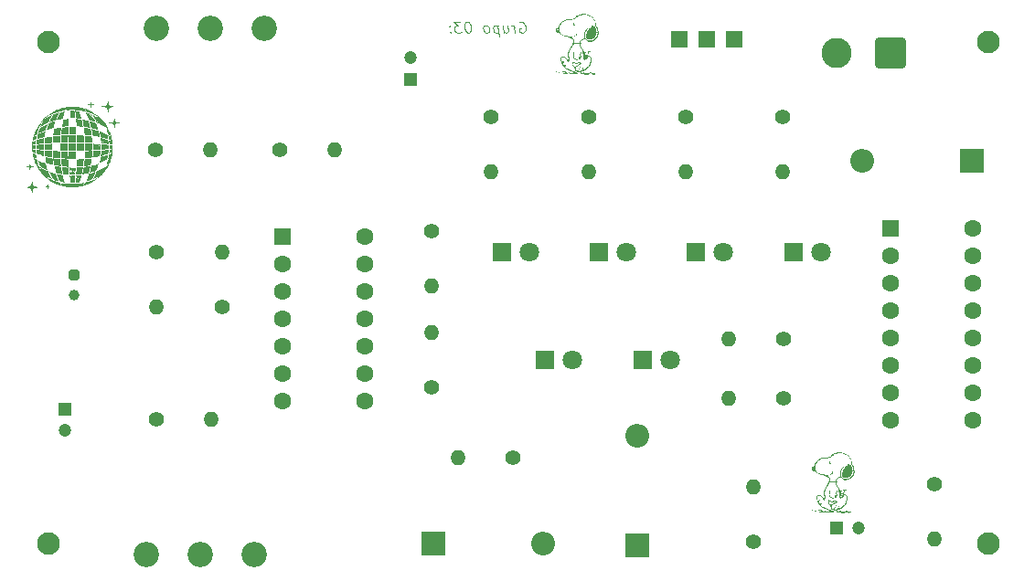
<source format=gbr>
%TF.GenerationSoftware,KiCad,Pcbnew,9.0.2*%
%TF.CreationDate,2025-06-20T15:17:41-04:00*%
%TF.ProjectId,proyecto_spectra,70726f79-6563-4746-9f5f-737065637472,rev?*%
%TF.SameCoordinates,Original*%
%TF.FileFunction,Soldermask,Bot*%
%TF.FilePolarity,Negative*%
%FSLAX46Y46*%
G04 Gerber Fmt 4.6, Leading zero omitted, Abs format (unit mm)*
G04 Created by KiCad (PCBNEW 9.0.2) date 2025-06-20 15:17:41*
%MOMM*%
%LPD*%
G01*
G04 APERTURE LIST*
G04 Aperture macros list*
%AMRoundRect*
0 Rectangle with rounded corners*
0 $1 Rounding radius*
0 $2 $3 $4 $5 $6 $7 $8 $9 X,Y pos of 4 corners*
0 Add a 4 corners polygon primitive as box body*
4,1,4,$2,$3,$4,$5,$6,$7,$8,$9,$2,$3,0*
0 Add four circle primitives for the rounded corners*
1,1,$1+$1,$2,$3*
1,1,$1+$1,$4,$5*
1,1,$1+$1,$6,$7*
1,1,$1+$1,$8,$9*
0 Add four rect primitives between the rounded corners*
20,1,$1+$1,$2,$3,$4,$5,0*
20,1,$1+$1,$4,$5,$6,$7,0*
20,1,$1+$1,$6,$7,$8,$9,0*
20,1,$1+$1,$8,$9,$2,$3,0*%
G04 Aperture macros list end*
%ADD10C,0.000000*%
%ADD11C,0.100000*%
%ADD12C,2.100000*%
%ADD13C,1.400000*%
%ADD14O,1.400000X1.400000*%
%ADD15R,1.800000X1.800000*%
%ADD16C,1.800000*%
%ADD17R,1.200000X1.200000*%
%ADD18C,1.200000*%
%ADD19RoundRect,0.250000X-0.550000X-0.550000X0.550000X-0.550000X0.550000X0.550000X-0.550000X0.550000X0*%
%ADD20C,1.600000*%
%ADD21R,1.500000X1.500000*%
%ADD22R,2.200000X2.200000*%
%ADD23O,2.200000X2.200000*%
%ADD24C,2.340000*%
%ADD25RoundRect,0.250000X-0.250000X0.250000X-0.250000X-0.250000X0.250000X-0.250000X0.250000X0.250000X0*%
%ADD26C,1.000000*%
%ADD27RoundRect,0.250001X1.149999X1.149999X-1.149999X1.149999X-1.149999X-1.149999X1.149999X-1.149999X0*%
%ADD28C,2.800000*%
G04 APERTURE END LIST*
D10*
G36*
X56541461Y-62950192D02*
G01*
X56542007Y-63072481D01*
X56543447Y-63176202D01*
X56545483Y-63250330D01*
X56546631Y-63272853D01*
X56547817Y-63283845D01*
X56554172Y-63308206D01*
X56213104Y-63308206D01*
X55872037Y-63308206D01*
X55878392Y-63283845D01*
X55878987Y-63279876D01*
X55879577Y-63272853D01*
X55880726Y-63250330D01*
X55881800Y-63217654D01*
X55882762Y-63176202D01*
X55884202Y-63072481D01*
X55884748Y-62950192D01*
X55884748Y-62640901D01*
X56213104Y-62640901D01*
X56541461Y-62640901D01*
X56541461Y-62950192D01*
G37*
G36*
X54574416Y-65492986D02*
G01*
X54593167Y-65496412D01*
X54617678Y-65501229D01*
X54631317Y-65504065D01*
X54645466Y-65507137D01*
X54663890Y-65510880D01*
X54689787Y-65515627D01*
X54759331Y-65527395D01*
X54844764Y-65540949D01*
X54936750Y-65554802D01*
X55094308Y-65578104D01*
X55142899Y-65585486D01*
X55161304Y-65588697D01*
X55162133Y-65592325D01*
X55163769Y-65601242D01*
X55169115Y-65632654D01*
X55185665Y-65733809D01*
X55196671Y-65804065D01*
X55210954Y-65889911D01*
X55226627Y-65980325D01*
X55241804Y-66064284D01*
X55276758Y-66251766D01*
X55249218Y-66247529D01*
X55131397Y-66227023D01*
X55008909Y-66204233D01*
X54899330Y-66182436D01*
X54820236Y-66164910D01*
X54725966Y-66141607D01*
X54701604Y-66063225D01*
X54686016Y-66012455D01*
X54668454Y-65952189D01*
X54631034Y-65816825D01*
X54596593Y-65684440D01*
X54582755Y-65627898D01*
X54572379Y-65582341D01*
X54567714Y-65559833D01*
X54564055Y-65540701D01*
X54561413Y-65524846D01*
X54559802Y-65512168D01*
X54559386Y-65506990D01*
X54559233Y-65502569D01*
X54559343Y-65498893D01*
X54559719Y-65495949D01*
X54560361Y-65493725D01*
X54561273Y-65492209D01*
X54562454Y-65491387D01*
X54563906Y-65491249D01*
X54574416Y-65492986D01*
G37*
G36*
X52276732Y-65136288D02*
G01*
X52277034Y-65136836D01*
X52277716Y-65138774D01*
X52278500Y-65141791D01*
X52279377Y-65145831D01*
X52280339Y-65150841D01*
X52282489Y-65163554D01*
X52284887Y-65179494D01*
X52287470Y-65198227D01*
X52290178Y-65219318D01*
X52292948Y-65242333D01*
X52298712Y-65292385D01*
X52304302Y-65333724D01*
X52310041Y-65367565D01*
X52313067Y-65382054D01*
X52316251Y-65395125D01*
X52319634Y-65406930D01*
X52323256Y-65417621D01*
X52327157Y-65427350D01*
X52331378Y-65436269D01*
X52335959Y-65444530D01*
X52340940Y-65452285D01*
X52346362Y-65459687D01*
X52352265Y-65466887D01*
X52359395Y-65474912D01*
X52363114Y-65478695D01*
X52366953Y-65482331D01*
X52370926Y-65485824D01*
X52375045Y-65489181D01*
X52379324Y-65492405D01*
X52383776Y-65495502D01*
X52388415Y-65498477D01*
X52393252Y-65501334D01*
X52398303Y-65504077D01*
X52403579Y-65506713D01*
X52409094Y-65509246D01*
X52414861Y-65511680D01*
X52420893Y-65514021D01*
X52427204Y-65516273D01*
X52440714Y-65520531D01*
X52455497Y-65524492D01*
X52471657Y-65528196D01*
X52489301Y-65531681D01*
X52508533Y-65534986D01*
X52529460Y-65538150D01*
X52552186Y-65541212D01*
X52576818Y-65544210D01*
X52623026Y-65549671D01*
X52660496Y-65554537D01*
X52685255Y-65558211D01*
X52691627Y-65559415D01*
X52693094Y-65559826D01*
X52693332Y-65560098D01*
X52692474Y-65560393D01*
X52690343Y-65560875D01*
X52682525Y-65562348D01*
X52670412Y-65564417D01*
X52654538Y-65566983D01*
X52613643Y-65573206D01*
X52589688Y-65576665D01*
X52564108Y-65580223D01*
X52518187Y-65586829D01*
X52481737Y-65592751D01*
X52466517Y-65595647D01*
X52453008Y-65598600D01*
X52440992Y-65601686D01*
X52430249Y-65604982D01*
X52420562Y-65608563D01*
X52411711Y-65612506D01*
X52403477Y-65616887D01*
X52395643Y-65621781D01*
X52387988Y-65627264D01*
X52380294Y-65633414D01*
X52363916Y-65648013D01*
X52356556Y-65655012D01*
X52349922Y-65661853D01*
X52346857Y-65665281D01*
X52343947Y-65668750D01*
X52341184Y-65672286D01*
X52338561Y-65675917D01*
X52336067Y-65679668D01*
X52333696Y-65683568D01*
X52331438Y-65687641D01*
X52329284Y-65691917D01*
X52327227Y-65696420D01*
X52325257Y-65701178D01*
X52323367Y-65706218D01*
X52321547Y-65711566D01*
X52319789Y-65717249D01*
X52318085Y-65723294D01*
X52316426Y-65729728D01*
X52314803Y-65736577D01*
X52311632Y-65751629D01*
X52308505Y-65768664D01*
X52305354Y-65787896D01*
X52302109Y-65809539D01*
X52298702Y-65833807D01*
X52295066Y-65860915D01*
X52277060Y-65993317D01*
X52257994Y-65856678D01*
X52252287Y-65816182D01*
X52246444Y-65780272D01*
X52240109Y-65748616D01*
X52232921Y-65720883D01*
X52228896Y-65708385D01*
X52224523Y-65696745D01*
X52219758Y-65685919D01*
X52214556Y-65675869D01*
X52208873Y-65666551D01*
X52202663Y-65657925D01*
X52195881Y-65649950D01*
X52188483Y-65642584D01*
X52180425Y-65635786D01*
X52171660Y-65629514D01*
X52162145Y-65623728D01*
X52151835Y-65618386D01*
X52140684Y-65613446D01*
X52128649Y-65608868D01*
X52115683Y-65604609D01*
X52101743Y-65600629D01*
X52070761Y-65593341D01*
X52035342Y-65586671D01*
X51995129Y-65580291D01*
X51949762Y-65573868D01*
X51854433Y-65560098D01*
X51990013Y-65542092D01*
X52027282Y-65536835D01*
X52060612Y-65531222D01*
X52090263Y-65524994D01*
X52116490Y-65517895D01*
X52128401Y-65513938D01*
X52139552Y-65509666D01*
X52149977Y-65505047D01*
X52159707Y-65500049D01*
X52168774Y-65494641D01*
X52177211Y-65488789D01*
X52185050Y-65482461D01*
X52192323Y-65475625D01*
X52199062Y-65468250D01*
X52205300Y-65460302D01*
X52211068Y-65451751D01*
X52216400Y-65442562D01*
X52221326Y-65432705D01*
X52225879Y-65422147D01*
X52230092Y-65410856D01*
X52233997Y-65398799D01*
X52241009Y-65372261D01*
X52247175Y-65342276D01*
X52252751Y-65308585D01*
X52257994Y-65270932D01*
X52264234Y-65221612D01*
X52269778Y-65179840D01*
X52276001Y-65136412D01*
X52276215Y-65136069D01*
X52276459Y-65136030D01*
X52276732Y-65136288D01*
G37*
G36*
X128623487Y-93820162D02*
G01*
X128622644Y-93858161D01*
X128621370Y-93896987D01*
X128619608Y-93929025D01*
X128617267Y-93954771D01*
X128615850Y-93965441D01*
X128614255Y-93974723D01*
X128612469Y-93982681D01*
X128610481Y-93989376D01*
X128608280Y-93994871D01*
X128605855Y-93999227D01*
X128603193Y-94002508D01*
X128600285Y-94004774D01*
X128597117Y-94006088D01*
X128593680Y-94006513D01*
X128592966Y-94006536D01*
X128592280Y-94006606D01*
X128591623Y-94006725D01*
X128590993Y-94006895D01*
X128590391Y-94007117D01*
X128589816Y-94007393D01*
X128589268Y-94007724D01*
X128588746Y-94008113D01*
X128588250Y-94008561D01*
X128587779Y-94009069D01*
X128587333Y-94009640D01*
X128586912Y-94010275D01*
X128586515Y-94010976D01*
X128586143Y-94011744D01*
X128585794Y-94012581D01*
X128585467Y-94013489D01*
X128585164Y-94014469D01*
X128584883Y-94015523D01*
X128584624Y-94016653D01*
X128584387Y-94017861D01*
X128584171Y-94019148D01*
X128583976Y-94020515D01*
X128583801Y-94021966D01*
X128583646Y-94023500D01*
X128583511Y-94025120D01*
X128583395Y-94026828D01*
X128583298Y-94028625D01*
X128583220Y-94030513D01*
X128583117Y-94034569D01*
X128583083Y-94039008D01*
X128582854Y-94049755D01*
X128582177Y-94060507D01*
X128581067Y-94071219D01*
X128579540Y-94081847D01*
X128577612Y-94092348D01*
X128575297Y-94102675D01*
X128572612Y-94112785D01*
X128569573Y-94122633D01*
X128566193Y-94132175D01*
X128562490Y-94141366D01*
X128558479Y-94150162D01*
X128554174Y-94158518D01*
X128549593Y-94166390D01*
X128544749Y-94173733D01*
X128539660Y-94180502D01*
X128534339Y-94186654D01*
X128528744Y-94192876D01*
X128522694Y-94199734D01*
X128516395Y-94207007D01*
X128510055Y-94214470D01*
X128503881Y-94221900D01*
X128498079Y-94229073D01*
X128492857Y-94235767D01*
X128488421Y-94241756D01*
X128486148Y-94244632D01*
X128483587Y-94247679D01*
X128480763Y-94250869D01*
X128477703Y-94254174D01*
X128474431Y-94257566D01*
X128470974Y-94261016D01*
X128467357Y-94264498D01*
X128463607Y-94267983D01*
X128459749Y-94271443D01*
X128455810Y-94274850D01*
X128451815Y-94278176D01*
X128447789Y-94281394D01*
X128443760Y-94284475D01*
X128439752Y-94287392D01*
X128435792Y-94290116D01*
X128431906Y-94292620D01*
X128426477Y-94296087D01*
X128421559Y-94299364D01*
X128417114Y-94302492D01*
X128413108Y-94305512D01*
X128409503Y-94308466D01*
X128406263Y-94311396D01*
X128403352Y-94314341D01*
X128400734Y-94317345D01*
X128398373Y-94320448D01*
X128396232Y-94323692D01*
X128394275Y-94327118D01*
X128392466Y-94330767D01*
X128390770Y-94334682D01*
X128389148Y-94338902D01*
X128387566Y-94343471D01*
X128385987Y-94348428D01*
X128384526Y-94353276D01*
X128383043Y-94357773D01*
X128381514Y-94361950D01*
X128379916Y-94365835D01*
X128378228Y-94369460D01*
X128376425Y-94372854D01*
X128374487Y-94376047D01*
X128372388Y-94379070D01*
X128370108Y-94381952D01*
X128367623Y-94384723D01*
X128364910Y-94387413D01*
X128361946Y-94390053D01*
X128358710Y-94392672D01*
X128355177Y-94395300D01*
X128351326Y-94397968D01*
X128347133Y-94400705D01*
X128340881Y-94404814D01*
X128333943Y-94409601D01*
X128326557Y-94414886D01*
X128318964Y-94420485D01*
X128311404Y-94426216D01*
X128304118Y-94431898D01*
X128297344Y-94437348D01*
X128291325Y-94442384D01*
X128288646Y-94444742D01*
X128285920Y-94447037D01*
X128283168Y-94449258D01*
X128280408Y-94451391D01*
X128277661Y-94453426D01*
X128274945Y-94455349D01*
X128272282Y-94457147D01*
X128269690Y-94458809D01*
X128267189Y-94460322D01*
X128264799Y-94461674D01*
X128262539Y-94462851D01*
X128260429Y-94463843D01*
X128258489Y-94464635D01*
X128256738Y-94465217D01*
X128255196Y-94465575D01*
X128253883Y-94465697D01*
X128252127Y-94465752D01*
X128250307Y-94465916D01*
X128246496Y-94466552D01*
X128242499Y-94467578D01*
X128238364Y-94468964D01*
X128234137Y-94470681D01*
X128229867Y-94472701D01*
X128225601Y-94474993D01*
X128221387Y-94477530D01*
X128217272Y-94480282D01*
X128213305Y-94483220D01*
X128209531Y-94486315D01*
X128206000Y-94489539D01*
X128202759Y-94492862D01*
X128199855Y-94496256D01*
X128197336Y-94499691D01*
X128195249Y-94503138D01*
X128194538Y-94504393D01*
X128193725Y-94505642D01*
X128192804Y-94506890D01*
X128191768Y-94508138D01*
X128190610Y-94509391D01*
X128189324Y-94510651D01*
X128187903Y-94511921D01*
X128186341Y-94513205D01*
X128184631Y-94514505D01*
X128182767Y-94515825D01*
X128180741Y-94517168D01*
X128178547Y-94518536D01*
X128176179Y-94519934D01*
X128173630Y-94521363D01*
X128167963Y-94524331D01*
X128161493Y-94527465D01*
X128154167Y-94530788D01*
X128145932Y-94534327D01*
X128136736Y-94538107D01*
X128126526Y-94542151D01*
X128115249Y-94546485D01*
X128102852Y-94551133D01*
X128089283Y-94556121D01*
X127993208Y-94592149D01*
X127889362Y-94595681D01*
X127867926Y-94596602D01*
X127846887Y-94597745D01*
X127826776Y-94599071D01*
X127808121Y-94600538D01*
X127791454Y-94602104D01*
X127777303Y-94603728D01*
X127766199Y-94605369D01*
X127758671Y-94606985D01*
X127754573Y-94608217D01*
X127750722Y-94609261D01*
X127747068Y-94610111D01*
X127743560Y-94610759D01*
X127740147Y-94611201D01*
X127736778Y-94611430D01*
X127733403Y-94611439D01*
X127729972Y-94611223D01*
X127726432Y-94610775D01*
X127722735Y-94610089D01*
X127718828Y-94609158D01*
X127714662Y-94607978D01*
X127710185Y-94606540D01*
X127705347Y-94604840D01*
X127700097Y-94602871D01*
X127694385Y-94600626D01*
X127686668Y-94597555D01*
X127679009Y-94594732D01*
X127671598Y-94592207D01*
X127664626Y-94590030D01*
X127658283Y-94588250D01*
X127652760Y-94586917D01*
X127648247Y-94586081D01*
X127646429Y-94585865D01*
X127644934Y-94585791D01*
X127642598Y-94585534D01*
X127639847Y-94584906D01*
X127633210Y-94582615D01*
X127625247Y-94579070D01*
X127616180Y-94574422D01*
X127606231Y-94568822D01*
X127595623Y-94562421D01*
X127584578Y-94555370D01*
X127573319Y-94547820D01*
X127562068Y-94539923D01*
X127551048Y-94531829D01*
X127540482Y-94523689D01*
X127530591Y-94515655D01*
X127521598Y-94507878D01*
X127513726Y-94500508D01*
X127507197Y-94493697D01*
X127502234Y-94487597D01*
X127497875Y-94481761D01*
X127493856Y-94476017D01*
X127490251Y-94470522D01*
X127487134Y-94465432D01*
X127484580Y-94460905D01*
X127482663Y-94457098D01*
X127481967Y-94455514D01*
X127481459Y-94454169D01*
X127481147Y-94453083D01*
X127481041Y-94452275D01*
X127480771Y-94450705D01*
X127479982Y-94448669D01*
X127476979Y-94443331D01*
X127472286Y-94436532D01*
X127466161Y-94428543D01*
X127458861Y-94419635D01*
X127450642Y-94410079D01*
X127441760Y-94400146D01*
X127432473Y-94390108D01*
X127413708Y-94370800D01*
X127404744Y-94362072D01*
X127396401Y-94354323D01*
X127388935Y-94347824D01*
X127382603Y-94342846D01*
X127377662Y-94339660D01*
X127375793Y-94338824D01*
X127374369Y-94338538D01*
X127372799Y-94338611D01*
X127371017Y-94338826D01*
X127369043Y-94339176D01*
X127366896Y-94339653D01*
X127364596Y-94340250D01*
X127362162Y-94340960D01*
X127359614Y-94341775D01*
X127356973Y-94342688D01*
X127354256Y-94343693D01*
X127351485Y-94344781D01*
X127348679Y-94345946D01*
X127345857Y-94347181D01*
X127343040Y-94348477D01*
X127340246Y-94349829D01*
X127337495Y-94351227D01*
X127334808Y-94352667D01*
X127331924Y-94354106D01*
X127328850Y-94355505D01*
X127325616Y-94356856D01*
X127322247Y-94358153D01*
X127318770Y-94359387D01*
X127315213Y-94360552D01*
X127311602Y-94361641D01*
X127307964Y-94362645D01*
X127304326Y-94363559D01*
X127300714Y-94364374D01*
X127297157Y-94365084D01*
X127293680Y-94365681D01*
X127290311Y-94366158D01*
X127287077Y-94366507D01*
X127284004Y-94366722D01*
X127281119Y-94366796D01*
X127278275Y-94366861D01*
X127275321Y-94367054D01*
X127272280Y-94367368D01*
X127269176Y-94367800D01*
X127266029Y-94368344D01*
X127262865Y-94368994D01*
X127259704Y-94369745D01*
X127256570Y-94370593D01*
X127253486Y-94371531D01*
X127250474Y-94372556D01*
X127247558Y-94373661D01*
X127244759Y-94374842D01*
X127242102Y-94376094D01*
X127239607Y-94377410D01*
X127237299Y-94378787D01*
X127235200Y-94380218D01*
X127214598Y-94394112D01*
X127193565Y-94407924D01*
X127172863Y-94421172D01*
X127153254Y-94433377D01*
X127135499Y-94444059D01*
X127120360Y-94452738D01*
X127108599Y-94458933D01*
X127104223Y-94460949D01*
X127100977Y-94462165D01*
X127098600Y-94463075D01*
X127095857Y-94464461D01*
X127089387Y-94468546D01*
X127081792Y-94474190D01*
X127073294Y-94481161D01*
X127064117Y-94489230D01*
X127054485Y-94498164D01*
X127044621Y-94507734D01*
X127034749Y-94517708D01*
X127025092Y-94527857D01*
X127015874Y-94537948D01*
X127007318Y-94547752D01*
X126999648Y-94557037D01*
X126993087Y-94565573D01*
X126987859Y-94573129D01*
X126984188Y-94579474D01*
X126983005Y-94582121D01*
X126982296Y-94584378D01*
X126981312Y-94588849D01*
X126979989Y-94594180D01*
X126978384Y-94600174D01*
X126976556Y-94606631D01*
X126974562Y-94613353D01*
X126972461Y-94620142D01*
X126970310Y-94626798D01*
X126968167Y-94633122D01*
X126967009Y-94636223D01*
X126965919Y-94639413D01*
X126964903Y-94642667D01*
X126963962Y-94645960D01*
X126963099Y-94649265D01*
X126962318Y-94652556D01*
X126961014Y-94658996D01*
X126960497Y-94662092D01*
X126960075Y-94665071D01*
X126959749Y-94667907D01*
X126959524Y-94670575D01*
X126959403Y-94673048D01*
X126959388Y-94675300D01*
X126959482Y-94677307D01*
X126959690Y-94679041D01*
X126960126Y-94681552D01*
X126960379Y-94682708D01*
X126960661Y-94683800D01*
X126960976Y-94684830D01*
X126961329Y-94685801D01*
X126961723Y-94686715D01*
X126962162Y-94687573D01*
X126962651Y-94688379D01*
X126963194Y-94689135D01*
X126963795Y-94689842D01*
X126964458Y-94690503D01*
X126965187Y-94691119D01*
X126965987Y-94691695D01*
X126966861Y-94692230D01*
X126967814Y-94692728D01*
X126968849Y-94693191D01*
X126969972Y-94693621D01*
X126971185Y-94694020D01*
X126972494Y-94694391D01*
X126973902Y-94694735D01*
X126975414Y-94695055D01*
X126977033Y-94695353D01*
X126978764Y-94695631D01*
X126982577Y-94696137D01*
X126986888Y-94696590D01*
X126991728Y-94697008D01*
X126997131Y-94697408D01*
X127005076Y-94698009D01*
X127012241Y-94698767D01*
X127018659Y-94699710D01*
X127024362Y-94700863D01*
X127029382Y-94702252D01*
X127031646Y-94703043D01*
X127033751Y-94703903D01*
X127035702Y-94704834D01*
X127037502Y-94705841D01*
X127039155Y-94706926D01*
X127040665Y-94708093D01*
X127042037Y-94709345D01*
X127043274Y-94710684D01*
X127044381Y-94712116D01*
X127045360Y-94713641D01*
X127046218Y-94715265D01*
X127046956Y-94716989D01*
X127047580Y-94718818D01*
X127048094Y-94720754D01*
X127048501Y-94722801D01*
X127048805Y-94724962D01*
X127049122Y-94729638D01*
X127049076Y-94734809D01*
X127048701Y-94740501D01*
X127048305Y-94744746D01*
X127047886Y-94748498D01*
X127047402Y-94751795D01*
X127046813Y-94754674D01*
X127046468Y-94755968D01*
X127046080Y-94757172D01*
X127045647Y-94758290D01*
X127045162Y-94759326D01*
X127044621Y-94760287D01*
X127044018Y-94761175D01*
X127043349Y-94761996D01*
X127042608Y-94762754D01*
X127041791Y-94763454D01*
X127040892Y-94764101D01*
X127039906Y-94764700D01*
X127038829Y-94765254D01*
X127037655Y-94765769D01*
X127036379Y-94766250D01*
X127034996Y-94766700D01*
X127033501Y-94767125D01*
X127030156Y-94767918D01*
X127026303Y-94768665D01*
X127021902Y-94769404D01*
X127016911Y-94770172D01*
X127010672Y-94771027D01*
X127004747Y-94771982D01*
X126999253Y-94773003D01*
X126994305Y-94774057D01*
X126990020Y-94775111D01*
X126986512Y-94776132D01*
X126983899Y-94777087D01*
X126982964Y-94777529D01*
X126982296Y-94777942D01*
X126981867Y-94778692D01*
X126981378Y-94779864D01*
X126980838Y-94781436D01*
X126980254Y-94783384D01*
X126979632Y-94785684D01*
X126978980Y-94788311D01*
X126977616Y-94794455D01*
X126976218Y-94801626D01*
X126974845Y-94809632D01*
X126973555Y-94818285D01*
X126972959Y-94822794D01*
X126972406Y-94827393D01*
X126969558Y-94846014D01*
X126966578Y-94863509D01*
X126963862Y-94877958D01*
X126962728Y-94883440D01*
X126961809Y-94887440D01*
X126961337Y-94889202D01*
X126960981Y-94891037D01*
X126960741Y-94892936D01*
X126960617Y-94894891D01*
X126960609Y-94896890D01*
X126960716Y-94898926D01*
X126960940Y-94900989D01*
X126961279Y-94903070D01*
X126961735Y-94905159D01*
X126962306Y-94907246D01*
X126962993Y-94909324D01*
X126963796Y-94911382D01*
X126964715Y-94913410D01*
X126965750Y-94915401D01*
X126966900Y-94917344D01*
X126968167Y-94919229D01*
X126969382Y-94921072D01*
X126970638Y-94923141D01*
X126971925Y-94925415D01*
X126973234Y-94927872D01*
X126974554Y-94930491D01*
X126975879Y-94933249D01*
X126978499Y-94939098D01*
X126981020Y-94945245D01*
X126983367Y-94951516D01*
X126985465Y-94957738D01*
X126986398Y-94960775D01*
X126987241Y-94963735D01*
X126988057Y-94966940D01*
X126989168Y-94970695D01*
X126992197Y-94979674D01*
X126996169Y-94990309D01*
X127000928Y-95002236D01*
X127006316Y-95015090D01*
X127012176Y-95028507D01*
X127018350Y-95042122D01*
X127024682Y-95055572D01*
X127051527Y-95112794D01*
X127074133Y-95161538D01*
X127076885Y-95167537D01*
X127079595Y-95173107D01*
X127082287Y-95178282D01*
X127084983Y-95183095D01*
X127087709Y-95187582D01*
X127090487Y-95191775D01*
X127093342Y-95195710D01*
X127096297Y-95199421D01*
X127099377Y-95202941D01*
X127102604Y-95206304D01*
X127106003Y-95209546D01*
X127109598Y-95212700D01*
X127113412Y-95215799D01*
X127117470Y-95218879D01*
X127121794Y-95221974D01*
X127126409Y-95225117D01*
X127131925Y-95228677D01*
X127136859Y-95232004D01*
X127141276Y-95235196D01*
X127145240Y-95238352D01*
X127147072Y-95239947D01*
X127148815Y-95241570D01*
X127150476Y-95243233D01*
X127152064Y-95244948D01*
X127153587Y-95246729D01*
X127155053Y-95248586D01*
X127156470Y-95250532D01*
X127157845Y-95252580D01*
X127159188Y-95254742D01*
X127160505Y-95257029D01*
X127161806Y-95259456D01*
X127163097Y-95262033D01*
X127165684Y-95267688D01*
X127168332Y-95274093D01*
X127171103Y-95281347D01*
X127174063Y-95289548D01*
X127177276Y-95298794D01*
X127180805Y-95309183D01*
X127186307Y-95324619D01*
X127191710Y-95338622D01*
X127197047Y-95351218D01*
X127199701Y-95356996D01*
X127202351Y-95362431D01*
X127205001Y-95367527D01*
X127207655Y-95372287D01*
X127210317Y-95376713D01*
X127212992Y-95380810D01*
X127215683Y-95384579D01*
X127218395Y-95388024D01*
X127221132Y-95391149D01*
X127223898Y-95393956D01*
X127226830Y-95396981D01*
X127229539Y-95399973D01*
X127232036Y-95402951D01*
X127234329Y-95405932D01*
X127236427Y-95408934D01*
X127238339Y-95411974D01*
X127240076Y-95415070D01*
X127241647Y-95418239D01*
X127243060Y-95421500D01*
X127244325Y-95424869D01*
X127245451Y-95428364D01*
X127246448Y-95432004D01*
X127247325Y-95435805D01*
X127248092Y-95439784D01*
X127248756Y-95443961D01*
X127249329Y-95448351D01*
X127249833Y-95452406D01*
X127250548Y-95456615D01*
X127251467Y-95460966D01*
X127252585Y-95465449D01*
X127253899Y-95470052D01*
X127255402Y-95474764D01*
X127257088Y-95479573D01*
X127258954Y-95484468D01*
X127260994Y-95489437D01*
X127263203Y-95494470D01*
X127265575Y-95499554D01*
X127268105Y-95504679D01*
X127270788Y-95509832D01*
X127273620Y-95515003D01*
X127276594Y-95520181D01*
X127279706Y-95525353D01*
X127288429Y-95540050D01*
X127292233Y-95546842D01*
X127295711Y-95553390D01*
X127298900Y-95559789D01*
X127301835Y-95566133D01*
X127304550Y-95572520D01*
X127307080Y-95579042D01*
X127309462Y-95585797D01*
X127311730Y-95592879D01*
X127313920Y-95600382D01*
X127316065Y-95608404D01*
X127318203Y-95617037D01*
X127320368Y-95626379D01*
X127324918Y-95647567D01*
X127326270Y-95653046D01*
X127327655Y-95658285D01*
X127329041Y-95663176D01*
X127330393Y-95667612D01*
X127331679Y-95671485D01*
X127332866Y-95674687D01*
X127333920Y-95677112D01*
X127334387Y-95677998D01*
X127334808Y-95678650D01*
X127335756Y-95679436D01*
X127336745Y-95680073D01*
X127337776Y-95680561D01*
X127338848Y-95680899D01*
X127339962Y-95681087D01*
X127341116Y-95681124D01*
X127342313Y-95681011D01*
X127343550Y-95680747D01*
X127344829Y-95680332D01*
X127346150Y-95679766D01*
X127347512Y-95679048D01*
X127348915Y-95678178D01*
X127350359Y-95677156D01*
X127351845Y-95675982D01*
X127353373Y-95674655D01*
X127354942Y-95673175D01*
X127356552Y-95671542D01*
X127358203Y-95669756D01*
X127359896Y-95667816D01*
X127361631Y-95665722D01*
X127363406Y-95663473D01*
X127365224Y-95661071D01*
X127367082Y-95658513D01*
X127368982Y-95655801D01*
X127372906Y-95649911D01*
X127376996Y-95643397D01*
X127381251Y-95636259D01*
X127385672Y-95628493D01*
X127389310Y-95622105D01*
X127392826Y-95616170D01*
X127396244Y-95610659D01*
X127399591Y-95605545D01*
X127402892Y-95600798D01*
X127406174Y-95596393D01*
X127409461Y-95592300D01*
X127412781Y-95588491D01*
X127416159Y-95584939D01*
X127419621Y-95581616D01*
X127423192Y-95578493D01*
X127426899Y-95575543D01*
X127430767Y-95572738D01*
X127434823Y-95570050D01*
X127439092Y-95567451D01*
X127443599Y-95564914D01*
X127446940Y-95562961D01*
X127450324Y-95561082D01*
X127453729Y-95559284D01*
X127457132Y-95557573D01*
X127463841Y-95554445D01*
X127470268Y-95551756D01*
X127476231Y-95549564D01*
X127478982Y-95548672D01*
X127481548Y-95547926D01*
X127483908Y-95547333D01*
X127486038Y-95546901D01*
X127487916Y-95546636D01*
X127489518Y-95546546D01*
X127490963Y-95546481D01*
X127492638Y-95546288D01*
X127494521Y-95545973D01*
X127496593Y-95545542D01*
X127498836Y-95544998D01*
X127501228Y-95544348D01*
X127503751Y-95543597D01*
X127506384Y-95542749D01*
X127509109Y-95541810D01*
X127511905Y-95540785D01*
X127514752Y-95539680D01*
X127517632Y-95538499D01*
X127520524Y-95537248D01*
X127523409Y-95535931D01*
X127526267Y-95534555D01*
X127529078Y-95533124D01*
X127533386Y-95531109D01*
X127537939Y-95529295D01*
X127542903Y-95527665D01*
X127548439Y-95526203D01*
X127554713Y-95524894D01*
X127561886Y-95523724D01*
X127570124Y-95522675D01*
X127579589Y-95521733D01*
X127590444Y-95520881D01*
X127602854Y-95520106D01*
X127616982Y-95519390D01*
X127632991Y-95518719D01*
X127671307Y-95517448D01*
X127719110Y-95516169D01*
X127799964Y-95514867D01*
X127828623Y-95514853D01*
X127850419Y-95515286D01*
X127866089Y-95516183D01*
X127876370Y-95517560D01*
X127879719Y-95518434D01*
X127881998Y-95519434D01*
X127883297Y-95520562D01*
X127883710Y-95521821D01*
X127883660Y-95523133D01*
X127883511Y-95524421D01*
X127883263Y-95525684D01*
X127882914Y-95526923D01*
X127882466Y-95528139D01*
X127881917Y-95529331D01*
X127881269Y-95530499D01*
X127880520Y-95531645D01*
X127879671Y-95532768D01*
X127878721Y-95533868D01*
X127877671Y-95534946D01*
X127876520Y-95536002D01*
X127875268Y-95537037D01*
X127873915Y-95538049D01*
X127872461Y-95539041D01*
X127870906Y-95540012D01*
X127869249Y-95540962D01*
X127867491Y-95541891D01*
X127865631Y-95542801D01*
X127863669Y-95543690D01*
X127861605Y-95544560D01*
X127859440Y-95545411D01*
X127857172Y-95546242D01*
X127854801Y-95547054D01*
X127849753Y-95548623D01*
X127844294Y-95550120D01*
X127838424Y-95551546D01*
X127832140Y-95552905D01*
X127827505Y-95553875D01*
X127822871Y-95555062D01*
X127818243Y-95556465D01*
X127813621Y-95558080D01*
X127804408Y-95561940D01*
X127795882Y-95566302D01*
X127795251Y-95566624D01*
X127786168Y-95572116D01*
X127777179Y-95578398D01*
X127768301Y-95585451D01*
X127759554Y-95593259D01*
X127750955Y-95601804D01*
X127742525Y-95611068D01*
X127734280Y-95621033D01*
X127726241Y-95631683D01*
X127718425Y-95642999D01*
X127710851Y-95654964D01*
X127703538Y-95667560D01*
X127696504Y-95680770D01*
X127692062Y-95690462D01*
X127687029Y-95702846D01*
X127675675Y-95734061D01*
X127663411Y-95771171D01*
X127651204Y-95810930D01*
X127640024Y-95850093D01*
X127630839Y-95885415D01*
X127624617Y-95913651D01*
X127622921Y-95924097D01*
X127622328Y-95931555D01*
X127622414Y-95932246D01*
X127622665Y-95932865D01*
X127623074Y-95933411D01*
X127623632Y-95933888D01*
X127624332Y-95934296D01*
X127625164Y-95934636D01*
X127626122Y-95934910D01*
X127627196Y-95935120D01*
X127628379Y-95935267D01*
X127629663Y-95935352D01*
X127632498Y-95935342D01*
X127635639Y-95935103D01*
X127639018Y-95934645D01*
X127642571Y-95933981D01*
X127646233Y-95933121D01*
X127649938Y-95932076D01*
X127653621Y-95930859D01*
X127657218Y-95929481D01*
X127660662Y-95927952D01*
X127663889Y-95926285D01*
X127665401Y-95925403D01*
X127666834Y-95924490D01*
X127668759Y-95923440D01*
X127671075Y-95922411D01*
X127673760Y-95921409D01*
X127676790Y-95920439D01*
X127680143Y-95919507D01*
X127683797Y-95918616D01*
X127687727Y-95917774D01*
X127691912Y-95916984D01*
X127696329Y-95916252D01*
X127700955Y-95915584D01*
X127705768Y-95914984D01*
X127710743Y-95914457D01*
X127715860Y-95914008D01*
X127721094Y-95913644D01*
X127726424Y-95913369D01*
X127731826Y-95913187D01*
X127746941Y-95912851D01*
X127753447Y-95912858D01*
X127759366Y-95913011D01*
X127764784Y-95913329D01*
X127769787Y-95913833D01*
X127774462Y-95914544D01*
X127778893Y-95915483D01*
X127783166Y-95916670D01*
X127787368Y-95918127D01*
X127791585Y-95919873D01*
X127795902Y-95921929D01*
X127800406Y-95924317D01*
X127805181Y-95927057D01*
X127815892Y-95933674D01*
X127819771Y-95936140D01*
X127823713Y-95938499D01*
X127827695Y-95940744D01*
X127831699Y-95942869D01*
X127835702Y-95944865D01*
X127839685Y-95946725D01*
X127843626Y-95948443D01*
X127847505Y-95950010D01*
X127851302Y-95951421D01*
X127854995Y-95952666D01*
X127858563Y-95953740D01*
X127861987Y-95954635D01*
X127865245Y-95955344D01*
X127868317Y-95955859D01*
X127871183Y-95956174D01*
X127873820Y-95956280D01*
X127878840Y-95956353D01*
X127881154Y-95956462D01*
X127883350Y-95956635D01*
X127885435Y-95956882D01*
X127887419Y-95957216D01*
X127889310Y-95957648D01*
X127891117Y-95958190D01*
X127892848Y-95958852D01*
X127894512Y-95959647D01*
X127896118Y-95960587D01*
X127897675Y-95961682D01*
X127899190Y-95962944D01*
X127900674Y-95964384D01*
X127902134Y-95966015D01*
X127903579Y-95967848D01*
X127905017Y-95969893D01*
X127906459Y-95972164D01*
X127907911Y-95974670D01*
X127909383Y-95977425D01*
X127910884Y-95980438D01*
X127912422Y-95983722D01*
X127914005Y-95987289D01*
X127915643Y-95991149D01*
X127919117Y-95999797D01*
X127922913Y-96009758D01*
X127927100Y-96021124D01*
X127931748Y-96033988D01*
X127936225Y-96046868D01*
X127941075Y-96060336D01*
X127951263Y-96087412D01*
X127961054Y-96111972D01*
X127965407Y-96122294D01*
X127969189Y-96130770D01*
X127971923Y-96137175D01*
X127974305Y-96142972D01*
X127976348Y-96148298D01*
X127978064Y-96153288D01*
X127979465Y-96158079D01*
X127980564Y-96162808D01*
X127981373Y-96167612D01*
X127981905Y-96172626D01*
X127982172Y-96177989D01*
X127982186Y-96183836D01*
X127981961Y-96190303D01*
X127981508Y-96197528D01*
X127980839Y-96205648D01*
X127979968Y-96214798D01*
X127977666Y-96236736D01*
X127976225Y-96249820D01*
X127975079Y-96262565D01*
X127974225Y-96274945D01*
X127973659Y-96286937D01*
X127973380Y-96298515D01*
X127973382Y-96309653D01*
X127973664Y-96320328D01*
X127973990Y-96326272D01*
X127974222Y-96330515D01*
X127975054Y-96340189D01*
X127976155Y-96349324D01*
X127977524Y-96357897D01*
X127979156Y-96365881D01*
X127981050Y-96373253D01*
X127983201Y-96379988D01*
X127985606Y-96386060D01*
X127988263Y-96391445D01*
X127989478Y-96393886D01*
X127990002Y-96395056D01*
X127990468Y-96396199D01*
X127990875Y-96397319D01*
X127991221Y-96398423D01*
X127991507Y-96399513D01*
X127991729Y-96400596D01*
X127991887Y-96401676D01*
X127991980Y-96402757D01*
X127992006Y-96403845D01*
X127991963Y-96404944D01*
X127991852Y-96406059D01*
X127991670Y-96407195D01*
X127991416Y-96408356D01*
X127991089Y-96409548D01*
X127990687Y-96410775D01*
X127990209Y-96412042D01*
X127989655Y-96413354D01*
X127989022Y-96414715D01*
X127988309Y-96416131D01*
X127987515Y-96417606D01*
X127985680Y-96420752D01*
X127983505Y-96424192D01*
X127980980Y-96427964D01*
X127978096Y-96432106D01*
X127974841Y-96436658D01*
X127970843Y-96442582D01*
X127967066Y-96448953D01*
X127963514Y-96455752D01*
X127960193Y-96462961D01*
X127957108Y-96470564D01*
X127954264Y-96478543D01*
X127951667Y-96486880D01*
X127949321Y-96495557D01*
X127947231Y-96504557D01*
X127945403Y-96513862D01*
X127943843Y-96523455D01*
X127942554Y-96533318D01*
X127941543Y-96543434D01*
X127940814Y-96553784D01*
X127940373Y-96564352D01*
X127940225Y-96575119D01*
X127940172Y-96579564D01*
X127939996Y-96583657D01*
X127939676Y-96587444D01*
X127939188Y-96590970D01*
X127938509Y-96594281D01*
X127937617Y-96597422D01*
X127937084Y-96598943D01*
X127936490Y-96600439D01*
X127935830Y-96601915D01*
X127935103Y-96603377D01*
X127933436Y-96606282D01*
X127931464Y-96609199D01*
X127929165Y-96612175D01*
X127926516Y-96615254D01*
X127923494Y-96618482D01*
X127920078Y-96621904D01*
X127916243Y-96625567D01*
X127911968Y-96629515D01*
X127908507Y-96632661D01*
X127905277Y-96635742D01*
X127902277Y-96638759D01*
X127899506Y-96641712D01*
X127896962Y-96644604D01*
X127894645Y-96647434D01*
X127892553Y-96650204D01*
X127890686Y-96652916D01*
X127889043Y-96655569D01*
X127887622Y-96658166D01*
X127886422Y-96660706D01*
X127885443Y-96663192D01*
X127884683Y-96665624D01*
X127884142Y-96668004D01*
X127883818Y-96670331D01*
X127883710Y-96672608D01*
X127883653Y-96674607D01*
X127883485Y-96676878D01*
X127883212Y-96679396D01*
X127882838Y-96682134D01*
X127881810Y-96688167D01*
X127880443Y-96694772D01*
X127878777Y-96701741D01*
X127876855Y-96708868D01*
X127874718Y-96715945D01*
X127873582Y-96719400D01*
X127872407Y-96722765D01*
X127870909Y-96727489D01*
X127869592Y-96731884D01*
X127868458Y-96735982D01*
X127867506Y-96739819D01*
X127866736Y-96743428D01*
X127866148Y-96746843D01*
X127865743Y-96750099D01*
X127865519Y-96753230D01*
X127865478Y-96756270D01*
X127865619Y-96759253D01*
X127865941Y-96762213D01*
X127866446Y-96765184D01*
X127867134Y-96768201D01*
X127868003Y-96771298D01*
X127869054Y-96774508D01*
X127870288Y-96777867D01*
X127871265Y-96780786D01*
X127872079Y-96783715D01*
X127872732Y-96786647D01*
X127873225Y-96789581D01*
X127873562Y-96792511D01*
X127873745Y-96795435D01*
X127873775Y-96798348D01*
X127873654Y-96801246D01*
X127873386Y-96804125D01*
X127872972Y-96806982D01*
X127872415Y-96809812D01*
X127871716Y-96812612D01*
X127870878Y-96815378D01*
X127869903Y-96818106D01*
X127868793Y-96820792D01*
X127867550Y-96823432D01*
X127866178Y-96826023D01*
X127864676Y-96828560D01*
X127863049Y-96831039D01*
X127861299Y-96833458D01*
X127859426Y-96835811D01*
X127857434Y-96838095D01*
X127855325Y-96840306D01*
X127853101Y-96842440D01*
X127850765Y-96844493D01*
X127848317Y-96846462D01*
X127845762Y-96848343D01*
X127843100Y-96850131D01*
X127840334Y-96851822D01*
X127837466Y-96853414D01*
X127834498Y-96854902D01*
X127831434Y-96856282D01*
X127826284Y-96858642D01*
X127821426Y-96861228D01*
X127819106Y-96862608D01*
X127816857Y-96864047D01*
X127814678Y-96865547D01*
X127812570Y-96867110D01*
X127810530Y-96868735D01*
X127808560Y-96870425D01*
X127806657Y-96872180D01*
X127804822Y-96874002D01*
X127803054Y-96875891D01*
X127801352Y-96877850D01*
X127799715Y-96879878D01*
X127798143Y-96881978D01*
X127796635Y-96884150D01*
X127795191Y-96886396D01*
X127793809Y-96888717D01*
X127792490Y-96891113D01*
X127791232Y-96893587D01*
X127790036Y-96896139D01*
X127787822Y-96901482D01*
X127785845Y-96907153D01*
X127784098Y-96913159D01*
X127782577Y-96919512D01*
X127781277Y-96926219D01*
X127780426Y-96930192D01*
X127779436Y-96933930D01*
X127778268Y-96937480D01*
X127777606Y-96939199D01*
X127776884Y-96940888D01*
X127776097Y-96942554D01*
X127775242Y-96944201D01*
X127774313Y-96945837D01*
X127773304Y-96947466D01*
X127772212Y-96949094D01*
X127771032Y-96950728D01*
X127769757Y-96952373D01*
X127768384Y-96954035D01*
X127765323Y-96957433D01*
X127761808Y-96960968D01*
X127757801Y-96964688D01*
X127753262Y-96968638D01*
X127748152Y-96972866D01*
X127742431Y-96977417D01*
X127736060Y-96982339D01*
X127729000Y-96987679D01*
X127724120Y-96991325D01*
X127719300Y-96995091D01*
X127714568Y-96998948D01*
X127709948Y-97002867D01*
X127705470Y-97006819D01*
X127701159Y-97010776D01*
X127697043Y-97014708D01*
X127693149Y-97018585D01*
X127689502Y-97022380D01*
X127686131Y-97026064D01*
X127683062Y-97029606D01*
X127680322Y-97032979D01*
X127677938Y-97036153D01*
X127675937Y-97039100D01*
X127674346Y-97041790D01*
X127673192Y-97044194D01*
X127672019Y-97046484D01*
X127670631Y-97048840D01*
X127669044Y-97051243D01*
X127667275Y-97053676D01*
X127665341Y-97056121D01*
X127663257Y-97058561D01*
X127661042Y-97060979D01*
X127658710Y-97063356D01*
X127656279Y-97065675D01*
X127653765Y-97067919D01*
X127651185Y-97070069D01*
X127648555Y-97072109D01*
X127645892Y-97074021D01*
X127643212Y-97075786D01*
X127640533Y-97077388D01*
X127637870Y-97078809D01*
X127634920Y-97080428D01*
X127631654Y-97082354D01*
X127624304Y-97087033D01*
X127616076Y-97092655D01*
X127607228Y-97099031D01*
X127598015Y-97105970D01*
X127588695Y-97113281D01*
X127579524Y-97120775D01*
X127570758Y-97128260D01*
X127562314Y-97135487D01*
X127554069Y-97142234D01*
X127546221Y-97148352D01*
X127538969Y-97153692D01*
X127532511Y-97158104D01*
X127529643Y-97159916D01*
X127527047Y-97161440D01*
X127524750Y-97162658D01*
X127522776Y-97163551D01*
X127521149Y-97164101D01*
X127519895Y-97164288D01*
X127519306Y-97164352D01*
X127518600Y-97164541D01*
X127517781Y-97164852D01*
X127516854Y-97165282D01*
X127514685Y-97166486D01*
X127512124Y-97168129D01*
X127509198Y-97170187D01*
X127505937Y-97172633D01*
X127502370Y-97175443D01*
X127498525Y-97178593D01*
X127494432Y-97182058D01*
X127490120Y-97185812D01*
X127485617Y-97189832D01*
X127480952Y-97194091D01*
X127476156Y-97198566D01*
X127471255Y-97203231D01*
X127466281Y-97208061D01*
X127461261Y-97213032D01*
X127449608Y-97224184D01*
X127438511Y-97234292D01*
X127427993Y-97243307D01*
X127422959Y-97247390D01*
X127418080Y-97251180D01*
X127413357Y-97254673D01*
X127408795Y-97257861D01*
X127404397Y-97260739D01*
X127400165Y-97263300D01*
X127396102Y-97265538D01*
X127392213Y-97267447D01*
X127388500Y-97269021D01*
X127384965Y-97270254D01*
X127381999Y-97271170D01*
X127378690Y-97272316D01*
X127371190Y-97275232D01*
X127362762Y-97278859D01*
X127353705Y-97283058D01*
X127344317Y-97287687D01*
X127334896Y-97292606D01*
X127325740Y-97297674D01*
X127317147Y-97302750D01*
X127312766Y-97305272D01*
X127308122Y-97307795D01*
X127298195Y-97312783D01*
X127287655Y-97317589D01*
X127276792Y-97322089D01*
X127265896Y-97326157D01*
X127255257Y-97329672D01*
X127250124Y-97331182D01*
X127245164Y-97332507D01*
X127240413Y-97333631D01*
X127235907Y-97334539D01*
X127227344Y-97336348D01*
X127218268Y-97338546D01*
X127208960Y-97341059D01*
X127199702Y-97343812D01*
X127190775Y-97346730D01*
X127182460Y-97349739D01*
X127175040Y-97352765D01*
X127171753Y-97354261D01*
X127168795Y-97355733D01*
X127166010Y-97357048D01*
X127162974Y-97358338D01*
X127159716Y-97359595D01*
X127156267Y-97360810D01*
X127152656Y-97361976D01*
X127148914Y-97363084D01*
X127145071Y-97364126D01*
X127141156Y-97365093D01*
X127137200Y-97365977D01*
X127133232Y-97366771D01*
X127129283Y-97367465D01*
X127125383Y-97368051D01*
X127121561Y-97368522D01*
X127117848Y-97368868D01*
X127114273Y-97369082D01*
X127110867Y-97369155D01*
X127107576Y-97369196D01*
X127104336Y-97369315D01*
X127101166Y-97369509D01*
X127098085Y-97369773D01*
X127095112Y-97370104D01*
X127092266Y-97370496D01*
X127089564Y-97370947D01*
X127087025Y-97371451D01*
X127084669Y-97372005D01*
X127082513Y-97372604D01*
X127080577Y-97373245D01*
X127078879Y-97373923D01*
X127077438Y-97374635D01*
X127076271Y-97375375D01*
X127075399Y-97376140D01*
X127075079Y-97376530D01*
X127074839Y-97376925D01*
X127074228Y-97377619D01*
X127073464Y-97378371D01*
X127072556Y-97379173D01*
X127071517Y-97380016D01*
X127070358Y-97380892D01*
X127069090Y-97381793D01*
X127067725Y-97382711D01*
X127066274Y-97383637D01*
X127064748Y-97384563D01*
X127063159Y-97385480D01*
X127061519Y-97386381D01*
X127059838Y-97387257D01*
X127058129Y-97388100D01*
X127056401Y-97388902D01*
X127054668Y-97389654D01*
X127052940Y-97390348D01*
X127050338Y-97391400D01*
X127047967Y-97392436D01*
X127045827Y-97393459D01*
X127043921Y-97394471D01*
X127042252Y-97395472D01*
X127040820Y-97396464D01*
X127039628Y-97397449D01*
X127038678Y-97398428D01*
X127037973Y-97399403D01*
X127037514Y-97400376D01*
X127037377Y-97400861D01*
X127037303Y-97401347D01*
X127037291Y-97401833D01*
X127037343Y-97402319D01*
X127037457Y-97402806D01*
X127037635Y-97403293D01*
X127038182Y-97404271D01*
X127038985Y-97405253D01*
X127040047Y-97406243D01*
X127041370Y-97407241D01*
X127042956Y-97408248D01*
X127044806Y-97409268D01*
X127046924Y-97410299D01*
X127049310Y-97411346D01*
X127051968Y-97412408D01*
X127054899Y-97413489D01*
X127058105Y-97414588D01*
X127061589Y-97415708D01*
X127065352Y-97416850D01*
X127073724Y-97419207D01*
X127083239Y-97421672D01*
X127093913Y-97424257D01*
X127121232Y-97430968D01*
X127151929Y-97438739D01*
X127208356Y-97453221D01*
X127221084Y-97456292D01*
X127234682Y-97459115D01*
X127248826Y-97461640D01*
X127263193Y-97463817D01*
X127277461Y-97465597D01*
X127291307Y-97466930D01*
X127304408Y-97467766D01*
X127316441Y-97468056D01*
X127329050Y-97468286D01*
X127341420Y-97468972D01*
X127353508Y-97470105D01*
X127365273Y-97471677D01*
X127376674Y-97473679D01*
X127387670Y-97476103D01*
X127398218Y-97478941D01*
X127403311Y-97480513D01*
X127408278Y-97482185D01*
X127416359Y-97484942D01*
X127424182Y-97487387D01*
X127431755Y-97489521D01*
X127439085Y-97491347D01*
X127446179Y-97492866D01*
X127453044Y-97494081D01*
X127459688Y-97494995D01*
X127466117Y-97495607D01*
X127472340Y-97495922D01*
X127478363Y-97495941D01*
X127484193Y-97495666D01*
X127489838Y-97495100D01*
X127495305Y-97494243D01*
X127500602Y-97493099D01*
X127505735Y-97491669D01*
X127510711Y-97489955D01*
X127531155Y-97482492D01*
X127539823Y-97479508D01*
X127547634Y-97477008D01*
X127554719Y-97474985D01*
X127561215Y-97473428D01*
X127567252Y-97472328D01*
X127572966Y-97471677D01*
X127578489Y-97471464D01*
X127583956Y-97471681D01*
X127589499Y-97472318D01*
X127595252Y-97473366D01*
X127601348Y-97474815D01*
X127607922Y-97476656D01*
X127623035Y-97481479D01*
X127632094Y-97484933D01*
X127641601Y-97488852D01*
X127651273Y-97493102D01*
X127660829Y-97497550D01*
X127669988Y-97502065D01*
X127678468Y-97506513D01*
X127685988Y-97510763D01*
X127692265Y-97514681D01*
X127697166Y-97517820D01*
X127701968Y-97520651D01*
X127704409Y-97521969D01*
X127706919Y-97523232D01*
X127709527Y-97524447D01*
X127712267Y-97525620D01*
X127715167Y-97526759D01*
X127718260Y-97527871D01*
X127721577Y-97528963D01*
X127725148Y-97530042D01*
X127729005Y-97531115D01*
X127733178Y-97532190D01*
X127742599Y-97534373D01*
X127753659Y-97536647D01*
X127766607Y-97539068D01*
X127781691Y-97541695D01*
X127799158Y-97544583D01*
X127842240Y-97551373D01*
X127897839Y-97559893D01*
X127920213Y-97562907D01*
X127940402Y-97565059D01*
X127957941Y-97566351D01*
X127972368Y-97566781D01*
X127978269Y-97566673D01*
X127983218Y-97566351D01*
X127987158Y-97565812D01*
X127990029Y-97565059D01*
X127991774Y-97564090D01*
X127992207Y-97563525D01*
X127992336Y-97562907D01*
X127992155Y-97562234D01*
X127991656Y-97561507D01*
X127989676Y-97559893D01*
X127988471Y-97559075D01*
X127986988Y-97558213D01*
X127985249Y-97557313D01*
X127983274Y-97556383D01*
X127981083Y-97555428D01*
X127978698Y-97554454D01*
X127973428Y-97552476D01*
X127967627Y-97550497D01*
X127961462Y-97548568D01*
X127955099Y-97546739D01*
X127948702Y-97545058D01*
X127945651Y-97544083D01*
X127942602Y-97543018D01*
X127939577Y-97541872D01*
X127936594Y-97540654D01*
X127933672Y-97539374D01*
X127930833Y-97538042D01*
X127928095Y-97536666D01*
X127925478Y-97535256D01*
X127923002Y-97533822D01*
X127920686Y-97532371D01*
X127918551Y-97530915D01*
X127916615Y-97529461D01*
X127914898Y-97528020D01*
X127913420Y-97526601D01*
X127912202Y-97525213D01*
X127911261Y-97523865D01*
X127910918Y-97523143D01*
X127910551Y-97522434D01*
X127909749Y-97521057D01*
X127908864Y-97519741D01*
X127907906Y-97518489D01*
X127906880Y-97517308D01*
X127905797Y-97516203D01*
X127904665Y-97515178D01*
X127903490Y-97514240D01*
X127902283Y-97513392D01*
X127901051Y-97512640D01*
X127899802Y-97511990D01*
X127898545Y-97511447D01*
X127897288Y-97511015D01*
X127896662Y-97510843D01*
X127896040Y-97510700D01*
X127895421Y-97510588D01*
X127894808Y-97510508D01*
X127894200Y-97510459D01*
X127893600Y-97510442D01*
X127891023Y-97510300D01*
X127888209Y-97509884D01*
X127881959Y-97508295D01*
X127875037Y-97505804D01*
X127867628Y-97502539D01*
X127859916Y-97498628D01*
X127852087Y-97494200D01*
X127844327Y-97489383D01*
X127836820Y-97484304D01*
X127829752Y-97479094D01*
X127823308Y-97473879D01*
X127817674Y-97468788D01*
X127813033Y-97463950D01*
X127809573Y-97459493D01*
X127808343Y-97457447D01*
X127807477Y-97455545D01*
X127806999Y-97453802D01*
X127806931Y-97452234D01*
X127807298Y-97450858D01*
X127808121Y-97449689D01*
X127808351Y-97449503D01*
X127808640Y-97449341D01*
X127808989Y-97449204D01*
X127809393Y-97449090D01*
X127809853Y-97449001D01*
X127810366Y-97448935D01*
X127811543Y-97448872D01*
X127812911Y-97448901D01*
X127814454Y-97449018D01*
X127816159Y-97449223D01*
X127818011Y-97449512D01*
X127819996Y-97449885D01*
X127822098Y-97450337D01*
X127824304Y-97450869D01*
X127826599Y-97451477D01*
X127828968Y-97452160D01*
X127831398Y-97452915D01*
X127833873Y-97453740D01*
X127836379Y-97454634D01*
X127840301Y-97455991D01*
X127843882Y-97457148D01*
X127847161Y-97458102D01*
X127850176Y-97458850D01*
X127852969Y-97459392D01*
X127855577Y-97459725D01*
X127858040Y-97459847D01*
X127860398Y-97459756D01*
X127861549Y-97459629D01*
X127862689Y-97459449D01*
X127864954Y-97458925D01*
X127867231Y-97458181D01*
X127869559Y-97457217D01*
X127871979Y-97456028D01*
X127874529Y-97454614D01*
X127877249Y-97452973D01*
X127880178Y-97451101D01*
X127882250Y-97449826D01*
X127884359Y-97448651D01*
X127886508Y-97447575D01*
X127888695Y-97446599D01*
X127890922Y-97445723D01*
X127893190Y-97444947D01*
X127895499Y-97444271D01*
X127897850Y-97443695D01*
X127900243Y-97443220D01*
X127902679Y-97442845D01*
X127905159Y-97442570D01*
X127907683Y-97442397D01*
X127910253Y-97442324D01*
X127912868Y-97442352D01*
X127918237Y-97442713D01*
X127923797Y-97443479D01*
X127929553Y-97444651D01*
X127935509Y-97446232D01*
X127941671Y-97448221D01*
X127948044Y-97450620D01*
X127954634Y-97453430D01*
X127961445Y-97456651D01*
X127968483Y-97460286D01*
X127973911Y-97462987D01*
X127979984Y-97465739D01*
X127986488Y-97468457D01*
X127993208Y-97471059D01*
X127999927Y-97473462D01*
X128006432Y-97475584D01*
X128012505Y-97477342D01*
X128015313Y-97478058D01*
X128017933Y-97478653D01*
X128020537Y-97479264D01*
X128023298Y-97480028D01*
X128026191Y-97480936D01*
X128029192Y-97481975D01*
X128032276Y-97483134D01*
X128035418Y-97484402D01*
X128038592Y-97485767D01*
X128041775Y-97487218D01*
X128044942Y-97488744D01*
X128048067Y-97490333D01*
X128051126Y-97491973D01*
X128054094Y-97493654D01*
X128056946Y-97495363D01*
X128059657Y-97497090D01*
X128062203Y-97498824D01*
X128064558Y-97500552D01*
X128069107Y-97503918D01*
X128073665Y-97507076D01*
X128078106Y-97509953D01*
X128082307Y-97512474D01*
X128084279Y-97513577D01*
X128086144Y-97514564D01*
X128087888Y-97515424D01*
X128089493Y-97516149D01*
X128090946Y-97516729D01*
X128092229Y-97517155D01*
X128093329Y-97517417D01*
X128094229Y-97517507D01*
X128095169Y-97517588D01*
X128096386Y-97517826D01*
X128097861Y-97518210D01*
X128099571Y-97518732D01*
X128101496Y-97519382D01*
X128103616Y-97520152D01*
X128108357Y-97522010D01*
X128113628Y-97524233D01*
X128119263Y-97526746D01*
X128125097Y-97529473D01*
X128130963Y-97532342D01*
X128135588Y-97534719D01*
X128139976Y-97536826D01*
X128144207Y-97538672D01*
X128148359Y-97540267D01*
X128152512Y-97541622D01*
X128156743Y-97542748D01*
X128161131Y-97543654D01*
X128165755Y-97544351D01*
X128170694Y-97544850D01*
X128176026Y-97545160D01*
X128181830Y-97545292D01*
X128188185Y-97545257D01*
X128195168Y-97545064D01*
X128202860Y-97544724D01*
X128220681Y-97543645D01*
X128234930Y-97543048D01*
X128248971Y-97542840D01*
X128262666Y-97543012D01*
X128275871Y-97543557D01*
X128288448Y-97544466D01*
X128300254Y-97545731D01*
X128311150Y-97547344D01*
X128320995Y-97549296D01*
X128352190Y-97556435D01*
X128378492Y-97562035D01*
X128400705Y-97566210D01*
X128419631Y-97569077D01*
X128436074Y-97570752D01*
X128443615Y-97571179D01*
X128450836Y-97571351D01*
X128464720Y-97570989D01*
X128478530Y-97569783D01*
X128484167Y-97569188D01*
X128489449Y-97568731D01*
X128494418Y-97568416D01*
X128499117Y-97568249D01*
X128503588Y-97568235D01*
X128507874Y-97568380D01*
X128512017Y-97568688D01*
X128516060Y-97569165D01*
X128520045Y-97569816D01*
X128524014Y-97570646D01*
X128528011Y-97571660D01*
X128532076Y-97572863D01*
X128536254Y-97574261D01*
X128540585Y-97575858D01*
X128545113Y-97577661D01*
X128549881Y-97579673D01*
X128556581Y-97582874D01*
X128562817Y-97586075D01*
X128568458Y-97589210D01*
X128571013Y-97590732D01*
X128573370Y-97592213D01*
X128575511Y-97593643D01*
X128577421Y-97595016D01*
X128579082Y-97596323D01*
X128580478Y-97597555D01*
X128581593Y-97598704D01*
X128582410Y-97599763D01*
X128582912Y-97600722D01*
X128583040Y-97601161D01*
X128583083Y-97601573D01*
X128583007Y-97602755D01*
X128582781Y-97603914D01*
X128582408Y-97605052D01*
X128581891Y-97606165D01*
X128581234Y-97607253D01*
X128580438Y-97608316D01*
X128579508Y-97609352D01*
X128578447Y-97610359D01*
X128577258Y-97611338D01*
X128575943Y-97612287D01*
X128574506Y-97613205D01*
X128572950Y-97614090D01*
X128571279Y-97614943D01*
X128569494Y-97615761D01*
X128567600Y-97616544D01*
X128565599Y-97617291D01*
X128563495Y-97618001D01*
X128561290Y-97618672D01*
X128558988Y-97619304D01*
X128556592Y-97619896D01*
X128554105Y-97620446D01*
X128551529Y-97620954D01*
X128548869Y-97621419D01*
X128546128Y-97621839D01*
X128543307Y-97622213D01*
X128540411Y-97622541D01*
X128537443Y-97622821D01*
X128534405Y-97623053D01*
X128531301Y-97623235D01*
X128528134Y-97623366D01*
X128524907Y-97623446D01*
X128521623Y-97623472D01*
X128502963Y-97622722D01*
X128478972Y-97620647D01*
X128451537Y-97617512D01*
X128422545Y-97613582D01*
X128393885Y-97609123D01*
X128367443Y-97604399D01*
X128345108Y-97599674D01*
X128336070Y-97597395D01*
X128328766Y-97595215D01*
X128324633Y-97593986D01*
X128320936Y-97592963D01*
X128317613Y-97592173D01*
X128316073Y-97591872D01*
X128314604Y-97591639D01*
X128313198Y-97591476D01*
X128311847Y-97591386D01*
X128310545Y-97591373D01*
X128309282Y-97591440D01*
X128308052Y-97591589D01*
X128306847Y-97591825D01*
X128305660Y-97592149D01*
X128304482Y-97592566D01*
X128303306Y-97593077D01*
X128302125Y-97593688D01*
X128300930Y-97594399D01*
X128299715Y-97595215D01*
X128298471Y-97596139D01*
X128297191Y-97597173D01*
X128295867Y-97598321D01*
X128294492Y-97599586D01*
X128291558Y-97602479D01*
X128288326Y-97605878D01*
X128284737Y-97609806D01*
X128280728Y-97614289D01*
X128258122Y-97640427D01*
X128188891Y-97642546D01*
X128174845Y-97643235D01*
X128161031Y-97644213D01*
X128147813Y-97645440D01*
X128135555Y-97646873D01*
X128124622Y-97648472D01*
X128115377Y-97650196D01*
X128108186Y-97652002D01*
X128105474Y-97652923D01*
X128103412Y-97653850D01*
X128100885Y-97655083D01*
X128098591Y-97656137D01*
X128096517Y-97657013D01*
X128094648Y-97657713D01*
X128092969Y-97658239D01*
X128091466Y-97658593D01*
X128090776Y-97658706D01*
X128090125Y-97658778D01*
X128089510Y-97658807D01*
X128088930Y-97658794D01*
X128088383Y-97658741D01*
X128087868Y-97658646D01*
X128087382Y-97658510D01*
X128086924Y-97658334D01*
X128086492Y-97658117D01*
X128086083Y-97657860D01*
X128085697Y-97657563D01*
X128085332Y-97657227D01*
X128084985Y-97656852D01*
X128084655Y-97656437D01*
X128084038Y-97655491D01*
X128083466Y-97654393D01*
X128082925Y-97653143D01*
X128082335Y-97651674D01*
X128081499Y-97650185D01*
X128080428Y-97648680D01*
X128079133Y-97647163D01*
X128077623Y-97645639D01*
X128075911Y-97644112D01*
X128074006Y-97642587D01*
X128071921Y-97641067D01*
X128067247Y-97638064D01*
X128061977Y-97635137D01*
X128056195Y-97632322D01*
X128049988Y-97629654D01*
X128043441Y-97627168D01*
X128036641Y-97624899D01*
X128029674Y-97622883D01*
X128022624Y-97621155D01*
X128015579Y-97619749D01*
X128008624Y-97618702D01*
X128001845Y-97618047D01*
X127998548Y-97617879D01*
X127995327Y-97617821D01*
X127988572Y-97617661D01*
X127981684Y-97617203D01*
X127974863Y-97616480D01*
X127968306Y-97615525D01*
X127962213Y-97614372D01*
X127959402Y-97613731D01*
X127956782Y-97613053D01*
X127954377Y-97612341D01*
X127952212Y-97611601D01*
X127950313Y-97610836D01*
X127948702Y-97610050D01*
X127943579Y-97607739D01*
X127937086Y-97605337D01*
X127929428Y-97602885D01*
X127920809Y-97600425D01*
X127901502Y-97595645D01*
X127880796Y-97591330D01*
X127860322Y-97587809D01*
X127850681Y-97586449D01*
X127841710Y-97585413D01*
X127833613Y-97584741D01*
X127826592Y-97584475D01*
X127820853Y-97584656D01*
X127816599Y-97585325D01*
X127814921Y-97585828D01*
X127813080Y-97586532D01*
X127811094Y-97587425D01*
X127808982Y-97588493D01*
X127807176Y-97589493D01*
X127806763Y-97589722D01*
X127804454Y-97591099D01*
X127802075Y-97592611D01*
X127799644Y-97594244D01*
X127797180Y-97595984D01*
X127794702Y-97597819D01*
X127792227Y-97599734D01*
X127789776Y-97601716D01*
X127787366Y-97603753D01*
X127785016Y-97605829D01*
X127782744Y-97607933D01*
X127780570Y-97610050D01*
X127778439Y-97612075D01*
X127776036Y-97614166D01*
X127773390Y-97616304D01*
X127770526Y-97618472D01*
X127767471Y-97620653D01*
X127764253Y-97622828D01*
X127760899Y-97624981D01*
X127757434Y-97627093D01*
X127753887Y-97629147D01*
X127750284Y-97631126D01*
X127746653Y-97633012D01*
X127743019Y-97634786D01*
X127739409Y-97636433D01*
X127735852Y-97637934D01*
X127732373Y-97639271D01*
X127729000Y-97640427D01*
X127714049Y-97644328D01*
X127694561Y-97648452D01*
X127672027Y-97652559D01*
X127647937Y-97656410D01*
X127623780Y-97659765D01*
X127601047Y-97662382D01*
X127581228Y-97664022D01*
X127572877Y-97664401D01*
X127565813Y-97664446D01*
X127541455Y-97663754D01*
X127512014Y-97661830D01*
X127479360Y-97658895D01*
X127445366Y-97655174D01*
X127411901Y-97650889D01*
X127380837Y-97646266D01*
X127354045Y-97641527D01*
X127333395Y-97636895D01*
X127321369Y-97634065D01*
X127306860Y-97630945D01*
X127290430Y-97627644D01*
X127272642Y-97624267D01*
X127254059Y-97620924D01*
X127235245Y-97617722D01*
X127216761Y-97614768D01*
X127199172Y-97612170D01*
X127181646Y-97609708D01*
X127163342Y-97606651D01*
X127144807Y-97603129D01*
X127126586Y-97599277D01*
X127109225Y-97595226D01*
X127093273Y-97591109D01*
X127092993Y-97591028D01*
X127340995Y-97591028D01*
X127341005Y-97591216D01*
X127341052Y-97591406D01*
X127341137Y-97591600D01*
X127341261Y-97591795D01*
X127341425Y-97591992D01*
X127341628Y-97592191D01*
X127341873Y-97592389D01*
X127342084Y-97592584D01*
X127342318Y-97592770D01*
X127342576Y-97592947D01*
X127342855Y-97593115D01*
X127343155Y-97593274D01*
X127343474Y-97593423D01*
X127344168Y-97593692D01*
X127344929Y-97593919D01*
X127345747Y-97594103D01*
X127346615Y-97594241D01*
X127347524Y-97594332D01*
X127348466Y-97594373D01*
X127349434Y-97594362D01*
X127350417Y-97594298D01*
X127351409Y-97594177D01*
X127352401Y-97593999D01*
X127353385Y-97593761D01*
X127354352Y-97593460D01*
X127354827Y-97593286D01*
X127355295Y-97593096D01*
X127355802Y-97592897D01*
X127356264Y-97592699D01*
X127356681Y-97592501D01*
X127357054Y-97592305D01*
X127357383Y-97592110D01*
X127357668Y-97591918D01*
X127357910Y-97591727D01*
X127358110Y-97591539D01*
X127358266Y-97591355D01*
X127358381Y-97591174D01*
X127358454Y-97590996D01*
X127358486Y-97590823D01*
X127358477Y-97590655D01*
X127358428Y-97590492D01*
X127358338Y-97590334D01*
X127358209Y-97590182D01*
X127358040Y-97590036D01*
X127357833Y-97589897D01*
X127357587Y-97589764D01*
X127357302Y-97589639D01*
X127356980Y-97589522D01*
X127356621Y-97589413D01*
X127356225Y-97589313D01*
X127355792Y-97589221D01*
X127355322Y-97589139D01*
X127354817Y-97589067D01*
X127354277Y-97589004D01*
X127353701Y-97588952D01*
X127353091Y-97588911D01*
X127352446Y-97588881D01*
X127351768Y-97588863D01*
X127351056Y-97588857D01*
X127349641Y-97588757D01*
X127348315Y-97588719D01*
X127347081Y-97588739D01*
X127345946Y-97588813D01*
X127345577Y-97588857D01*
X127344914Y-97588936D01*
X127343990Y-97589105D01*
X127343181Y-97589316D01*
X127342491Y-97589563D01*
X127341924Y-97589844D01*
X127341690Y-97589996D01*
X127341488Y-97590154D01*
X127341319Y-97590318D01*
X127341185Y-97590489D01*
X127341086Y-97590664D01*
X127341023Y-97590844D01*
X127340995Y-97591028D01*
X127092993Y-97591028D01*
X127079274Y-97587058D01*
X127067775Y-97583205D01*
X127046449Y-97575788D01*
X127025389Y-97568900D01*
X127015703Y-97565903D01*
X127006977Y-97563337D01*
X126999510Y-97561301D01*
X126993599Y-97559893D01*
X126964611Y-97553350D01*
X126929523Y-97546096D01*
X126847101Y-97530576D01*
X126758454Y-97515586D01*
X126715584Y-97508994D01*
X126675702Y-97503378D01*
X126664469Y-97501634D01*
X126652732Y-97499625D01*
X126640845Y-97497418D01*
X126629165Y-97495078D01*
X126618049Y-97492671D01*
X126607851Y-97490265D01*
X126598928Y-97487925D01*
X126591636Y-97485717D01*
X126584620Y-97483574D01*
X126576932Y-97481652D01*
X126568745Y-97479958D01*
X126560233Y-97478498D01*
X126551567Y-97477278D01*
X126542921Y-97476305D01*
X126534467Y-97475583D01*
X126526379Y-97475121D01*
X126518829Y-97474923D01*
X126511989Y-97474997D01*
X126506034Y-97475347D01*
X126501135Y-97475982D01*
X126497465Y-97476906D01*
X126496145Y-97477479D01*
X126495198Y-97478126D01*
X126494644Y-97478849D01*
X126494505Y-97479648D01*
X126494803Y-97480524D01*
X126495560Y-97481479D01*
X126496219Y-97482080D01*
X126497012Y-97482693D01*
X126497953Y-97483324D01*
X126499058Y-97483977D01*
X126501814Y-97485367D01*
X126505395Y-97486898D01*
X126509916Y-97488608D01*
X126515491Y-97490531D01*
X126522235Y-97492705D01*
X126530264Y-97495166D01*
X126539692Y-97497949D01*
X126550634Y-97501092D01*
X126577518Y-97508599D01*
X126611837Y-97517978D01*
X126654509Y-97529516D01*
X126665448Y-97532730D01*
X126675463Y-97536254D01*
X126684524Y-97540048D01*
X126692601Y-97544076D01*
X126696261Y-97546165D01*
X126699664Y-97548297D01*
X126702806Y-97550469D01*
X126705683Y-97552676D01*
X126708291Y-97554911D01*
X126710627Y-97557172D01*
X126712687Y-97559452D01*
X126714468Y-97561748D01*
X126715964Y-97564053D01*
X126717174Y-97566365D01*
X126718092Y-97568677D01*
X126718716Y-97570985D01*
X126719041Y-97573284D01*
X126719064Y-97575570D01*
X126718781Y-97577838D01*
X126718187Y-97580082D01*
X126717281Y-97582298D01*
X126716057Y-97584482D01*
X126714512Y-97586628D01*
X126712642Y-97588732D01*
X126710444Y-97590788D01*
X126707913Y-97592793D01*
X126705046Y-97594741D01*
X126701840Y-97596628D01*
X126695166Y-97599127D01*
X126684972Y-97601326D01*
X126671697Y-97603220D01*
X126655778Y-97604807D01*
X126617759Y-97607047D01*
X126574416Y-97608019D01*
X126529253Y-97607701D01*
X126485770Y-97606066D01*
X126465753Y-97604747D01*
X126447469Y-97603089D01*
X126431356Y-97601091D01*
X126417852Y-97598747D01*
X126404477Y-97596435D01*
X126388469Y-97594288D01*
X126370242Y-97592340D01*
X126350211Y-97590623D01*
X126328789Y-97589172D01*
X126306390Y-97588018D01*
X126283428Y-97587196D01*
X126260317Y-97586738D01*
X126226713Y-97586339D01*
X126200634Y-97586329D01*
X126180532Y-97586899D01*
X126172239Y-97587461D01*
X126164859Y-97588239D01*
X126158200Y-97589257D01*
X126152067Y-97590539D01*
X126146268Y-97592109D01*
X126140609Y-97593990D01*
X126134895Y-97596206D01*
X126128934Y-97598782D01*
X126115497Y-97605105D01*
X126102217Y-97611623D01*
X126096481Y-97614239D01*
X126091114Y-97616453D01*
X126085942Y-97618286D01*
X126083374Y-97619066D01*
X126080789Y-97619759D01*
X126078166Y-97620366D01*
X126075481Y-97620892D01*
X126072715Y-97621338D01*
X126069844Y-97621707D01*
X126066846Y-97622001D01*
X126063701Y-97622223D01*
X126056878Y-97622463D01*
X126049200Y-97622446D01*
X126040493Y-97622192D01*
X126030581Y-97621724D01*
X126019290Y-97621061D01*
X125991870Y-97619234D01*
X125955301Y-97617391D01*
X125916547Y-97616143D01*
X125880309Y-97615558D01*
X125851289Y-97615702D01*
X125838487Y-97615771D01*
X125824235Y-97615459D01*
X125809007Y-97614783D01*
X125793273Y-97613759D01*
X125777507Y-97612404D01*
X125762179Y-97610735D01*
X125747762Y-97608767D01*
X125734727Y-97606518D01*
X125721083Y-97604345D01*
X125704913Y-97602114D01*
X125686807Y-97599899D01*
X125667351Y-97597776D01*
X125647133Y-97595818D01*
X125626742Y-97594100D01*
X125606764Y-97592697D01*
X125587788Y-97591683D01*
X125569262Y-97590466D01*
X125550579Y-97588967D01*
X125532243Y-97587237D01*
X125514760Y-97585325D01*
X125498635Y-97583280D01*
X125484372Y-97581153D01*
X125472477Y-97578992D01*
X125463455Y-97576848D01*
X125443355Y-97571805D01*
X125416565Y-97565909D01*
X125384875Y-97559500D01*
X125350072Y-97552917D01*
X125313944Y-97546500D01*
X125278280Y-97540588D01*
X125244868Y-97535520D01*
X125215496Y-97531636D01*
X125193817Y-97528644D01*
X125171873Y-97525189D01*
X125161630Y-97523392D01*
X125152313Y-97521602D01*
X125144256Y-97519862D01*
X125137788Y-97518213D01*
X125130324Y-97516340D01*
X125119409Y-97513953D01*
X125089308Y-97507970D01*
X125051657Y-97500927D01*
X125010629Y-97493488D01*
X124990283Y-97489869D01*
X124970384Y-97485993D01*
X124951445Y-97482002D01*
X124933980Y-97478035D01*
X124918502Y-97474234D01*
X124905524Y-97470739D01*
X124895559Y-97467691D01*
X124889121Y-97465230D01*
X124886956Y-97464056D01*
X124884709Y-97462919D01*
X124882400Y-97461826D01*
X124880048Y-97460782D01*
X124877671Y-97459792D01*
X124875288Y-97458860D01*
X124872917Y-97457993D01*
X124870577Y-97457195D01*
X124868287Y-97456471D01*
X124866066Y-97455828D01*
X124863931Y-97455269D01*
X124861902Y-97454800D01*
X124859996Y-97454426D01*
X124858234Y-97454153D01*
X124856633Y-97453985D01*
X124855213Y-97453928D01*
X124850333Y-97453407D01*
X124843298Y-97451913D01*
X124834386Y-97449550D01*
X124823875Y-97446422D01*
X124799171Y-97438281D01*
X124771411Y-97428319D01*
X124742824Y-97417364D01*
X124715636Y-97406243D01*
X124692074Y-97395784D01*
X124682348Y-97391062D01*
X124674365Y-97386816D01*
X124669801Y-97384223D01*
X124665636Y-97381733D01*
X124661857Y-97379334D01*
X124658448Y-97377014D01*
X124655395Y-97374760D01*
X124652683Y-97372560D01*
X124650298Y-97370402D01*
X124648226Y-97368272D01*
X124646452Y-97366159D01*
X124644962Y-97364050D01*
X124643740Y-97361933D01*
X124642774Y-97359795D01*
X124642047Y-97357624D01*
X124641546Y-97355407D01*
X124641256Y-97353133D01*
X124641162Y-97350788D01*
X124641185Y-97348923D01*
X124641253Y-97347171D01*
X124641368Y-97345530D01*
X124641529Y-97344002D01*
X124641737Y-97342587D01*
X124641991Y-97341285D01*
X124642292Y-97340096D01*
X124642641Y-97339021D01*
X124643037Y-97338060D01*
X124643482Y-97337213D01*
X124643974Y-97336480D01*
X124644515Y-97335862D01*
X124645104Y-97335358D01*
X124645742Y-97334970D01*
X124646430Y-97334697D01*
X124647167Y-97334540D01*
X124647953Y-97334498D01*
X124648790Y-97334573D01*
X124649676Y-97334764D01*
X124650613Y-97335072D01*
X124651601Y-97335497D01*
X124652640Y-97336039D01*
X124653730Y-97336699D01*
X124654871Y-97337476D01*
X124656064Y-97338371D01*
X124657310Y-97339384D01*
X124658607Y-97340516D01*
X124659957Y-97341767D01*
X124661360Y-97343136D01*
X124662816Y-97344625D01*
X124665887Y-97347962D01*
X124667243Y-97349401D01*
X124668652Y-97350800D01*
X124670103Y-97352151D01*
X124671583Y-97353448D01*
X124673079Y-97354682D01*
X124674580Y-97355847D01*
X124676072Y-97356936D01*
X124677543Y-97357940D01*
X124678982Y-97358854D01*
X124680375Y-97359669D01*
X124681710Y-97360379D01*
X124682974Y-97360976D01*
X124684156Y-97361453D01*
X124685243Y-97361802D01*
X124686222Y-97362017D01*
X124687081Y-97362091D01*
X124688243Y-97362213D01*
X124689858Y-97362572D01*
X124691897Y-97363157D01*
X124694333Y-97363956D01*
X124697136Y-97364958D01*
X124700281Y-97366151D01*
X124707479Y-97369067D01*
X124715704Y-97372611D01*
X124724731Y-97376694D01*
X124734338Y-97381224D01*
X124744302Y-97386110D01*
X124753425Y-97390539D01*
X124762784Y-97394823D01*
X124772380Y-97398964D01*
X124782217Y-97402965D01*
X124802628Y-97410560D01*
X124824041Y-97417634D01*
X124846480Y-97424212D01*
X124869970Y-97430317D01*
X124894537Y-97435975D01*
X124920205Y-97441212D01*
X124969744Y-97450174D01*
X125010275Y-97457283D01*
X125044979Y-97463067D01*
X125077034Y-97468056D01*
X125086302Y-97469502D01*
X125095412Y-97471147D01*
X125104142Y-97472924D01*
X125112267Y-97474767D01*
X125119565Y-97476611D01*
X125125811Y-97478388D01*
X125130782Y-97480033D01*
X125132720Y-97480785D01*
X125134255Y-97481479D01*
X125135815Y-97482173D01*
X125137823Y-97482926D01*
X125140250Y-97483731D01*
X125143064Y-97484580D01*
X125149728Y-97486384D01*
X125157568Y-97488278D01*
X125166335Y-97490206D01*
X125175781Y-97492108D01*
X125185657Y-97493928D01*
X125195715Y-97495608D01*
X125294617Y-97510442D01*
X125362953Y-97520719D01*
X125391637Y-97524661D01*
X125418508Y-97528015D01*
X125444949Y-97530939D01*
X125472341Y-97533590D01*
X125535512Y-97538700D01*
X125623110Y-97546029D01*
X125664061Y-97549727D01*
X125695873Y-97552829D01*
X125710979Y-97554217D01*
X125724528Y-97555191D01*
X125736554Y-97555734D01*
X125747090Y-97555831D01*
X125756169Y-97555464D01*
X125760172Y-97555102D01*
X125763824Y-97554617D01*
X125767127Y-97554008D01*
X125770088Y-97553273D01*
X125772709Y-97552410D01*
X125774994Y-97551416D01*
X125777231Y-97550547D01*
X125779447Y-97549795D01*
X125781652Y-97549160D01*
X125783858Y-97548645D01*
X125786076Y-97548250D01*
X125788318Y-97547976D01*
X125790596Y-97547824D01*
X125792920Y-97547795D01*
X125795302Y-97547891D01*
X125797753Y-97548111D01*
X125800285Y-97548458D01*
X125802909Y-97548932D01*
X125805637Y-97549535D01*
X125808480Y-97550266D01*
X125811448Y-97551129D01*
X125814555Y-97552122D01*
X125819979Y-97553752D01*
X125826096Y-97555196D01*
X125832770Y-97556450D01*
X125839865Y-97557509D01*
X125847245Y-97558369D01*
X125854776Y-97559027D01*
X125862321Y-97559477D01*
X125869745Y-97559717D01*
X125876912Y-97559741D01*
X125883688Y-97559545D01*
X125889935Y-97559127D01*
X125895519Y-97558480D01*
X125900304Y-97557602D01*
X125904155Y-97556488D01*
X125905688Y-97555841D01*
X125906936Y-97555134D01*
X125907882Y-97554365D01*
X125908511Y-97553535D01*
X125908744Y-97553007D01*
X125908773Y-97552480D01*
X125908581Y-97551952D01*
X125908155Y-97551420D01*
X125907479Y-97550881D01*
X125906540Y-97550333D01*
X125905321Y-97549772D01*
X125903809Y-97549197D01*
X125901988Y-97548604D01*
X125899844Y-97547991D01*
X125897363Y-97547355D01*
X125894528Y-97546693D01*
X125887743Y-97545281D01*
X125879370Y-97543733D01*
X125869292Y-97542028D01*
X125857391Y-97540144D01*
X125843548Y-97538060D01*
X125827646Y-97535753D01*
X125789192Y-97530384D01*
X125741085Y-97523865D01*
X125728635Y-97522056D01*
X125715399Y-97519858D01*
X125701783Y-97517345D01*
X125688191Y-97514593D01*
X125675029Y-97511675D01*
X125662704Y-97508665D01*
X125651620Y-97505640D01*
X125642184Y-97502672D01*
X125633909Y-97500067D01*
X125625660Y-97497594D01*
X125617659Y-97495321D01*
X125610129Y-97493312D01*
X125603295Y-97491634D01*
X125597380Y-97490353D01*
X125592608Y-97489537D01*
X125590720Y-97489323D01*
X125589201Y-97489250D01*
X125587574Y-97489184D01*
X125585623Y-97488993D01*
X125583373Y-97488681D01*
X125580845Y-97488256D01*
X125575057Y-97487089D01*
X125568450Y-97485541D01*
X125561213Y-97483661D01*
X125553537Y-97481501D01*
X125545613Y-97479108D01*
X125537631Y-97476533D01*
X125529169Y-97473629D01*
X125519871Y-97470783D01*
X125510026Y-97468052D01*
X125499925Y-97465495D01*
X125489857Y-97463171D01*
X125480112Y-97461135D01*
X125470979Y-97459448D01*
X125462749Y-97458166D01*
X125454978Y-97457150D01*
X125446677Y-97455737D01*
X125438112Y-97453994D01*
X125429546Y-97451985D01*
X125421246Y-97449777D01*
X125413475Y-97447437D01*
X125406499Y-97445031D01*
X125403392Y-97443824D01*
X125400582Y-97442625D01*
X125394601Y-97440388D01*
X125387436Y-97437978D01*
X125379360Y-97435484D01*
X125370647Y-97432999D01*
X125361570Y-97430614D01*
X125352401Y-97428419D01*
X125343415Y-97426505D01*
X125334884Y-97424964D01*
X125324391Y-97422864D01*
X125314393Y-97420547D01*
X125304918Y-97418030D01*
X125295996Y-97415328D01*
X125287659Y-97412455D01*
X125279934Y-97409429D01*
X125272854Y-97406264D01*
X125266447Y-97402976D01*
X125260744Y-97399580D01*
X125259963Y-97399032D01*
X125435507Y-97399032D01*
X125435530Y-97400115D01*
X125435727Y-97401244D01*
X125436090Y-97402413D01*
X125436610Y-97403616D01*
X125437280Y-97404845D01*
X125438089Y-97406095D01*
X125439032Y-97407359D01*
X125440098Y-97408630D01*
X125441281Y-97409902D01*
X125442571Y-97411169D01*
X125443960Y-97412424D01*
X125445441Y-97413660D01*
X125447004Y-97414872D01*
X125448642Y-97416053D01*
X125450346Y-97417195D01*
X125452108Y-97418294D01*
X125453920Y-97419341D01*
X125455773Y-97420332D01*
X125457659Y-97421259D01*
X125459570Y-97422116D01*
X125461497Y-97422896D01*
X125463433Y-97423593D01*
X125465369Y-97424201D01*
X125467297Y-97424712D01*
X125469207Y-97425121D01*
X125471094Y-97425422D01*
X125472947Y-97425607D01*
X125474758Y-97425670D01*
X125476781Y-97425719D01*
X125479122Y-97425863D01*
X125484637Y-97426420D01*
X125491063Y-97427309D01*
X125498159Y-97428496D01*
X125505686Y-97429947D01*
X125513403Y-97431630D01*
X125521070Y-97433512D01*
X125528447Y-97435560D01*
X125536338Y-97437733D01*
X125545479Y-97439964D01*
X125555531Y-97442179D01*
X125566154Y-97444302D01*
X125577008Y-97446260D01*
X125587755Y-97447978D01*
X125598055Y-97449381D01*
X125607568Y-97450395D01*
X125617635Y-97451676D01*
X125629027Y-97453354D01*
X125641345Y-97455363D01*
X125654193Y-97457636D01*
X125667174Y-97460109D01*
X125679890Y-97462714D01*
X125691944Y-97465385D01*
X125702937Y-97468056D01*
X125714734Y-97471061D01*
X125726711Y-97473715D01*
X125738716Y-97476014D01*
X125750600Y-97477957D01*
X125762210Y-97479540D01*
X125773396Y-97480760D01*
X125784007Y-97481613D01*
X125793891Y-97482097D01*
X125802898Y-97482208D01*
X125810876Y-97481944D01*
X125817675Y-97481300D01*
X125823142Y-97480275D01*
X125827128Y-97478865D01*
X125828518Y-97478015D01*
X125829481Y-97477067D01*
X125829998Y-97476022D01*
X125830050Y-97474878D01*
X125829618Y-97473636D01*
X125828683Y-97472295D01*
X125828235Y-97471763D01*
X125827686Y-97471228D01*
X125827040Y-97470690D01*
X125826299Y-97470151D01*
X125824548Y-97469069D01*
X125822458Y-97467990D01*
X125820053Y-97466919D01*
X125817358Y-97465862D01*
X125814399Y-97464827D01*
X125811199Y-97463818D01*
X125807784Y-97462842D01*
X125804179Y-97461905D01*
X125800408Y-97461014D01*
X125796496Y-97460175D01*
X125792469Y-97459394D01*
X125788350Y-97458677D01*
X125784165Y-97458030D01*
X125779939Y-97457460D01*
X125765292Y-97455575D01*
X125758431Y-97454539D01*
X125751637Y-97453376D01*
X125744728Y-97452039D01*
X125737520Y-97450481D01*
X125729832Y-97448654D01*
X125721482Y-97446510D01*
X125712287Y-97444002D01*
X125702066Y-97441082D01*
X125677815Y-97433816D01*
X125647273Y-97424331D01*
X125608981Y-97412247D01*
X125596599Y-97408541D01*
X125583670Y-97405115D01*
X125570357Y-97401986D01*
X125556826Y-97399167D01*
X125543242Y-97396676D01*
X125529768Y-97394527D01*
X125503810Y-97391319D01*
X125491656Y-97390291D01*
X125480270Y-97389668D01*
X125469818Y-97389465D01*
X125460464Y-97389697D01*
X125452372Y-97390380D01*
X125445707Y-97391531D01*
X125440634Y-97393163D01*
X125438746Y-97394165D01*
X125437317Y-97395293D01*
X125436562Y-97396126D01*
X125436014Y-97397031D01*
X125435665Y-97398002D01*
X125435507Y-97399032D01*
X125259963Y-97399032D01*
X125255775Y-97396092D01*
X125251569Y-97392528D01*
X125248157Y-97388902D01*
X125245569Y-97385231D01*
X125244593Y-97383383D01*
X125243835Y-97381530D01*
X125243297Y-97379673D01*
X125242984Y-97377815D01*
X125242899Y-97375956D01*
X125243047Y-97374100D01*
X125243467Y-97371365D01*
X125243721Y-97370127D01*
X125244028Y-97368973D01*
X125244404Y-97367899D01*
X125244868Y-97366904D01*
X125245137Y-97366435D01*
X125245436Y-97365984D01*
X125245765Y-97365552D01*
X125246126Y-97365137D01*
X125246523Y-97364740D01*
X125246957Y-97364361D01*
X125247430Y-97363998D01*
X125247944Y-97363652D01*
X125248502Y-97363322D01*
X125249106Y-97363008D01*
X125249758Y-97362710D01*
X125250460Y-97362427D01*
X125251215Y-97362160D01*
X125252024Y-97361906D01*
X125253814Y-97361443D01*
X125255850Y-97361034D01*
X125258147Y-97360678D01*
X125260723Y-97360371D01*
X125263597Y-97360111D01*
X125266784Y-97359896D01*
X125270304Y-97359723D01*
X125274173Y-97359589D01*
X125278408Y-97359492D01*
X125283028Y-97359429D01*
X125288049Y-97359397D01*
X125299366Y-97359419D01*
X125312500Y-97359535D01*
X125344774Y-97359971D01*
X125365162Y-97360160D01*
X125384698Y-97360689D01*
X125402926Y-97361499D01*
X125419391Y-97362532D01*
X125433637Y-97363731D01*
X125445209Y-97365038D01*
X125453652Y-97366394D01*
X125456557Y-97367073D01*
X125458510Y-97367742D01*
X125460198Y-97368612D01*
X125462077Y-97369368D01*
X125464140Y-97370012D01*
X125466380Y-97370546D01*
X125468790Y-97370973D01*
X125471363Y-97371294D01*
X125474090Y-97371511D01*
X125476966Y-97371628D01*
X125479982Y-97371645D01*
X125483132Y-97371564D01*
X125486408Y-97371389D01*
X125489803Y-97371120D01*
X125493310Y-97370760D01*
X125496921Y-97370311D01*
X125500630Y-97369776D01*
X125504428Y-97369155D01*
X125508952Y-97368294D01*
X125513263Y-97367568D01*
X125517382Y-97366979D01*
X125521328Y-97366528D01*
X125525121Y-97366218D01*
X125528780Y-97366051D01*
X125532325Y-97366028D01*
X125535777Y-97366153D01*
X125539153Y-97366426D01*
X125542475Y-97366851D01*
X125545762Y-97367429D01*
X125549033Y-97368162D01*
X125552309Y-97369052D01*
X125555608Y-97370102D01*
X125558951Y-97371313D01*
X125562356Y-97372687D01*
X125565107Y-97373778D01*
X125568298Y-97374925D01*
X125575845Y-97377345D01*
X125584684Y-97379865D01*
X125594499Y-97382401D01*
X125604977Y-97384870D01*
X125615803Y-97387191D01*
X125626662Y-97389280D01*
X125637239Y-97391054D01*
X125648328Y-97392957D01*
X125660651Y-97395415D01*
X125673785Y-97398319D01*
X125687308Y-97401563D01*
X125700798Y-97405038D01*
X125713832Y-97408638D01*
X125725989Y-97412254D01*
X125736847Y-97415780D01*
X125746970Y-97419145D01*
X125757035Y-97422303D01*
X125766786Y-97425180D01*
X125775966Y-97427701D01*
X125784317Y-97429791D01*
X125791584Y-97431377D01*
X125797510Y-97432382D01*
X125799890Y-97432645D01*
X125801839Y-97432734D01*
X125806591Y-97432987D01*
X125812575Y-97433726D01*
X125819694Y-97434928D01*
X125827855Y-97436564D01*
X125846928Y-97441042D01*
X125869039Y-97446951D01*
X125893434Y-97454086D01*
X125919361Y-97462239D01*
X125946067Y-97471203D01*
X125956332Y-97474878D01*
X125972797Y-97480772D01*
X125985351Y-97485287D01*
X125998159Y-97489569D01*
X126011295Y-97493637D01*
X126024830Y-97497506D01*
X126038837Y-97501193D01*
X126053388Y-97504714D01*
X126084414Y-97511326D01*
X126118486Y-97517474D01*
X126156183Y-97523291D01*
X126198087Y-97528909D01*
X126244775Y-97534462D01*
X126282582Y-97538201D01*
X126317682Y-97540930D01*
X126349420Y-97542632D01*
X126377144Y-97543292D01*
X126400198Y-97542892D01*
X126409770Y-97542289D01*
X126417929Y-97541415D01*
X126424594Y-97540268D01*
X126429684Y-97538846D01*
X126433115Y-97537147D01*
X126434183Y-97536193D01*
X126434807Y-97535168D01*
X126435107Y-97534387D01*
X126435338Y-97533629D01*
X126435489Y-97532889D01*
X126435530Y-97532524D01*
X126435548Y-97532162D01*
X126435539Y-97531801D01*
X126435504Y-97531441D01*
X126435439Y-97531081D01*
X126435345Y-97530721D01*
X126435220Y-97530360D01*
X126435062Y-97529997D01*
X126434869Y-97529631D01*
X126434641Y-97529263D01*
X126434376Y-97528890D01*
X126434073Y-97528513D01*
X126433729Y-97528131D01*
X126433345Y-97527742D01*
X126432447Y-97526945D01*
X126431367Y-97526115D01*
X126430094Y-97525248D01*
X126428617Y-97524337D01*
X126426924Y-97523378D01*
X126425005Y-97522364D01*
X126422848Y-97521290D01*
X126420441Y-97520150D01*
X126417774Y-97518939D01*
X126414835Y-97517652D01*
X126411613Y-97516282D01*
X126408097Y-97514825D01*
X126404275Y-97513274D01*
X126400136Y-97511624D01*
X126390864Y-97508005D01*
X126380189Y-97503923D01*
X126368022Y-97499335D01*
X126354273Y-97494195D01*
X126337439Y-97487678D01*
X126323311Y-97481799D01*
X126317177Y-97479049D01*
X126311618Y-97476400D01*
X126306598Y-97473831D01*
X126302085Y-97471324D01*
X126298043Y-97468857D01*
X126294439Y-97466413D01*
X126291239Y-97463971D01*
X126288409Y-97461511D01*
X126285913Y-97459013D01*
X126283719Y-97456459D01*
X126281791Y-97453828D01*
X126280097Y-97451101D01*
X126278360Y-97447966D01*
X126276861Y-97445157D01*
X126275609Y-97442639D01*
X126274611Y-97440372D01*
X126274209Y-97439322D01*
X126273873Y-97438321D01*
X126273605Y-97437365D01*
X126273404Y-97436448D01*
X126273272Y-97435567D01*
X126273209Y-97434716D01*
X126273218Y-97433891D01*
X126273298Y-97433087D01*
X126273450Y-97432300D01*
X126273675Y-97431525D01*
X126273975Y-97430757D01*
X126274350Y-97429991D01*
X126274801Y-97429224D01*
X126275329Y-97428449D01*
X126275935Y-97427664D01*
X126276620Y-97426862D01*
X126277384Y-97426039D01*
X126278229Y-97425192D01*
X126280165Y-97423401D01*
X126282433Y-97421454D01*
X126285042Y-97419312D01*
X126286882Y-97417755D01*
X126288561Y-97416265D01*
X126290079Y-97414841D01*
X126291436Y-97413482D01*
X126292633Y-97412190D01*
X126293669Y-97410962D01*
X126294546Y-97409801D01*
X126294794Y-97409422D01*
X126439752Y-97409422D01*
X126458826Y-97421432D01*
X126460930Y-97422771D01*
X126463511Y-97424135D01*
X126466531Y-97425513D01*
X126469952Y-97426896D01*
X126473737Y-97428274D01*
X126477850Y-97429640D01*
X126482252Y-97430982D01*
X126486906Y-97432293D01*
X126491776Y-97433562D01*
X126496824Y-97434781D01*
X126502013Y-97435939D01*
X126507305Y-97437028D01*
X126512663Y-97438039D01*
X126518050Y-97438961D01*
X126523429Y-97439787D01*
X126528763Y-97440505D01*
X126552892Y-97443967D01*
X126575829Y-97447537D01*
X126598104Y-97451321D01*
X126620247Y-97455429D01*
X126642786Y-97459967D01*
X126666253Y-97465043D01*
X126691177Y-97470765D01*
X126718088Y-97477240D01*
X126738585Y-97481910D01*
X126757417Y-97485993D01*
X126775769Y-97489695D01*
X126794825Y-97493223D01*
X126815768Y-97496785D01*
X126839783Y-97500586D01*
X126901762Y-97509737D01*
X126911677Y-97511249D01*
X126922138Y-97513092D01*
X126932831Y-97515200D01*
X126943442Y-97517507D01*
X126953655Y-97519946D01*
X126963156Y-97522452D01*
X126971630Y-97524958D01*
X126978764Y-97527397D01*
X126982053Y-97528572D01*
X126985544Y-97529708D01*
X126993003Y-97531846D01*
X127000892Y-97533768D01*
X127008964Y-97535433D01*
X127016969Y-97536800D01*
X127024660Y-97537828D01*
X127031788Y-97538475D01*
X127035063Y-97538643D01*
X127038104Y-97538700D01*
X127044012Y-97538871D01*
X127050561Y-97539374D01*
X127057681Y-97540190D01*
X127065302Y-97541305D01*
X127073354Y-97542702D01*
X127081766Y-97544363D01*
X127099388Y-97548414D01*
X127117606Y-97553326D01*
X127135858Y-97558966D01*
X127144820Y-97562018D01*
X127153579Y-97565203D01*
X127162066Y-97568503D01*
X127170208Y-97571903D01*
X127173040Y-97572970D01*
X127176472Y-97574046D01*
X127180459Y-97575124D01*
X127184955Y-97576197D01*
X127195292Y-97578298D01*
X127207120Y-97580292D01*
X127220073Y-97582120D01*
X127233788Y-97583724D01*
X127247900Y-97585048D01*
X127262045Y-97586031D01*
X127329157Y-97588857D01*
X127298073Y-97574728D01*
X127294727Y-97573140D01*
X127291068Y-97571562D01*
X127287135Y-97570002D01*
X127282962Y-97568470D01*
X127274045Y-97565527D01*
X127264606Y-97562807D01*
X127254935Y-97560386D01*
X127245322Y-97558337D01*
X127240628Y-97557475D01*
X127236057Y-97556735D01*
X127231646Y-97556125D01*
X127227430Y-97555654D01*
X127218514Y-97554309D01*
X127208422Y-97552442D01*
X127197503Y-97550129D01*
X127186103Y-97547442D01*
X127174571Y-97544458D01*
X127163254Y-97541250D01*
X127152500Y-97537893D01*
X127142657Y-97534462D01*
X127133293Y-97531096D01*
X127123903Y-97527938D01*
X127114729Y-97525061D01*
X127106011Y-97522540D01*
X127097987Y-97520450D01*
X127090900Y-97518865D01*
X127084987Y-97517859D01*
X127082547Y-97517596D01*
X127080491Y-97517507D01*
X127076013Y-97516892D01*
X127068908Y-97515135D01*
X127048226Y-97508732D01*
X127021270Y-97499364D01*
X126990861Y-97488101D01*
X126959824Y-97476010D01*
X126930980Y-97464160D01*
X126907153Y-97453617D01*
X126898003Y-97449170D01*
X126891165Y-97445450D01*
X126883107Y-97440752D01*
X126881381Y-97439799D01*
X126965341Y-97439799D01*
X126965368Y-97440130D01*
X126965447Y-97440460D01*
X126965578Y-97440789D01*
X126965758Y-97441116D01*
X126965987Y-97441441D01*
X126966263Y-97441762D01*
X126966586Y-97442080D01*
X126966953Y-97442393D01*
X126967364Y-97442700D01*
X126967816Y-97443002D01*
X126968310Y-97443298D01*
X126968843Y-97443586D01*
X126969415Y-97443867D01*
X126970023Y-97444139D01*
X126970667Y-97444402D01*
X126971346Y-97444656D01*
X126972058Y-97444899D01*
X126972801Y-97445131D01*
X126973575Y-97445351D01*
X126974379Y-97445559D01*
X126975210Y-97445755D01*
X126976068Y-97445936D01*
X126976951Y-97446104D01*
X126977858Y-97446256D01*
X126978789Y-97446393D01*
X126979740Y-97446514D01*
X126980712Y-97446618D01*
X126981702Y-97446705D01*
X126982711Y-97446773D01*
X126983735Y-97446823D01*
X126984775Y-97446853D01*
X126985828Y-97446863D01*
X126987894Y-97446937D01*
X126990104Y-97447152D01*
X126992436Y-97447501D01*
X126994868Y-97447978D01*
X126997379Y-97448575D01*
X126999947Y-97449285D01*
X127002550Y-97450100D01*
X127005167Y-97451014D01*
X127007775Y-97452018D01*
X127010353Y-97453107D01*
X127012880Y-97454272D01*
X127015333Y-97455506D01*
X127017691Y-97456803D01*
X127019932Y-97458154D01*
X127022034Y-97459553D01*
X127023976Y-97460992D01*
X127025844Y-97462431D01*
X127027733Y-97463830D01*
X127031515Y-97466478D01*
X127035214Y-97468877D01*
X127038722Y-97470970D01*
X127040372Y-97471884D01*
X127041933Y-97472699D01*
X127043393Y-97473409D01*
X127044738Y-97474006D01*
X127045955Y-97474483D01*
X127047030Y-97474832D01*
X127047950Y-97475047D01*
X127048701Y-97475121D01*
X127049036Y-97475135D01*
X127049379Y-97475177D01*
X127049729Y-97475247D01*
X127050085Y-97475344D01*
X127050447Y-97475467D01*
X127050813Y-97475614D01*
X127051185Y-97475786D01*
X127051560Y-97475982D01*
X127051938Y-97476200D01*
X127052318Y-97476440D01*
X127053084Y-97476983D01*
X127053852Y-97477605D01*
X127054617Y-97478300D01*
X127055374Y-97479060D01*
X127056117Y-97479881D01*
X127056842Y-97480755D01*
X127057542Y-97481677D01*
X127058214Y-97482641D01*
X127058852Y-97483639D01*
X127059450Y-97484667D01*
X127060004Y-97485717D01*
X127060221Y-97486245D01*
X127060474Y-97486768D01*
X127060762Y-97487285D01*
X127061084Y-97487795D01*
X127061439Y-97488299D01*
X127061825Y-97488794D01*
X127062241Y-97489280D01*
X127062686Y-97489757D01*
X127063159Y-97490224D01*
X127063659Y-97490679D01*
X127064185Y-97491123D01*
X127064735Y-97491554D01*
X127065308Y-97491971D01*
X127065904Y-97492374D01*
X127066520Y-97492763D01*
X127067157Y-97493135D01*
X127067811Y-97493491D01*
X127068484Y-97493829D01*
X127069172Y-97494150D01*
X127069876Y-97494451D01*
X127070594Y-97494733D01*
X127071324Y-97494995D01*
X127072067Y-97495235D01*
X127072819Y-97495453D01*
X127073581Y-97495648D01*
X127074351Y-97495820D01*
X127075128Y-97495968D01*
X127075911Y-97496090D01*
X127076699Y-97496187D01*
X127077490Y-97496257D01*
X127078283Y-97496300D01*
X127079078Y-97496314D01*
X127081000Y-97496420D01*
X127083558Y-97496731D01*
X127090414Y-97497925D01*
X127099306Y-97499816D01*
X127109896Y-97502319D01*
X127121844Y-97505351D01*
X127134809Y-97508831D01*
X127148454Y-97512675D01*
X127162437Y-97516800D01*
X127186262Y-97523663D01*
X127210243Y-97529980D01*
X127234672Y-97535800D01*
X127259837Y-97541173D01*
X127286029Y-97546148D01*
X127313538Y-97550776D01*
X127342652Y-97555105D01*
X127373662Y-97559187D01*
X127381189Y-97560067D01*
X127387613Y-97560601D01*
X127392943Y-97560806D01*
X127397184Y-97560699D01*
X127398900Y-97560534D01*
X127400346Y-97560298D01*
X127401524Y-97559993D01*
X127402434Y-97559621D01*
X127403078Y-97559185D01*
X127403457Y-97558686D01*
X127403571Y-97558126D01*
X127403421Y-97557509D01*
X127403008Y-97556836D01*
X127402333Y-97556109D01*
X127401398Y-97555330D01*
X127400202Y-97554502D01*
X127398747Y-97553628D01*
X127397407Y-97552909D01*
X127566621Y-97552909D01*
X127566628Y-97553395D01*
X127566696Y-97553888D01*
X127566827Y-97554389D01*
X127567020Y-97554901D01*
X127567275Y-97555424D01*
X127567593Y-97555961D01*
X127567975Y-97556513D01*
X127568419Y-97557083D01*
X127568928Y-97557672D01*
X127569354Y-97558126D01*
X127569500Y-97558282D01*
X127570136Y-97558914D01*
X127570837Y-97559571D01*
X127571603Y-97560255D01*
X127572433Y-97560967D01*
X127574290Y-97562482D01*
X127576410Y-97564132D01*
X127580832Y-97567448D01*
X127585591Y-97570759D01*
X127590644Y-97574043D01*
X127595947Y-97577278D01*
X127601458Y-97580443D01*
X127607132Y-97583516D01*
X127612926Y-97586475D01*
X127618796Y-97589299D01*
X127622172Y-97590823D01*
X127624700Y-97591965D01*
X127630593Y-97594452D01*
X127636433Y-97596738D01*
X127642175Y-97598802D01*
X127647776Y-97600622D01*
X127653194Y-97602176D01*
X127658383Y-97603442D01*
X127663302Y-97604399D01*
X127666483Y-97605002D01*
X127669411Y-97605486D01*
X127672100Y-97605845D01*
X127674561Y-97606077D01*
X127676806Y-97606175D01*
X127678849Y-97606137D01*
X127680701Y-97605959D01*
X127682375Y-97605635D01*
X127683884Y-97605162D01*
X127684580Y-97604869D01*
X127685240Y-97604537D01*
X127685864Y-97604165D01*
X127686455Y-97603754D01*
X127687013Y-97603302D01*
X127687541Y-97602809D01*
X127688040Y-97602275D01*
X127688512Y-97601699D01*
X127689379Y-97600419D01*
X127690155Y-97598966D01*
X127690853Y-97597334D01*
X127691453Y-97595749D01*
X127691929Y-97594172D01*
X127692282Y-97592604D01*
X127692511Y-97591044D01*
X127692617Y-97589493D01*
X127692601Y-97587951D01*
X127692461Y-97586418D01*
X127692199Y-97584895D01*
X127691815Y-97583380D01*
X127691310Y-97581875D01*
X127690682Y-97580380D01*
X127689934Y-97578894D01*
X127689064Y-97577418D01*
X127688073Y-97575952D01*
X127686962Y-97574496D01*
X127685731Y-97573051D01*
X127684380Y-97571615D01*
X127682908Y-97570191D01*
X127681318Y-97568776D01*
X127679608Y-97567373D01*
X127677779Y-97565980D01*
X127675831Y-97564599D01*
X127673765Y-97563228D01*
X127671580Y-97561869D01*
X127669278Y-97560521D01*
X127666858Y-97559185D01*
X127661665Y-97556547D01*
X127656005Y-97553957D01*
X127649879Y-97551416D01*
X127643248Y-97549032D01*
X127636864Y-97546914D01*
X127630726Y-97545063D01*
X127624834Y-97543480D01*
X127619186Y-97542165D01*
X127613781Y-97541121D01*
X127608618Y-97540349D01*
X127603696Y-97539848D01*
X127599014Y-97539620D01*
X127594572Y-97539667D01*
X127590367Y-97539989D01*
X127586399Y-97540587D01*
X127582668Y-97541463D01*
X127579171Y-97542617D01*
X127575908Y-97544050D01*
X127572878Y-97545764D01*
X127572046Y-97546350D01*
X127571272Y-97546917D01*
X127570557Y-97547467D01*
X127569900Y-97548002D01*
X127569303Y-97548524D01*
X127568764Y-97549033D01*
X127568285Y-97549533D01*
X127567866Y-97550025D01*
X127567507Y-97550511D01*
X127567209Y-97550992D01*
X127566970Y-97551470D01*
X127566793Y-97551948D01*
X127566677Y-97552427D01*
X127566621Y-97552909D01*
X127397407Y-97552909D01*
X127397033Y-97552708D01*
X127392835Y-97550743D01*
X127387615Y-97548624D01*
X127381379Y-97546370D01*
X127374136Y-97543998D01*
X127365891Y-97541526D01*
X127342833Y-97534538D01*
X127319576Y-97526945D01*
X127296649Y-97518938D01*
X127274584Y-97510708D01*
X127253910Y-97502444D01*
X127235156Y-97494338D01*
X127218853Y-97486580D01*
X127205530Y-97479359D01*
X127202133Y-97477523D01*
X127198582Y-97475730D01*
X127194907Y-97473992D01*
X127191136Y-97472317D01*
X127187300Y-97470717D01*
X127183426Y-97469201D01*
X127179544Y-97467781D01*
X127175683Y-97466467D01*
X127171872Y-97465268D01*
X127168139Y-97464196D01*
X127164513Y-97463260D01*
X127161025Y-97462471D01*
X127157701Y-97461840D01*
X127154573Y-97461376D01*
X127151668Y-97461090D01*
X127149015Y-97460992D01*
X127142881Y-97460502D01*
X127134776Y-97459590D01*
X127125049Y-97458297D01*
X127114046Y-97456665D01*
X127102117Y-97454735D01*
X127089608Y-97452548D01*
X127076867Y-97450146D01*
X127064243Y-97447570D01*
X127039913Y-97442368D01*
X127019285Y-97438408D01*
X127002216Y-97435673D01*
X126994972Y-97434760D01*
X126988566Y-97434147D01*
X126982979Y-97433832D01*
X126978194Y-97433813D01*
X126974193Y-97434088D01*
X126970960Y-97434655D01*
X126968475Y-97435511D01*
X126966723Y-97436656D01*
X126965684Y-97438085D01*
X126965341Y-97439799D01*
X126881381Y-97439799D01*
X126875306Y-97436445D01*
X126867693Y-97432503D01*
X126860193Y-97428904D01*
X126852734Y-97425624D01*
X126845244Y-97422639D01*
X126837651Y-97419924D01*
X126829882Y-97417458D01*
X126821865Y-97415214D01*
X126813526Y-97413171D01*
X126804795Y-97411303D01*
X126795598Y-97409588D01*
X126785862Y-97408000D01*
X126775517Y-97406518D01*
X126752704Y-97403770D01*
X126733503Y-97401637D01*
X126716984Y-97399421D01*
X126702784Y-97397040D01*
X126696439Y-97395761D01*
X126690537Y-97394410D01*
X126685033Y-97392976D01*
X126679880Y-97391449D01*
X126675034Y-97389819D01*
X126670448Y-97388074D01*
X126666077Y-97386206D01*
X126661877Y-97384203D01*
X126657800Y-97382055D01*
X126653802Y-97379752D01*
X126650950Y-97377924D01*
X126647974Y-97376153D01*
X126644899Y-97374449D01*
X126641749Y-97372820D01*
X126638549Y-97371273D01*
X126635325Y-97369817D01*
X126632100Y-97368461D01*
X126628900Y-97367212D01*
X126625750Y-97366080D01*
X126622675Y-97365071D01*
X126619699Y-97364195D01*
X126616847Y-97363459D01*
X126614144Y-97362873D01*
X126611615Y-97362444D01*
X126609284Y-97362180D01*
X126607177Y-97362091D01*
X126605003Y-97362034D01*
X126602729Y-97361869D01*
X126600372Y-97361602D01*
X126597950Y-97361241D01*
X126595477Y-97360793D01*
X126592971Y-97360265D01*
X126590449Y-97359665D01*
X126587927Y-97359000D01*
X126585421Y-97358277D01*
X126582949Y-97357503D01*
X126580526Y-97356686D01*
X126578169Y-97355832D01*
X126575896Y-97354949D01*
X126573721Y-97354045D01*
X126571663Y-97353126D01*
X126569736Y-97352200D01*
X126565039Y-97349726D01*
X126560731Y-97347604D01*
X126556789Y-97345841D01*
X126553190Y-97344441D01*
X126549910Y-97343409D01*
X126548382Y-97343033D01*
X126546925Y-97342750D01*
X126545535Y-97342563D01*
X126544211Y-97342471D01*
X126542948Y-97342475D01*
X126541744Y-97342575D01*
X126540596Y-97342773D01*
X126539500Y-97343069D01*
X126538455Y-97343463D01*
X126537457Y-97343956D01*
X126536503Y-97344550D01*
X126535589Y-97345244D01*
X126534714Y-97346039D01*
X126533874Y-97346935D01*
X126533065Y-97347935D01*
X126532286Y-97349037D01*
X126531533Y-97350243D01*
X126530804Y-97351553D01*
X126529402Y-97354490D01*
X126528057Y-97357852D01*
X126527376Y-97359417D01*
X126526657Y-97360932D01*
X126525900Y-97362397D01*
X126525104Y-97363813D01*
X126524269Y-97365179D01*
X126523394Y-97366495D01*
X126522478Y-97367761D01*
X126521522Y-97368978D01*
X126520524Y-97370146D01*
X126519485Y-97371263D01*
X126518403Y-97372331D01*
X126517278Y-97373349D01*
X126516109Y-97374318D01*
X126514897Y-97375237D01*
X126513640Y-97376106D01*
X126512338Y-97376926D01*
X126510991Y-97377696D01*
X126509597Y-97378416D01*
X126508157Y-97379086D01*
X126506670Y-97379707D01*
X126505136Y-97380278D01*
X126503553Y-97380800D01*
X126501921Y-97381272D01*
X126500241Y-97381694D01*
X126498510Y-97382067D01*
X126496730Y-97382389D01*
X126494899Y-97382663D01*
X126493016Y-97382886D01*
X126491082Y-97383060D01*
X126489096Y-97383184D01*
X126487056Y-97383259D01*
X126484964Y-97383283D01*
X126483575Y-97383349D01*
X126482068Y-97383542D01*
X126480455Y-97383856D01*
X126478749Y-97384288D01*
X126476966Y-97384831D01*
X126475116Y-97385481D01*
X126473216Y-97386233D01*
X126471277Y-97387081D01*
X126469313Y-97388019D01*
X126467337Y-97389044D01*
X126465364Y-97390149D01*
X126463406Y-97391330D01*
X126461478Y-97392582D01*
X126459591Y-97393898D01*
X126457761Y-97395275D01*
X126456000Y-97396706D01*
X126439752Y-97409422D01*
X126294794Y-97409422D01*
X126295263Y-97408704D01*
X126295821Y-97407673D01*
X126296220Y-97406707D01*
X126296460Y-97405806D01*
X126296541Y-97404969D01*
X126296464Y-97404198D01*
X126296229Y-97403490D01*
X126295836Y-97402848D01*
X126295285Y-97402269D01*
X126294578Y-97401755D01*
X126293713Y-97401305D01*
X126292691Y-97400918D01*
X126291513Y-97400596D01*
X126290179Y-97400337D01*
X126288688Y-97400141D01*
X126287042Y-97400009D01*
X126285241Y-97399940D01*
X126283284Y-97399935D01*
X126281172Y-97399992D01*
X126278906Y-97400112D01*
X126276485Y-97400295D01*
X126273910Y-97400540D01*
X126271181Y-97400848D01*
X126265262Y-97401651D01*
X126259081Y-97402497D01*
X126252742Y-97402922D01*
X126246266Y-97402935D01*
X126239675Y-97402545D01*
X126232994Y-97401762D01*
X126226245Y-97400596D01*
X126219450Y-97399054D01*
X126212632Y-97397148D01*
X126205814Y-97394885D01*
X126199019Y-97392276D01*
X126192270Y-97389329D01*
X126185589Y-97386054D01*
X126178999Y-97382461D01*
X126172522Y-97378558D01*
X126166183Y-97374355D01*
X126160002Y-97369862D01*
X126150150Y-97362481D01*
X126140686Y-97355690D01*
X126131553Y-97349464D01*
X126122694Y-97343779D01*
X126114050Y-97338611D01*
X126105563Y-97333937D01*
X126097175Y-97329732D01*
X126088829Y-97325974D01*
X126080466Y-97322638D01*
X126072029Y-97319700D01*
X126063459Y-97317137D01*
X126054699Y-97314925D01*
X126045691Y-97313039D01*
X126036376Y-97311457D01*
X126026697Y-97310155D01*
X126016596Y-97309108D01*
X126013762Y-97308721D01*
X126010583Y-97308099D01*
X126007093Y-97307256D01*
X126003328Y-97306205D01*
X125999323Y-97304959D01*
X125995113Y-97303532D01*
X125990733Y-97301937D01*
X125986219Y-97300189D01*
X125981605Y-97298299D01*
X125976928Y-97296283D01*
X125972221Y-97294152D01*
X125967520Y-97291921D01*
X125962861Y-97289604D01*
X125958279Y-97287212D01*
X125953808Y-97284761D01*
X125949484Y-97282263D01*
X125933876Y-97273220D01*
X125917831Y-97264388D01*
X125884746Y-97247482D01*
X125850849Y-97231785D01*
X125816762Y-97217536D01*
X125783106Y-97204976D01*
X125766633Y-97199404D01*
X125750501Y-97194345D01*
X125734786Y-97189828D01*
X125719568Y-97185883D01*
X125704922Y-97182540D01*
X125690928Y-97179830D01*
X125689566Y-97179578D01*
X125688130Y-97179218D01*
X125685037Y-97178178D01*
X125681649Y-97176715D01*
X125677969Y-97174830D01*
X125674000Y-97172527D01*
X125669743Y-97169809D01*
X125665201Y-97166679D01*
X125660375Y-97163140D01*
X125655267Y-97159196D01*
X125649880Y-97154849D01*
X125644216Y-97150103D01*
X125638276Y-97144960D01*
X125632064Y-97139425D01*
X125625580Y-97133499D01*
X125618827Y-97127186D01*
X125611807Y-97120489D01*
X125599839Y-97108911D01*
X125587987Y-97097673D01*
X125576565Y-97087048D01*
X125565889Y-97077308D01*
X125556272Y-97068727D01*
X125548029Y-97061579D01*
X125541475Y-97056136D01*
X125536925Y-97052671D01*
X125530658Y-97048392D01*
X125524541Y-97044001D01*
X125518526Y-97039452D01*
X125512564Y-97034701D01*
X125506605Y-97029701D01*
X125500602Y-97024408D01*
X125494507Y-97018775D01*
X125488269Y-97012757D01*
X125481841Y-97006309D01*
X125475174Y-96999385D01*
X125468219Y-96991939D01*
X125460927Y-96983926D01*
X125445142Y-96966016D01*
X125427427Y-96945292D01*
X125405229Y-96918944D01*
X125381773Y-96891868D01*
X125370422Y-96879071D01*
X125359775Y-96867308D01*
X125350170Y-96856986D01*
X125341948Y-96848511D01*
X125337235Y-96843465D01*
X125332889Y-96838645D01*
X125328894Y-96834028D01*
X125325236Y-96829591D01*
X125321902Y-96825312D01*
X125318876Y-96821167D01*
X125316143Y-96817133D01*
X125313690Y-96813189D01*
X125311502Y-96809311D01*
X125309565Y-96805476D01*
X125307863Y-96801662D01*
X125306383Y-96797846D01*
X125305110Y-96794005D01*
X125304029Y-96790117D01*
X125303127Y-96786158D01*
X125302387Y-96782106D01*
X125301793Y-96779005D01*
X125301075Y-96775811D01*
X125300244Y-96772547D01*
X125299308Y-96769235D01*
X125298277Y-96765898D01*
X125297160Y-96762560D01*
X125295966Y-96759242D01*
X125294705Y-96755967D01*
X125293386Y-96752759D01*
X125292019Y-96749639D01*
X125290612Y-96746632D01*
X125289175Y-96743759D01*
X125287717Y-96741043D01*
X125286248Y-96738508D01*
X125284777Y-96736175D01*
X125283314Y-96734068D01*
X125274222Y-96721840D01*
X125264758Y-96708437D01*
X125255411Y-96694604D01*
X125246667Y-96681085D01*
X125239016Y-96668626D01*
X125232947Y-96657971D01*
X125230658Y-96653553D01*
X125228947Y-96649866D01*
X125227876Y-96647003D01*
X125227505Y-96645057D01*
X125227391Y-96644059D01*
X125227058Y-96642671D01*
X125226518Y-96640917D01*
X125225783Y-96638820D01*
X125223780Y-96633694D01*
X125221147Y-96627484D01*
X125217985Y-96620380D01*
X125214392Y-96612572D01*
X125210468Y-96604250D01*
X125206312Y-96595606D01*
X125203862Y-96590699D01*
X125201547Y-96585789D01*
X125199372Y-96580889D01*
X125197338Y-96576013D01*
X125195449Y-96571175D01*
X125193708Y-96566387D01*
X125192118Y-96561663D01*
X125190682Y-96557017D01*
X125189403Y-96552462D01*
X125188285Y-96548011D01*
X125187331Y-96543679D01*
X125186543Y-96539477D01*
X125185924Y-96535421D01*
X125185479Y-96531523D01*
X125185209Y-96527797D01*
X125185119Y-96524256D01*
X125185058Y-96519887D01*
X125184868Y-96515766D01*
X125184532Y-96511858D01*
X125184037Y-96508129D01*
X125183368Y-96504545D01*
X125182511Y-96501072D01*
X125181451Y-96497675D01*
X125180174Y-96494320D01*
X125178665Y-96490974D01*
X125176909Y-96487602D01*
X125174893Y-96484170D01*
X125172602Y-96480644D01*
X125170020Y-96476990D01*
X125167135Y-96473173D01*
X125163931Y-96469159D01*
X125160394Y-96464915D01*
X125156856Y-96460555D01*
X125153654Y-96456461D01*
X125150771Y-96452601D01*
X125148197Y-96448943D01*
X125145916Y-96445454D01*
X125143915Y-96442103D01*
X125142182Y-96438858D01*
X125140702Y-96435686D01*
X125139462Y-96432556D01*
X125138448Y-96429434D01*
X125137648Y-96426290D01*
X125137048Y-96423092D01*
X125136634Y-96419806D01*
X125136392Y-96416401D01*
X125136310Y-96412845D01*
X125136374Y-96409106D01*
X125136654Y-96403804D01*
X125136689Y-96398740D01*
X125136468Y-96393890D01*
X125135977Y-96389227D01*
X125135205Y-96384725D01*
X125134139Y-96380359D01*
X125132767Y-96376103D01*
X125131076Y-96371930D01*
X125129054Y-96367815D01*
X125126689Y-96363733D01*
X125123967Y-96359657D01*
X125120877Y-96355561D01*
X125117406Y-96351419D01*
X125113542Y-96347206D01*
X125109273Y-96342896D01*
X125104585Y-96338463D01*
X125102714Y-96336640D01*
X125100943Y-96334749D01*
X125099272Y-96332794D01*
X125097701Y-96330777D01*
X125096232Y-96328702D01*
X125094863Y-96326569D01*
X125093597Y-96324384D01*
X125092432Y-96322148D01*
X125091370Y-96319865D01*
X125090411Y-96317537D01*
X125089554Y-96315167D01*
X125088802Y-96312758D01*
X125088153Y-96310312D01*
X125087609Y-96307834D01*
X125087170Y-96305325D01*
X125086836Y-96302788D01*
X125086607Y-96300226D01*
X125086484Y-96297642D01*
X125086468Y-96295039D01*
X125086558Y-96292420D01*
X125086756Y-96289787D01*
X125087061Y-96287144D01*
X125087474Y-96284493D01*
X125087995Y-96281837D01*
X125088624Y-96279179D01*
X125089363Y-96276522D01*
X125090211Y-96273868D01*
X125091169Y-96271221D01*
X125092238Y-96268584D01*
X125093416Y-96265958D01*
X125094706Y-96263347D01*
X125096107Y-96260754D01*
X125097358Y-96258410D01*
X125098459Y-96256135D01*
X125099411Y-96253918D01*
X125100214Y-96251747D01*
X125100868Y-96249609D01*
X125101373Y-96247492D01*
X125101729Y-96245383D01*
X125101936Y-96243270D01*
X125101994Y-96241141D01*
X125101903Y-96238982D01*
X125101663Y-96236782D01*
X125101274Y-96234528D01*
X125100736Y-96232208D01*
X125100048Y-96229809D01*
X125099527Y-96228258D01*
X125178055Y-96228258D01*
X125178239Y-96248922D01*
X125178871Y-96266936D01*
X125179391Y-96275198D01*
X125180066Y-96283096D01*
X125180911Y-96290729D01*
X125181940Y-96298196D01*
X125183168Y-96305597D01*
X125184608Y-96313031D01*
X125186277Y-96320597D01*
X125188187Y-96328396D01*
X125192793Y-96345085D01*
X125198541Y-96363894D01*
X125208542Y-96392318D01*
X125219734Y-96422264D01*
X125225405Y-96436711D01*
X125230927Y-96450223D01*
X125236151Y-96462361D01*
X125240927Y-96472686D01*
X125245180Y-96482145D01*
X125249383Y-96491804D01*
X125253420Y-96501396D01*
X125257176Y-96510657D01*
X125260534Y-96519322D01*
X125263379Y-96527126D01*
X125265595Y-96533804D01*
X125267066Y-96539091D01*
X125268021Y-96542955D01*
X125269033Y-96546599D01*
X125270099Y-96550022D01*
X125271216Y-96553224D01*
X125272383Y-96556204D01*
X125273597Y-96558961D01*
X125274857Y-96561495D01*
X125276161Y-96563805D01*
X125277506Y-96565891D01*
X125278890Y-96567751D01*
X125280312Y-96569386D01*
X125281768Y-96570794D01*
X125283258Y-96571975D01*
X125284779Y-96572928D01*
X125286329Y-96573652D01*
X125287906Y-96574148D01*
X125289507Y-96574414D01*
X125291131Y-96574449D01*
X125292776Y-96574254D01*
X125294440Y-96573826D01*
X125296120Y-96573167D01*
X125297815Y-96572274D01*
X125299522Y-96571148D01*
X125301239Y-96569788D01*
X125302965Y-96568192D01*
X125304697Y-96566362D01*
X125306433Y-96564295D01*
X125308171Y-96561991D01*
X125309909Y-96559449D01*
X125311645Y-96556670D01*
X125313377Y-96553651D01*
X125315103Y-96550394D01*
X125317632Y-96546123D01*
X125320898Y-96540868D01*
X125324777Y-96534834D01*
X125329144Y-96528229D01*
X125333875Y-96521260D01*
X125338846Y-96514134D01*
X125343933Y-96507057D01*
X125349012Y-96500237D01*
X125351459Y-96496833D01*
X125354018Y-96493008D01*
X125356668Y-96488805D01*
X125359388Y-96484265D01*
X125364957Y-96474346D01*
X125370559Y-96463591D01*
X125376028Y-96452339D01*
X125381199Y-96440929D01*
X125385907Y-96429702D01*
X125389986Y-96418996D01*
X125395331Y-96404495D01*
X125397694Y-96398417D01*
X125399898Y-96393057D01*
X125401978Y-96388368D01*
X125403968Y-96384301D01*
X125405905Y-96380810D01*
X125407823Y-96377847D01*
X125409758Y-96375363D01*
X125411745Y-96373313D01*
X125413818Y-96371647D01*
X125416014Y-96370319D01*
X125418366Y-96369280D01*
X125420912Y-96368484D01*
X125423685Y-96367882D01*
X125426721Y-96367427D01*
X125429757Y-96367109D01*
X125431174Y-96367016D01*
X125432531Y-96366971D01*
X125433831Y-96366980D01*
X125435079Y-96367045D01*
X125436280Y-96367171D01*
X125437439Y-96367361D01*
X125438559Y-96367619D01*
X125439645Y-96367949D01*
X125440702Y-96368356D01*
X125441734Y-96368842D01*
X125442746Y-96369413D01*
X125443742Y-96370071D01*
X125444727Y-96370820D01*
X125445706Y-96371665D01*
X125446683Y-96372610D01*
X125447662Y-96373657D01*
X125448648Y-96374812D01*
X125449645Y-96376078D01*
X125450659Y-96377458D01*
X125451693Y-96378958D01*
X125452752Y-96380580D01*
X125453841Y-96382328D01*
X125456126Y-96386220D01*
X125458583Y-96390665D01*
X125461250Y-96395693D01*
X125464162Y-96401336D01*
X125467869Y-96408816D01*
X125471042Y-96415647D01*
X125473675Y-96421856D01*
X125475763Y-96427474D01*
X125477299Y-96432529D01*
X125477860Y-96434854D01*
X125478281Y-96437049D01*
X125478561Y-96439119D01*
X125478701Y-96441065D01*
X125478699Y-96442893D01*
X125478555Y-96444605D01*
X125478268Y-96446206D01*
X125477838Y-96447698D01*
X125477264Y-96449086D01*
X125476545Y-96450372D01*
X125475681Y-96451562D01*
X125474670Y-96452658D01*
X125473513Y-96453664D01*
X125472208Y-96454584D01*
X125470756Y-96455420D01*
X125469155Y-96456178D01*
X125467404Y-96456860D01*
X125465504Y-96457470D01*
X125461251Y-96458489D01*
X125456391Y-96459264D01*
X125455018Y-96459417D01*
X125453681Y-96459613D01*
X125452378Y-96459853D01*
X125451106Y-96460137D01*
X125449865Y-96460468D01*
X125448651Y-96460845D01*
X125447464Y-96461272D01*
X125446302Y-96461747D01*
X125445162Y-96462274D01*
X125444044Y-96462852D01*
X125442944Y-96463483D01*
X125441862Y-96464169D01*
X125440795Y-96464909D01*
X125439742Y-96465707D01*
X125438701Y-96466562D01*
X125437670Y-96467476D01*
X125436647Y-96468450D01*
X125435631Y-96469485D01*
X125433611Y-96471743D01*
X125431595Y-96474261D01*
X125429568Y-96477046D01*
X125427517Y-96480108D01*
X125425426Y-96483458D01*
X125423282Y-96487103D01*
X125421069Y-96491053D01*
X125417453Y-96497635D01*
X125413066Y-96505027D01*
X125408067Y-96512983D01*
X125402613Y-96521253D01*
X125396861Y-96529590D01*
X125390968Y-96537744D01*
X125385092Y-96545468D01*
X125379389Y-96552513D01*
X125374683Y-96558564D01*
X125370114Y-96565021D01*
X125365708Y-96571828D01*
X125361485Y-96578927D01*
X125357470Y-96586263D01*
X125353684Y-96593778D01*
X125350151Y-96601415D01*
X125346893Y-96609117D01*
X125343933Y-96616827D01*
X125341294Y-96624489D01*
X125338998Y-96632045D01*
X125337069Y-96639438D01*
X125335529Y-96646612D01*
X125334401Y-96653510D01*
X125333707Y-96660075D01*
X125333471Y-96666250D01*
X125333495Y-96667061D01*
X125333568Y-96667903D01*
X125333854Y-96669674D01*
X125334318Y-96671549D01*
X125334950Y-96673513D01*
X125335739Y-96675551D01*
X125336675Y-96677649D01*
X125337747Y-96679793D01*
X125338946Y-96681968D01*
X125340260Y-96684159D01*
X125341680Y-96686353D01*
X125343196Y-96688534D01*
X125344796Y-96690688D01*
X125346470Y-96692801D01*
X125348209Y-96694858D01*
X125350002Y-96696844D01*
X125351838Y-96698746D01*
X125353880Y-96700629D01*
X125356020Y-96702817D01*
X125358241Y-96705285D01*
X125360525Y-96708007D01*
X125362854Y-96710956D01*
X125365212Y-96714107D01*
X125367580Y-96717434D01*
X125369940Y-96720910D01*
X125372276Y-96724511D01*
X125374569Y-96728211D01*
X125376803Y-96731982D01*
X125378959Y-96735801D01*
X125381019Y-96739640D01*
X125382967Y-96743474D01*
X125384784Y-96747276D01*
X125386453Y-96751022D01*
X125390078Y-96758303D01*
X125393993Y-96765692D01*
X125398089Y-96772965D01*
X125402260Y-96779898D01*
X125406398Y-96786268D01*
X125408421Y-96789173D01*
X125410395Y-96791852D01*
X125412307Y-96794279D01*
X125414144Y-96796426D01*
X125415891Y-96798265D01*
X125417537Y-96799767D01*
X125418984Y-96801247D01*
X125420405Y-96802766D01*
X125421791Y-96804315D01*
X125423133Y-96805882D01*
X125424421Y-96807457D01*
X125425646Y-96809030D01*
X125426798Y-96810591D01*
X125427868Y-96812129D01*
X125428848Y-96813634D01*
X125429727Y-96815096D01*
X125430496Y-96816503D01*
X125431147Y-96817847D01*
X125431669Y-96819116D01*
X125432053Y-96820300D01*
X125432291Y-96821389D01*
X125432351Y-96821894D01*
X125432372Y-96822372D01*
X125432508Y-96823811D01*
X125432907Y-96825340D01*
X125433554Y-96826948D01*
X125434433Y-96828627D01*
X125435531Y-96830366D01*
X125436833Y-96832156D01*
X125438324Y-96833987D01*
X125439988Y-96835850D01*
X125443781Y-96839631D01*
X125448093Y-96843421D01*
X125452807Y-96847143D01*
X125457804Y-96850718D01*
X125462966Y-96854071D01*
X125468177Y-96857122D01*
X125473317Y-96859794D01*
X125478268Y-96862010D01*
X125480636Y-96862923D01*
X125482913Y-96863692D01*
X125485084Y-96864309D01*
X125487134Y-96864763D01*
X125489049Y-96865044D01*
X125490813Y-96865144D01*
X125492412Y-96865052D01*
X125493832Y-96864758D01*
X125496027Y-96863904D01*
X125498242Y-96862932D01*
X125502718Y-96860641D01*
X125507243Y-96857904D01*
X125511802Y-96854736D01*
X125516377Y-96851154D01*
X125520953Y-96847175D01*
X125525511Y-96842815D01*
X125530037Y-96838091D01*
X125534513Y-96833019D01*
X125538923Y-96827616D01*
X125543249Y-96821898D01*
X125547477Y-96815882D01*
X125551589Y-96809585D01*
X125555568Y-96803023D01*
X125559398Y-96796212D01*
X125563063Y-96789170D01*
X125567953Y-96779611D01*
X125572812Y-96770549D01*
X125577626Y-96762000D01*
X125582380Y-96753980D01*
X125587059Y-96746508D01*
X125591649Y-96739598D01*
X125596135Y-96733267D01*
X125600504Y-96727533D01*
X125604740Y-96722411D01*
X125608830Y-96717919D01*
X125612757Y-96714072D01*
X125616509Y-96710888D01*
X125620071Y-96708382D01*
X125623427Y-96706572D01*
X125626565Y-96705474D01*
X125628046Y-96705197D01*
X125629468Y-96705104D01*
X125630794Y-96705143D01*
X125632122Y-96705258D01*
X125633448Y-96705446D01*
X125634769Y-96705705D01*
X125636083Y-96706033D01*
X125637387Y-96706426D01*
X125638679Y-96706883D01*
X125639954Y-96707400D01*
X125641211Y-96707975D01*
X125642446Y-96708605D01*
X125644841Y-96710021D01*
X125647116Y-96711628D01*
X125649248Y-96713404D01*
X125651215Y-96715330D01*
X125652993Y-96717384D01*
X125653804Y-96718452D01*
X125654560Y-96719545D01*
X125655257Y-96720660D01*
X125655893Y-96721793D01*
X125656465Y-96722944D01*
X125656970Y-96724108D01*
X125657405Y-96725284D01*
X125657767Y-96726468D01*
X125658054Y-96727659D01*
X125658262Y-96728853D01*
X125658389Y-96730048D01*
X125658432Y-96731242D01*
X125658275Y-96732837D01*
X125657811Y-96734826D01*
X125656012Y-96739912D01*
X125653133Y-96746348D01*
X125649270Y-96753980D01*
X125644522Y-96762656D01*
X125638986Y-96772221D01*
X125625936Y-96793409D01*
X125610899Y-96816318D01*
X125594654Y-96839724D01*
X125586321Y-96851231D01*
X125577978Y-96862402D01*
X125569722Y-96873085D01*
X125561650Y-96883126D01*
X125549050Y-96898639D01*
X125543973Y-96905045D01*
X125539662Y-96910666D01*
X125536080Y-96915588D01*
X125533188Y-96919895D01*
X125530951Y-96923675D01*
X125529330Y-96927014D01*
X125528740Y-96928544D01*
X125528289Y-96929996D01*
X125527975Y-96931380D01*
X125527791Y-96932708D01*
X125527733Y-96933989D01*
X125527797Y-96935236D01*
X125527978Y-96936458D01*
X125528271Y-96937665D01*
X125529175Y-96940083D01*
X125530473Y-96942573D01*
X125532127Y-96945223D01*
X125534099Y-96948119D01*
X125535371Y-96950012D01*
X125536794Y-96951974D01*
X125538350Y-96953989D01*
X125540026Y-96956044D01*
X125541806Y-96958123D01*
X125543673Y-96960213D01*
X125545613Y-96962299D01*
X125547609Y-96964366D01*
X125549648Y-96966401D01*
X125551712Y-96968387D01*
X125553786Y-96970311D01*
X125555855Y-96972159D01*
X125557903Y-96973916D01*
X125559916Y-96975567D01*
X125561876Y-96977099D01*
X125563770Y-96978495D01*
X125568368Y-96981742D01*
X125574068Y-96986056D01*
X125580645Y-96991248D01*
X125587877Y-96997127D01*
X125595538Y-97003503D01*
X125603407Y-97010185D01*
X125611259Y-97016983D01*
X125618871Y-97023707D01*
X125626025Y-97029964D01*
X125633646Y-97036245D01*
X125641640Y-97042491D01*
X125649911Y-97048642D01*
X125658364Y-97054640D01*
X125666904Y-97060427D01*
X125675435Y-97065942D01*
X125683864Y-97071127D01*
X125692093Y-97075923D01*
X125700029Y-97080271D01*
X125707576Y-97084111D01*
X125714638Y-97087386D01*
X125721121Y-97090036D01*
X125726929Y-97092001D01*
X125731967Y-97093224D01*
X125736140Y-97093645D01*
X125737256Y-97093701D01*
X125738476Y-97093868D01*
X125739789Y-97094138D01*
X125741184Y-97094506D01*
X125742650Y-97094964D01*
X125744174Y-97095507D01*
X125745746Y-97096129D01*
X125747355Y-97096823D01*
X125748988Y-97097584D01*
X125750634Y-97098405D01*
X125752283Y-97099279D01*
X125753922Y-97100201D01*
X125755541Y-97101164D01*
X125757128Y-97102163D01*
X125758671Y-97103190D01*
X125760159Y-97104241D01*
X125761637Y-97105308D01*
X125763407Y-97106385D01*
X125765446Y-97107466D01*
X125767731Y-97108546D01*
X125770240Y-97109617D01*
X125772949Y-97110673D01*
X125775837Y-97111709D01*
X125778880Y-97112718D01*
X125782055Y-97113694D01*
X125785340Y-97114630D01*
X125788711Y-97115521D01*
X125792147Y-97116361D01*
X125795625Y-97117142D01*
X125799121Y-97117859D01*
X125802612Y-97118506D01*
X125806077Y-97119076D01*
X125812562Y-97120088D01*
X125818782Y-97121274D01*
X125824754Y-97122645D01*
X125830494Y-97124209D01*
X125836018Y-97125976D01*
X125841344Y-97127955D01*
X125846488Y-97130156D01*
X125851466Y-97132587D01*
X125856295Y-97135258D01*
X125860992Y-97138179D01*
X125865573Y-97141358D01*
X125870054Y-97144806D01*
X125874453Y-97148531D01*
X125878785Y-97152542D01*
X125883068Y-97156850D01*
X125887318Y-97161462D01*
X125889117Y-97163240D01*
X125891318Y-97165116D01*
X125893888Y-97167075D01*
X125896799Y-97169101D01*
X125900021Y-97171176D01*
X125903523Y-97173284D01*
X125907275Y-97175409D01*
X125911248Y-97177534D01*
X125915412Y-97179642D01*
X125919735Y-97181717D01*
X125924189Y-97183743D01*
X125928744Y-97185702D01*
X125933368Y-97187579D01*
X125938034Y-97189356D01*
X125942709Y-97191017D01*
X125947365Y-97192545D01*
X125956696Y-97195810D01*
X125965986Y-97199191D01*
X125974995Y-97202604D01*
X125983482Y-97205968D01*
X125991207Y-97209199D01*
X125997930Y-97212216D01*
X126003412Y-97214934D01*
X126005612Y-97216155D01*
X126007412Y-97217271D01*
X126009193Y-97218427D01*
X126011596Y-97219766D01*
X126014577Y-97221270D01*
X126018097Y-97222922D01*
X126026585Y-97226609D01*
X126036729Y-97230693D01*
X126048198Y-97235042D01*
X126060660Y-97239524D01*
X126073784Y-97244005D01*
X126087240Y-97248354D01*
X126100921Y-97253066D01*
X126114702Y-97258101D01*
X126128218Y-97263318D01*
X126141105Y-97268576D01*
X126152999Y-97273735D01*
X126163535Y-97278654D01*
X126172349Y-97283192D01*
X126175996Y-97285274D01*
X126179076Y-97287208D01*
X126188031Y-97292798D01*
X126196907Y-97297915D01*
X126205739Y-97302569D01*
X126214564Y-97306768D01*
X126223418Y-97310519D01*
X126232337Y-97313832D01*
X126241357Y-97316714D01*
X126250515Y-97319175D01*
X126259847Y-97321221D01*
X126269389Y-97322861D01*
X126279177Y-97324105D01*
X126289248Y-97324959D01*
X126299637Y-97325432D01*
X126310381Y-97325533D01*
X126321517Y-97325269D01*
X126333080Y-97324650D01*
X126345298Y-97323337D01*
X126358368Y-97321570D01*
X126371886Y-97319422D01*
X126385444Y-97316967D01*
X126398639Y-97314280D01*
X126411064Y-97311437D01*
X126422313Y-97308510D01*
X126431981Y-97305575D01*
X126483551Y-97287915D01*
X126484122Y-97287693D01*
X126484643Y-97287425D01*
X126485114Y-97287108D01*
X126485534Y-97286742D01*
X126485902Y-97286325D01*
X126486219Y-97285857D01*
X126486484Y-97285334D01*
X126486697Y-97284758D01*
X126486857Y-97284125D01*
X126486963Y-97283436D01*
X126487016Y-97282688D01*
X126487016Y-97281880D01*
X126486960Y-97281011D01*
X126486850Y-97280079D01*
X126486686Y-97279084D01*
X126486465Y-97278025D01*
X126486189Y-97276898D01*
X126485856Y-97275705D01*
X126485467Y-97274442D01*
X126485020Y-97273110D01*
X126484517Y-97271706D01*
X126483955Y-97270229D01*
X126483335Y-97268679D01*
X126482657Y-97267053D01*
X126481123Y-97263570D01*
X126479350Y-97259770D01*
X126477334Y-97255644D01*
X126475074Y-97251180D01*
X126466580Y-97233697D01*
X126458252Y-97215163D01*
X126450387Y-97196380D01*
X126443284Y-97178152D01*
X126437241Y-97161282D01*
X126432555Y-97146572D01*
X126430815Y-97140279D01*
X126429525Y-97134826D01*
X126428724Y-97130316D01*
X126428449Y-97126847D01*
X126428392Y-97125434D01*
X126428225Y-97123856D01*
X126427955Y-97122128D01*
X126427588Y-97120268D01*
X126427129Y-97118292D01*
X126426586Y-97116217D01*
X126425964Y-97114059D01*
X126425270Y-97111835D01*
X126424509Y-97109561D01*
X126423689Y-97107254D01*
X126422814Y-97104931D01*
X126421892Y-97102607D01*
X126420929Y-97100300D01*
X126419930Y-97098027D01*
X126418903Y-97095802D01*
X126417852Y-97093645D01*
X126416810Y-97091487D01*
X126415806Y-97089262D01*
X126414845Y-97086988D01*
X126413934Y-97084681D01*
X126413076Y-97082358D01*
X126412277Y-97080034D01*
X126411542Y-97077727D01*
X126410876Y-97075454D01*
X126410285Y-97073229D01*
X126409774Y-97071071D01*
X126409347Y-97068996D01*
X126409011Y-97067020D01*
X126408769Y-97065160D01*
X126408628Y-97063433D01*
X126408593Y-97061854D01*
X126408668Y-97060441D01*
X126408879Y-97057126D01*
X126408731Y-97053056D01*
X126408245Y-97048305D01*
X126407443Y-97042946D01*
X126406348Y-97037054D01*
X126404980Y-97030701D01*
X126403363Y-97023961D01*
X126401516Y-97016908D01*
X126397223Y-97002154D01*
X126392277Y-96987028D01*
X126389613Y-96979508D01*
X126386850Y-96972117D01*
X126384011Y-96964925D01*
X126381117Y-96958008D01*
X126378581Y-96953221D01*
X126374768Y-96947424D01*
X126369808Y-96940752D01*
X126363832Y-96933338D01*
X126356970Y-96925316D01*
X126349353Y-96916818D01*
X126341110Y-96907979D01*
X126332373Y-96898933D01*
X126323272Y-96889811D01*
X126313937Y-96880749D01*
X126304498Y-96871879D01*
X126295087Y-96863335D01*
X126285832Y-96855250D01*
X126276865Y-96847759D01*
X126268317Y-96840994D01*
X126260317Y-96835088D01*
X126258444Y-96833724D01*
X126256665Y-96832279D01*
X126254981Y-96830750D01*
X126253392Y-96829136D01*
X126251895Y-96827434D01*
X126250493Y-96825642D01*
X126249183Y-96823757D01*
X126247965Y-96821777D01*
X126246840Y-96819699D01*
X126245806Y-96817522D01*
X126244863Y-96815244D01*
X126244012Y-96812861D01*
X126243251Y-96810371D01*
X126242580Y-96807772D01*
X126241999Y-96805062D01*
X126241508Y-96802239D01*
X126241105Y-96799300D01*
X126240791Y-96796242D01*
X126240565Y-96793064D01*
X126240427Y-96789763D01*
X126240377Y-96786337D01*
X126240413Y-96782783D01*
X126240746Y-96775284D01*
X126241422Y-96767247D01*
X126242439Y-96758652D01*
X126243793Y-96749483D01*
X126245482Y-96739719D01*
X126246715Y-96732392D01*
X126247762Y-96725442D01*
X126248622Y-96718764D01*
X126249290Y-96712257D01*
X126249763Y-96705815D01*
X126250039Y-96699337D01*
X126250114Y-96692717D01*
X126249985Y-96685854D01*
X126249730Y-96680378D01*
X126315419Y-96680378D01*
X126315740Y-96715953D01*
X126316243Y-96730890D01*
X126317064Y-96744168D01*
X126318269Y-96755968D01*
X126319927Y-96766471D01*
X126322104Y-96775859D01*
X126324868Y-96784313D01*
X126328285Y-96792013D01*
X126332424Y-96799141D01*
X126337352Y-96805878D01*
X126343136Y-96812405D01*
X126349842Y-96818903D01*
X126357539Y-96825553D01*
X126366293Y-96832536D01*
X126376173Y-96840033D01*
X126380142Y-96843010D01*
X126384088Y-96846095D01*
X126387987Y-96849264D01*
X126391814Y-96852495D01*
X126395545Y-96855763D01*
X126399158Y-96859045D01*
X126402628Y-96862316D01*
X126405931Y-96865553D01*
X126409044Y-96868733D01*
X126411943Y-96871830D01*
X126414604Y-96874822D01*
X126417002Y-96877684D01*
X126419116Y-96880394D01*
X126420920Y-96882926D01*
X126422390Y-96885258D01*
X126423504Y-96887365D01*
X126425625Y-96892323D01*
X126427987Y-96897358D01*
X126430549Y-96902417D01*
X126433272Y-96907443D01*
X126436116Y-96912382D01*
X126439038Y-96917180D01*
X126442001Y-96921781D01*
X126444962Y-96926130D01*
X126447881Y-96930173D01*
X126450719Y-96933855D01*
X126453435Y-96937121D01*
X126455989Y-96939917D01*
X126458339Y-96942186D01*
X126460447Y-96943875D01*
X126462271Y-96944929D01*
X126463064Y-96945200D01*
X126463771Y-96945292D01*
X126464079Y-96945247D01*
X126464471Y-96945113D01*
X126465498Y-96944587D01*
X126466832Y-96943732D01*
X126468451Y-96942566D01*
X126470335Y-96941106D01*
X126472463Y-96939369D01*
X126474815Y-96937374D01*
X126477370Y-96935137D01*
X126480106Y-96932677D01*
X126483005Y-96930012D01*
X126486044Y-96927157D01*
X126489202Y-96924132D01*
X126492461Y-96920954D01*
X126495798Y-96917641D01*
X126499193Y-96914209D01*
X126502625Y-96910677D01*
X126509200Y-96904277D01*
X126517609Y-96896866D01*
X126527566Y-96888638D01*
X126538785Y-96879792D01*
X126563869Y-96861030D01*
X126590576Y-96842153D01*
X126616620Y-96824732D01*
X126639718Y-96810341D01*
X126649447Y-96804773D01*
X126657583Y-96800553D01*
X126663839Y-96797876D01*
X126666174Y-96797179D01*
X126667931Y-96796941D01*
X126668484Y-96796896D01*
X126669087Y-96796761D01*
X126669745Y-96796530D01*
X126670460Y-96796200D01*
X126671238Y-96795765D01*
X126672083Y-96795222D01*
X126672999Y-96794567D01*
X126673991Y-96793795D01*
X126675062Y-96792901D01*
X126676217Y-96791883D01*
X126678797Y-96789453D01*
X126681763Y-96786470D01*
X126685151Y-96782900D01*
X126688993Y-96778710D01*
X126693326Y-96773864D01*
X126698182Y-96768330D01*
X126703595Y-96762071D01*
X126716232Y-96747249D01*
X126731511Y-96729123D01*
X126733035Y-96727380D01*
X126735199Y-96725346D01*
X126737960Y-96723046D01*
X126741279Y-96720502D01*
X126745116Y-96717739D01*
X126749429Y-96714780D01*
X126754180Y-96711650D01*
X126759326Y-96708371D01*
X126770647Y-96701465D01*
X126783069Y-96694253D01*
X126796270Y-96686926D01*
X126809925Y-96679672D01*
X126822437Y-96673101D01*
X126833526Y-96667104D01*
X126843259Y-96661593D01*
X126851704Y-96656481D01*
X126858928Y-96651679D01*
X126864998Y-96647100D01*
X126867622Y-96644866D01*
X126869982Y-96642655D01*
X126872087Y-96640456D01*
X126873946Y-96638257D01*
X126875567Y-96636048D01*
X126876958Y-96633818D01*
X126878128Y-96631555D01*
X126879086Y-96629249D01*
X126879839Y-96626888D01*
X126880396Y-96624462D01*
X126880765Y-96621960D01*
X126880955Y-96619371D01*
X126880975Y-96616683D01*
X126880832Y-96613886D01*
X126880093Y-96607920D01*
X126878805Y-96601385D01*
X126877037Y-96594193D01*
X126876260Y-96591202D01*
X126875489Y-96588576D01*
X126875092Y-96587395D01*
X126874680Y-96586300D01*
X126874249Y-96585288D01*
X126873792Y-96584358D01*
X126873303Y-96583508D01*
X126872778Y-96582735D01*
X126872212Y-96582038D01*
X126871598Y-96581415D01*
X126870931Y-96580864D01*
X126870206Y-96580383D01*
X126869417Y-96579970D01*
X126868559Y-96579623D01*
X126867627Y-96579340D01*
X126866615Y-96579119D01*
X126865517Y-96578959D01*
X126864329Y-96578857D01*
X126863045Y-96578811D01*
X126861658Y-96578820D01*
X126860165Y-96578882D01*
X126858559Y-96578994D01*
X126854988Y-96579361D01*
X126850901Y-96579908D01*
X126846256Y-96580619D01*
X126841008Y-96581477D01*
X126837611Y-96581964D01*
X126834058Y-96582620D01*
X126830380Y-96583433D01*
X126826604Y-96584391D01*
X126822757Y-96585482D01*
X126818867Y-96586693D01*
X126814963Y-96588011D01*
X126811073Y-96589425D01*
X126807224Y-96590921D01*
X126803444Y-96592488D01*
X126799762Y-96594112D01*
X126796205Y-96595783D01*
X126792801Y-96597486D01*
X126789578Y-96599210D01*
X126786564Y-96600942D01*
X126783787Y-96602670D01*
X126778646Y-96606177D01*
X126773720Y-96609303D01*
X126768861Y-96612078D01*
X126766409Y-96613345D01*
X126763918Y-96614536D01*
X126761369Y-96615656D01*
X126758744Y-96616708D01*
X126756024Y-96617698D01*
X126753189Y-96618627D01*
X126750222Y-96619502D01*
X126747105Y-96620325D01*
X126743817Y-96621100D01*
X126740341Y-96621832D01*
X126732750Y-96623183D01*
X126724181Y-96624408D01*
X126714487Y-96625541D01*
X126703518Y-96626612D01*
X126691125Y-96627654D01*
X126677159Y-96628700D01*
X126643912Y-96630928D01*
X126612187Y-96632941D01*
X126585620Y-96634184D01*
X126563010Y-96634616D01*
X126543157Y-96634195D01*
X126533889Y-96633652D01*
X126524860Y-96632880D01*
X126506919Y-96630630D01*
X126488133Y-96627403D01*
X126467303Y-96623157D01*
X126445238Y-96618333D01*
X126422179Y-96613708D01*
X126400843Y-96609746D01*
X126383943Y-96606909D01*
X126380387Y-96606331D01*
X126376882Y-96605663D01*
X126373447Y-96604914D01*
X126370102Y-96604094D01*
X126366864Y-96603212D01*
X126363752Y-96602277D01*
X126360785Y-96601299D01*
X126357982Y-96600286D01*
X126355361Y-96599249D01*
X126352940Y-96598196D01*
X126350739Y-96597137D01*
X126348776Y-96596081D01*
X126347070Y-96595037D01*
X126345638Y-96594015D01*
X126344501Y-96593024D01*
X126343676Y-96592074D01*
X126343397Y-96591619D01*
X126343090Y-96591180D01*
X126342756Y-96590759D01*
X126342397Y-96590355D01*
X126342014Y-96589968D01*
X126341607Y-96589600D01*
X126341179Y-96589249D01*
X126340729Y-96588917D01*
X126340260Y-96588603D01*
X126339772Y-96588309D01*
X126339268Y-96588033D01*
X126338746Y-96587777D01*
X126338210Y-96587541D01*
X126337660Y-96587324D01*
X126337098Y-96587128D01*
X126336524Y-96586952D01*
X126335939Y-96586797D01*
X126335346Y-96586663D01*
X126334744Y-96586550D01*
X126334135Y-96586458D01*
X126333521Y-96586388D01*
X126332902Y-96586341D01*
X126332280Y-96586315D01*
X126331656Y-96586312D01*
X126331031Y-96586332D01*
X126330405Y-96586374D01*
X126329781Y-96586440D01*
X126329160Y-96586530D01*
X126328542Y-96586643D01*
X126327929Y-96586781D01*
X126327322Y-96586942D01*
X126326722Y-96587129D01*
X126325881Y-96587494D01*
X126325081Y-96587935D01*
X126324321Y-96588460D01*
X126323599Y-96589078D01*
X126322916Y-96589798D01*
X126322268Y-96590629D01*
X126321657Y-96591580D01*
X126321081Y-96592659D01*
X126320539Y-96593876D01*
X126320031Y-96595239D01*
X126319555Y-96596758D01*
X126319110Y-96598441D01*
X126318695Y-96600298D01*
X126318311Y-96602337D01*
X126317955Y-96604567D01*
X126317626Y-96606997D01*
X126317325Y-96609637D01*
X126317050Y-96612494D01*
X126316800Y-96615578D01*
X126316574Y-96618898D01*
X126316191Y-96626281D01*
X126315894Y-96634714D01*
X126315675Y-96644269D01*
X126315528Y-96655017D01*
X126315445Y-96667030D01*
X126315419Y-96680378D01*
X126249730Y-96680378D01*
X126249649Y-96678642D01*
X126249103Y-96670980D01*
X126248344Y-96662763D01*
X126247369Y-96653887D01*
X126244757Y-96633748D01*
X126241243Y-96609735D01*
X126238239Y-96588079D01*
X126235859Y-96568121D01*
X126234112Y-96549819D01*
X126233008Y-96533130D01*
X126232559Y-96518015D01*
X126232774Y-96504431D01*
X126233663Y-96492338D01*
X126235238Y-96481693D01*
X126237508Y-96472455D01*
X126240484Y-96464584D01*
X126244176Y-96458037D01*
X126246294Y-96455247D01*
X126248594Y-96452773D01*
X126251079Y-96450609D01*
X126253749Y-96448751D01*
X126256606Y-96447193D01*
X126259652Y-96445929D01*
X126266312Y-96444267D01*
X126273739Y-96443722D01*
X126274455Y-96443763D01*
X126275274Y-96443885D01*
X126277212Y-96444363D01*
X126279524Y-96445142D01*
X126282183Y-96446205D01*
X126285161Y-96447538D01*
X126288429Y-96449124D01*
X126291961Y-96450947D01*
X126295727Y-96452994D01*
X126299700Y-96455247D01*
X126303852Y-96457692D01*
X126308156Y-96460313D01*
X126312582Y-96463094D01*
X126317104Y-96466020D01*
X126321692Y-96469075D01*
X126326321Y-96472244D01*
X126330960Y-96475512D01*
X126353777Y-96491405D01*
X126363972Y-96498232D01*
X126373490Y-96504376D01*
X126382433Y-96509887D01*
X126390901Y-96514814D01*
X126398995Y-96519205D01*
X126406814Y-96523108D01*
X126414460Y-96526572D01*
X126422032Y-96529647D01*
X126429630Y-96532379D01*
X126437357Y-96534819D01*
X126445310Y-96537015D01*
X126453592Y-96539015D01*
X126462303Y-96540868D01*
X126471542Y-96542623D01*
X126489974Y-96545556D01*
X126508897Y-96547742D01*
X126528189Y-96549195D01*
X126547726Y-96549930D01*
X126567388Y-96549962D01*
X126587052Y-96549304D01*
X126606596Y-96547971D01*
X126625898Y-96545979D01*
X126644836Y-96543340D01*
X126663287Y-96540071D01*
X126681130Y-96536184D01*
X126698242Y-96531695D01*
X126714501Y-96526619D01*
X126729786Y-96520969D01*
X126743974Y-96514760D01*
X126756942Y-96508007D01*
X126762059Y-96505346D01*
X126768731Y-96502213D01*
X126776662Y-96498732D01*
X126785553Y-96495027D01*
X126795106Y-96491223D01*
X126805024Y-96487444D01*
X126815008Y-96483814D01*
X126824760Y-96480457D01*
X126837810Y-96476209D01*
X126843670Y-96474464D01*
X126849154Y-96472962D01*
X126854317Y-96471696D01*
X126859207Y-96470659D01*
X126863879Y-96469844D01*
X126868383Y-96469242D01*
X126872771Y-96468848D01*
X126877095Y-96468653D01*
X126881406Y-96468651D01*
X126885757Y-96468834D01*
X126890199Y-96469195D01*
X126894783Y-96469726D01*
X126899562Y-96470422D01*
X126904588Y-96471273D01*
X126917657Y-96473889D01*
X126923463Y-96475135D01*
X126928607Y-96476306D01*
X126932956Y-96477378D01*
X126936377Y-96478326D01*
X126938740Y-96479125D01*
X126939482Y-96479461D01*
X126939910Y-96479750D01*
X126948210Y-96495998D01*
X126956400Y-96512136D01*
X126966048Y-96531320D01*
X126971414Y-96541573D01*
X126977318Y-96552017D01*
X126983569Y-96562377D01*
X126989978Y-96572382D01*
X126996354Y-96581757D01*
X127002507Y-96590230D01*
X127008245Y-96597528D01*
X127010899Y-96600651D01*
X127013379Y-96603377D01*
X127018106Y-96608179D01*
X127022219Y-96612789D01*
X127024045Y-96615024D01*
X127025313Y-96616683D01*
X127025718Y-96617213D01*
X127027236Y-96619357D01*
X127028601Y-96621457D01*
X127029811Y-96623513D01*
X127030867Y-96625527D01*
X127031768Y-96627499D01*
X127032515Y-96629429D01*
X127033107Y-96631320D01*
X127033544Y-96633170D01*
X127033827Y-96634982D01*
X127033954Y-96636756D01*
X127033926Y-96638493D01*
X127033743Y-96640193D01*
X127033404Y-96641857D01*
X127032910Y-96643486D01*
X127032259Y-96645082D01*
X127031453Y-96646644D01*
X127030491Y-96648173D01*
X127029373Y-96649671D01*
X127028099Y-96651137D01*
X127026668Y-96652573D01*
X127025081Y-96653980D01*
X127023337Y-96655358D01*
X127021436Y-96656708D01*
X127019378Y-96658031D01*
X127017164Y-96659328D01*
X127014792Y-96660598D01*
X126941334Y-96696825D01*
X126883836Y-96724178D01*
X126861921Y-96734153D01*
X126845015Y-96741463D01*
X126833457Y-96745959D01*
X126829789Y-96747104D01*
X126827586Y-96747490D01*
X126827096Y-96747525D01*
X126826554Y-96747629D01*
X126825963Y-96747799D01*
X126825325Y-96748035D01*
X126823915Y-96748696D01*
X126822343Y-96749598D01*
X126820626Y-96750728D01*
X126818782Y-96752072D01*
X126816828Y-96753617D01*
X126814782Y-96755349D01*
X126812661Y-96757255D01*
X126810484Y-96759322D01*
X126808267Y-96761535D01*
X126806029Y-96763882D01*
X126803786Y-96766348D01*
X126801557Y-96768922D01*
X126799359Y-96771588D01*
X126797209Y-96774334D01*
X126794732Y-96777219D01*
X126791827Y-96780292D01*
X126788531Y-96783527D01*
X126784880Y-96786896D01*
X126780910Y-96790373D01*
X126776658Y-96793930D01*
X126772159Y-96797541D01*
X126767451Y-96801179D01*
X126762568Y-96804817D01*
X126757548Y-96808428D01*
X126752426Y-96811986D01*
X126747240Y-96815462D01*
X126742024Y-96818832D01*
X126736816Y-96822066D01*
X126731651Y-96825139D01*
X126726565Y-96828024D01*
X126720340Y-96831542D01*
X126713851Y-96835473D01*
X126707099Y-96839816D01*
X126700085Y-96844570D01*
X126692810Y-96849734D01*
X126685276Y-96855306D01*
X126677483Y-96861286D01*
X126669432Y-96867673D01*
X126652562Y-96881662D01*
X126634673Y-96897266D01*
X126615775Y-96914476D01*
X126595874Y-96933283D01*
X126577342Y-96951389D01*
X126561165Y-96967492D01*
X126547265Y-96981891D01*
X126535562Y-96994887D01*
X126530511Y-97000951D01*
X126525979Y-97006777D01*
X126521958Y-97012401D01*
X126518437Y-97017861D01*
X126515406Y-97023194D01*
X126512856Y-97028438D01*
X126510777Y-97033630D01*
X126509159Y-97038807D01*
X126507992Y-97044007D01*
X126507267Y-97049267D01*
X126506973Y-97054625D01*
X126507101Y-97060117D01*
X126507640Y-97065782D01*
X126508582Y-97071657D01*
X126509916Y-97077779D01*
X126511632Y-97084185D01*
X126513721Y-97090913D01*
X126516172Y-97098000D01*
X126522124Y-97113401D01*
X126529408Y-97130688D01*
X126537947Y-97150159D01*
X126547318Y-97171639D01*
X126555696Y-97191133D01*
X126562087Y-97206387D01*
X126564227Y-97211722D01*
X126565498Y-97215152D01*
X126566044Y-97216615D01*
X126566878Y-97218218D01*
X126567987Y-97219950D01*
X126569356Y-97221802D01*
X126572818Y-97225825D01*
X126577154Y-97230208D01*
X126582252Y-97234872D01*
X126587999Y-97239739D01*
X126594284Y-97244730D01*
X126600996Y-97249767D01*
X126608023Y-97254771D01*
X126615252Y-97259663D01*
X126622572Y-97264364D01*
X126629872Y-97268797D01*
X126637039Y-97272881D01*
X126643962Y-97276540D01*
X126650529Y-97279693D01*
X126656628Y-97282263D01*
X126661730Y-97283844D01*
X126667379Y-97285376D01*
X126673392Y-97286808D01*
X126679587Y-97288091D01*
X126685782Y-97289176D01*
X126691795Y-97290012D01*
X126694677Y-97290321D01*
X126697444Y-97290550D01*
X126700075Y-97290692D01*
X126702547Y-97290741D01*
X126705862Y-97290813D01*
X126708935Y-97290756D01*
X126711789Y-97290556D01*
X126714446Y-97290200D01*
X126715708Y-97289959D01*
X126716929Y-97289674D01*
X126718112Y-97289343D01*
X126719261Y-97288965D01*
X126720378Y-97288537D01*
X126721465Y-97288059D01*
X126722526Y-97287528D01*
X126723563Y-97286943D01*
X126724580Y-97286303D01*
X126725579Y-97285604D01*
X126726562Y-97284847D01*
X126727534Y-97284028D01*
X126728496Y-97283147D01*
X126729452Y-97282201D01*
X126731356Y-97280111D01*
X126733268Y-97277743D01*
X126735211Y-97275084D01*
X126737208Y-97272121D01*
X126739281Y-97268841D01*
X126740721Y-97266418D01*
X126742119Y-97263933D01*
X126743471Y-97261404D01*
X126744767Y-97258851D01*
X126747167Y-97253753D01*
X126749260Y-97248796D01*
X126750173Y-97246419D01*
X126750989Y-97244136D01*
X126751698Y-97241967D01*
X126752295Y-97239932D01*
X126752772Y-97238050D01*
X126753122Y-97236341D01*
X126753337Y-97234824D01*
X126753410Y-97233519D01*
X126753483Y-97232098D01*
X126753698Y-97230494D01*
X126754048Y-97228726D01*
X126754525Y-97226808D01*
X126755122Y-97224757D01*
X126755832Y-97222591D01*
X126756647Y-97220326D01*
X126757560Y-97217977D01*
X126758565Y-97215563D01*
X126759654Y-97213099D01*
X126760819Y-97210601D01*
X126762053Y-97208087D01*
X126763349Y-97205573D01*
X126764701Y-97203076D01*
X126766100Y-97200612D01*
X126767539Y-97198197D01*
X126770377Y-97193351D01*
X126773025Y-97188439D01*
X126775424Y-97183594D01*
X126777517Y-97178947D01*
X126779246Y-97174631D01*
X126779956Y-97172638D01*
X126780553Y-97170779D01*
X126781030Y-97169068D01*
X126781379Y-97167522D01*
X126781594Y-97166159D01*
X126781668Y-97164995D01*
X126782004Y-97161365D01*
X126782970Y-97156920D01*
X126784499Y-97151788D01*
X126786524Y-97146098D01*
X126788980Y-97139976D01*
X126791800Y-97133553D01*
X126794919Y-97126955D01*
X126798269Y-97120313D01*
X126801784Y-97113753D01*
X126805399Y-97107404D01*
X126809047Y-97101394D01*
X126812662Y-97095852D01*
X126816178Y-97090906D01*
X126819528Y-97086685D01*
X126822646Y-97083316D01*
X126825467Y-97080928D01*
X126826701Y-97079941D01*
X126828017Y-97078708D01*
X126830868Y-97075552D01*
X126833974Y-97071549D01*
X126837288Y-97066789D01*
X126840764Y-97061363D01*
X126844354Y-97055360D01*
X126848013Y-97048872D01*
X126851693Y-97041986D01*
X126855349Y-97034795D01*
X126858933Y-97027387D01*
X126862399Y-97019853D01*
X126865700Y-97012283D01*
X126868791Y-97004767D01*
X126871624Y-96997394D01*
X126874152Y-96990255D01*
X126876330Y-96983440D01*
X126877035Y-96981338D01*
X126877824Y-96979271D01*
X126878694Y-96977243D01*
X126879640Y-96975256D01*
X126880661Y-96973312D01*
X126881752Y-96971414D01*
X126882911Y-96969564D01*
X126884134Y-96967766D01*
X126885418Y-96966022D01*
X126886760Y-96964334D01*
X126888157Y-96962705D01*
X126889605Y-96961138D01*
X126891101Y-96959634D01*
X126892642Y-96958198D01*
X126894225Y-96956831D01*
X126895846Y-96955536D01*
X126897502Y-96954315D01*
X126899190Y-96953172D01*
X126900907Y-96952108D01*
X126902649Y-96951126D01*
X126904414Y-96950229D01*
X126906197Y-96949420D01*
X126907997Y-96948701D01*
X126909809Y-96948074D01*
X126911630Y-96947543D01*
X126913457Y-96947109D01*
X126915287Y-96946776D01*
X126917117Y-96946545D01*
X126918943Y-96946421D01*
X126920763Y-96946404D01*
X126922572Y-96946498D01*
X126924368Y-96946706D01*
X126926162Y-96947004D01*
X126927836Y-96947373D01*
X126929389Y-96947815D01*
X126930821Y-96948334D01*
X126932131Y-96948933D01*
X126933320Y-96949617D01*
X126934386Y-96950390D01*
X126935329Y-96951253D01*
X126936149Y-96952212D01*
X126936513Y-96952728D01*
X126936845Y-96953270D01*
X126937418Y-96954430D01*
X126937866Y-96955696D01*
X126938190Y-96957072D01*
X126938388Y-96958561D01*
X126938461Y-96960167D01*
X126938408Y-96961894D01*
X126938229Y-96963745D01*
X126937924Y-96965723D01*
X126937491Y-96967833D01*
X126936931Y-96970079D01*
X126936243Y-96972462D01*
X126935427Y-96974988D01*
X126934482Y-96977660D01*
X126933408Y-96980482D01*
X126932205Y-96983457D01*
X126930872Y-96986588D01*
X126929410Y-96989880D01*
X126927816Y-96993336D01*
X126926092Y-96996959D01*
X126924236Y-97000754D01*
X126920129Y-97008872D01*
X126912392Y-97024634D01*
X126902733Y-97043841D01*
X126882688Y-97083048D01*
X126869727Y-97109821D01*
X126857941Y-97135898D01*
X126847446Y-97160982D01*
X126838359Y-97184775D01*
X126830795Y-97206978D01*
X126824871Y-97227294D01*
X126822559Y-97236650D01*
X126820701Y-97245424D01*
X126819310Y-97253576D01*
X126818402Y-97261070D01*
X126817534Y-97272834D01*
X126817274Y-97277689D01*
X126817155Y-97281932D01*
X126817198Y-97285621D01*
X126817421Y-97288812D01*
X126817846Y-97291559D01*
X126818139Y-97292784D01*
X126818491Y-97293920D01*
X126818902Y-97294972D01*
X126819376Y-97295949D01*
X126819914Y-97296857D01*
X126820520Y-97297703D01*
X126821196Y-97298494D01*
X126821944Y-97299237D01*
X126823667Y-97300609D01*
X126825709Y-97301872D01*
X126828090Y-97303084D01*
X126830828Y-97304300D01*
X126833944Y-97305575D01*
X126839305Y-97307413D01*
X126844840Y-97308950D01*
X126850626Y-97310186D01*
X126856738Y-97311117D01*
X126863251Y-97311741D01*
X126870241Y-97312058D01*
X126877784Y-97312064D01*
X126885955Y-97311757D01*
X126894830Y-97311136D01*
X126904484Y-97310198D01*
X126914993Y-97308941D01*
X126926432Y-97307364D01*
X126938877Y-97305464D01*
X126952403Y-97303238D01*
X126983002Y-97297805D01*
X127062123Y-97282970D01*
X127078371Y-97250474D01*
X127081666Y-97242973D01*
X127085127Y-97234446D01*
X127088653Y-97225191D01*
X127092147Y-97215505D01*
X127095508Y-97205686D01*
X127098637Y-97196034D01*
X127101435Y-97186845D01*
X127103803Y-97178417D01*
X127113986Y-97135656D01*
X127122215Y-97102696D01*
X127125814Y-97089374D01*
X127129185Y-97077882D01*
X127132416Y-97068013D01*
X127135593Y-97059559D01*
X127138803Y-97052314D01*
X127142133Y-97046070D01*
X127145670Y-97040622D01*
X127149501Y-97035761D01*
X127153712Y-97031281D01*
X127158392Y-97026975D01*
X127169502Y-97018056D01*
X127176264Y-97013196D01*
X127182768Y-97008951D01*
X127189006Y-97005320D01*
X127194967Y-97002305D01*
X127200642Y-96999906D01*
X127206023Y-96998125D01*
X127208599Y-96997467D01*
X127211099Y-96996963D01*
X127213520Y-96996615D01*
X127215862Y-96996421D01*
X127218123Y-96996383D01*
X127220302Y-96996500D01*
X127222398Y-96996773D01*
X127224409Y-96997201D01*
X127226336Y-96997785D01*
X127228176Y-96998525D01*
X127229928Y-96999420D01*
X127231591Y-97000472D01*
X127233164Y-97001680D01*
X127234646Y-97003045D01*
X127236036Y-97004566D01*
X127237332Y-97006244D01*
X127238534Y-97008078D01*
X127239639Y-97010070D01*
X127240648Y-97012218D01*
X127241558Y-97014524D01*
X127242392Y-97016970D01*
X127242737Y-97018146D01*
X127243031Y-97019293D01*
X127243272Y-97020417D01*
X127243460Y-97021520D01*
X127243592Y-97022604D01*
X127243667Y-97023674D01*
X127243682Y-97024733D01*
X127243638Y-97025783D01*
X127243530Y-97026829D01*
X127243359Y-97027873D01*
X127243122Y-97028918D01*
X127242818Y-97029968D01*
X127242444Y-97031027D01*
X127242000Y-97032096D01*
X127241483Y-97033180D01*
X127240893Y-97034282D01*
X127240226Y-97035405D01*
X127239482Y-97036551D01*
X127238659Y-97037726D01*
X127237755Y-97038931D01*
X127236768Y-97040169D01*
X127235697Y-97041445D01*
X127233296Y-97044122D01*
X127230538Y-97046985D01*
X127227410Y-97050062D01*
X127223898Y-97053378D01*
X127218468Y-97058642D01*
X127213542Y-97063635D01*
X127209078Y-97068450D01*
X127205033Y-97073180D01*
X127201365Y-97077918D01*
X127199659Y-97080320D01*
X127198031Y-97082758D01*
X127196476Y-97085245D01*
X127194989Y-97087793D01*
X127193564Y-97090412D01*
X127192196Y-97093115D01*
X127190880Y-97095913D01*
X127189610Y-97098818D01*
X127187189Y-97104994D01*
X127184890Y-97111738D01*
X127182670Y-97119142D01*
X127180488Y-97127300D01*
X127178301Y-97136304D01*
X127176066Y-97146247D01*
X127173740Y-97157224D01*
X127169532Y-97177904D01*
X127166433Y-97195504D01*
X127164427Y-97210124D01*
X127163829Y-97216347D01*
X127163497Y-97221863D01*
X127163430Y-97226683D01*
X127163627Y-97230820D01*
X127164084Y-97234287D01*
X127164800Y-97237095D01*
X127165772Y-97239258D01*
X127166999Y-97240788D01*
X127168478Y-97241696D01*
X127170208Y-97241996D01*
X127171825Y-97241825D01*
X127174004Y-97241323D01*
X127176711Y-97240506D01*
X127179911Y-97239391D01*
X127183570Y-97237995D01*
X127187655Y-97236334D01*
X127196965Y-97232283D01*
X127207565Y-97227371D01*
X127219184Y-97221731D01*
X127231548Y-97215494D01*
X127244384Y-97208794D01*
X127248023Y-97206921D01*
X127252961Y-97204544D01*
X127265842Y-97198639D01*
X127281240Y-97191806D01*
X127297367Y-97184775D01*
X127301467Y-97182916D01*
X127305796Y-97180800D01*
X127310317Y-97178450D01*
X127314995Y-97175889D01*
X127324674Y-97170233D01*
X127334543Y-97164023D01*
X127344313Y-97157449D01*
X127353694Y-97150700D01*
X127362396Y-97143968D01*
X127366402Y-97140668D01*
X127370130Y-97137444D01*
X127377864Y-97131055D01*
X127386566Y-97124220D01*
X127395947Y-97117153D01*
X127405717Y-97110069D01*
X127415586Y-97103184D01*
X127425265Y-97096713D01*
X127434464Y-97090871D01*
X127442893Y-97085874D01*
X127450874Y-97081164D01*
X127458788Y-97076149D01*
X127466437Y-97070985D01*
X127473623Y-97065828D01*
X127480147Y-97060838D01*
X127485809Y-97056170D01*
X127488256Y-97054007D01*
X127490412Y-97051983D01*
X127492254Y-97050118D01*
X127493757Y-97048432D01*
X127495119Y-97046722D01*
X127496805Y-97044786D01*
X127498791Y-97042644D01*
X127501053Y-97040319D01*
X127503568Y-97037833D01*
X127506311Y-97035207D01*
X127512389Y-97029624D01*
X127519096Y-97023742D01*
X127526242Y-97017736D01*
X127533636Y-97011779D01*
X127537367Y-97008874D01*
X127541088Y-97006046D01*
X127548434Y-97000152D01*
X127556011Y-96993728D01*
X127563589Y-96986972D01*
X127570935Y-96980085D01*
X127577817Y-96973263D01*
X127584004Y-96966707D01*
X127586764Y-96963590D01*
X127589264Y-96960614D01*
X127591473Y-96957803D01*
X127593364Y-96955183D01*
X127595199Y-96952769D01*
X127597244Y-96950307D01*
X127599480Y-96947816D01*
X127601886Y-96945315D01*
X127604440Y-96942822D01*
X127607123Y-96940356D01*
X127609914Y-96937935D01*
X127612791Y-96935579D01*
X127615735Y-96933305D01*
X127618724Y-96931133D01*
X127621738Y-96929081D01*
X127624757Y-96927168D01*
X127627758Y-96925412D01*
X127630723Y-96923832D01*
X127633629Y-96922446D01*
X127636457Y-96921274D01*
X127639285Y-96920134D01*
X127642190Y-96918845D01*
X127645151Y-96917424D01*
X127648146Y-96915887D01*
X127651154Y-96914251D01*
X127654152Y-96912531D01*
X127657120Y-96910746D01*
X127660034Y-96908911D01*
X127665618Y-96905158D01*
X127668244Y-96903273D01*
X127670730Y-96901405D01*
X127673055Y-96899570D01*
X127675197Y-96897785D01*
X127677133Y-96896066D01*
X127678843Y-96894429D01*
X127682193Y-96890643D01*
X127685836Y-96885993D01*
X127689703Y-96880611D01*
X127693723Y-96874627D01*
X127697825Y-96868170D01*
X127701940Y-96861373D01*
X127709926Y-96847274D01*
X127713657Y-96840234D01*
X127717118Y-96833375D01*
X127720240Y-96826825D01*
X127722951Y-96820717D01*
X127725183Y-96815179D01*
X127726864Y-96810344D01*
X127727925Y-96806340D01*
X127728294Y-96803299D01*
X127728325Y-96802869D01*
X127728416Y-96802375D01*
X127728775Y-96801203D01*
X127729360Y-96799802D01*
X127730159Y-96798188D01*
X127731161Y-96796380D01*
X127732355Y-96794395D01*
X127733728Y-96792251D01*
X127735270Y-96789965D01*
X127736969Y-96787554D01*
X127738815Y-96785037D01*
X127740794Y-96782432D01*
X127742897Y-96779754D01*
X127745112Y-96777023D01*
X127747427Y-96774256D01*
X127749831Y-96771470D01*
X127752313Y-96768683D01*
X127756077Y-96764344D01*
X127759446Y-96760267D01*
X127762455Y-96756346D01*
X127765139Y-96752479D01*
X127766370Y-96750534D01*
X127767533Y-96748563D01*
X127768633Y-96746554D01*
X127769673Y-96744493D01*
X127770658Y-96742369D01*
X127771593Y-96740167D01*
X127772482Y-96737875D01*
X127773329Y-96735481D01*
X127774139Y-96732970D01*
X127774916Y-96730331D01*
X127776390Y-96724614D01*
X127777784Y-96718226D01*
X127779135Y-96711064D01*
X127780478Y-96703025D01*
X127781848Y-96694005D01*
X127783280Y-96683900D01*
X127784809Y-96672608D01*
X127788276Y-96645433D01*
X127789930Y-96634067D01*
X127791619Y-96623963D01*
X127793413Y-96614955D01*
X127795376Y-96606880D01*
X127797578Y-96599573D01*
X127800086Y-96592869D01*
X127802965Y-96586603D01*
X127806285Y-96580612D01*
X127810111Y-96574731D01*
X127814512Y-96568794D01*
X127819555Y-96562639D01*
X127825306Y-96556099D01*
X127839205Y-96541210D01*
X127844577Y-96535679D01*
X127849332Y-96530672D01*
X127853516Y-96526082D01*
X127857175Y-96521805D01*
X127860353Y-96517735D01*
X127861776Y-96515745D01*
X127863096Y-96513767D01*
X127864320Y-96511788D01*
X127865451Y-96509794D01*
X127866497Y-96507773D01*
X127867462Y-96505712D01*
X127868353Y-96503596D01*
X127869175Y-96501414D01*
X127869934Y-96499152D01*
X127870635Y-96496796D01*
X127871285Y-96494333D01*
X127871889Y-96491751D01*
X127872981Y-96486174D01*
X127873957Y-96479960D01*
X127874863Y-96473003D01*
X127875744Y-96465197D01*
X127876646Y-96456438D01*
X127877925Y-96445565D01*
X127879593Y-96434361D01*
X127881576Y-96423158D01*
X127883798Y-96412285D01*
X127886187Y-96402075D01*
X127888666Y-96392858D01*
X127891162Y-96384966D01*
X127892393Y-96381620D01*
X127893600Y-96378730D01*
X127895852Y-96373141D01*
X127897839Y-96367500D01*
X127899561Y-96361802D01*
X127901018Y-96356046D01*
X127902210Y-96350228D01*
X127903137Y-96344344D01*
X127903799Y-96338393D01*
X127904197Y-96332369D01*
X127904329Y-96326272D01*
X127904197Y-96320097D01*
X127903799Y-96313841D01*
X127903137Y-96307501D01*
X127902210Y-96301074D01*
X127901018Y-96294557D01*
X127899561Y-96287947D01*
X127897839Y-96281241D01*
X127896422Y-96274723D01*
X127894848Y-96265523D01*
X127893157Y-96254071D01*
X127891393Y-96240798D01*
X127889595Y-96226134D01*
X127887805Y-96210509D01*
X127884417Y-96178102D01*
X127881267Y-96147445D01*
X127879634Y-96134339D01*
X127877893Y-96122525D01*
X127875991Y-96111856D01*
X127873874Y-96102191D01*
X127871490Y-96093385D01*
X127868787Y-96085293D01*
X127865711Y-96077773D01*
X127862209Y-96070680D01*
X127858230Y-96063871D01*
X127853720Y-96057201D01*
X127848626Y-96050527D01*
X127842895Y-96043706D01*
X127836476Y-96036592D01*
X127829314Y-96029043D01*
X127821982Y-96021689D01*
X127814798Y-96014983D01*
X127807728Y-96008911D01*
X127800737Y-96003457D01*
X127793792Y-95998607D01*
X127786858Y-95994348D01*
X127779901Y-95990663D01*
X127772888Y-95987540D01*
X127765783Y-95984963D01*
X127758553Y-95982918D01*
X127751164Y-95981390D01*
X127743582Y-95980365D01*
X127735771Y-95979829D01*
X127727699Y-95979766D01*
X127719331Y-95980163D01*
X127710633Y-95981005D01*
X127697562Y-95983082D01*
X127691359Y-95984384D01*
X127685378Y-95985861D01*
X127679620Y-95987511D01*
X127674087Y-95989333D01*
X127668780Y-95991326D01*
X127663699Y-95993489D01*
X127658846Y-95995821D01*
X127654221Y-95998320D01*
X127649827Y-96000986D01*
X127645663Y-96003817D01*
X127641731Y-96006812D01*
X127638031Y-96009970D01*
X127634566Y-96013289D01*
X127631335Y-96016769D01*
X127628341Y-96020408D01*
X127625583Y-96024206D01*
X127623063Y-96028160D01*
X127620783Y-96032270D01*
X127618742Y-96036536D01*
X127616943Y-96040954D01*
X127615386Y-96045525D01*
X127614072Y-96050247D01*
X127613002Y-96055120D01*
X127612177Y-96060141D01*
X127611599Y-96065310D01*
X127611268Y-96070625D01*
X127611185Y-96076086D01*
X127611352Y-96081691D01*
X127611769Y-96087439D01*
X127612438Y-96093329D01*
X127614139Y-96105069D01*
X127614431Y-96107562D01*
X127614628Y-96109930D01*
X127614710Y-96112201D01*
X127614657Y-96114401D01*
X127614447Y-96116556D01*
X127614060Y-96118693D01*
X127613476Y-96120839D01*
X127612674Y-96123020D01*
X127611633Y-96125262D01*
X127610334Y-96127593D01*
X127609961Y-96128170D01*
X127608754Y-96130038D01*
X127606875Y-96132625D01*
X127604675Y-96135378D01*
X127602133Y-96138327D01*
X127599229Y-96141495D01*
X127595943Y-96144911D01*
X127592254Y-96148601D01*
X127588141Y-96152591D01*
X127578562Y-96161577D01*
X127567042Y-96172083D01*
X127553416Y-96184320D01*
X127519188Y-96214836D01*
X127505908Y-96226629D01*
X127493779Y-96237156D01*
X127482643Y-96246494D01*
X127472343Y-96254717D01*
X127462722Y-96261901D01*
X127453622Y-96268121D01*
X127444887Y-96273454D01*
X127436359Y-96277974D01*
X127427880Y-96281757D01*
X127419294Y-96284880D01*
X127410442Y-96287416D01*
X127401169Y-96289442D01*
X127391316Y-96291034D01*
X127380727Y-96292267D01*
X127369243Y-96293216D01*
X127356708Y-96293957D01*
X127340569Y-96294775D01*
X127333420Y-96294992D01*
X127326806Y-96295072D01*
X127320668Y-96295007D01*
X127314947Y-96294789D01*
X127309584Y-96294412D01*
X127304520Y-96293869D01*
X127299696Y-96293152D01*
X127295053Y-96292253D01*
X127290533Y-96291167D01*
X127286075Y-96289884D01*
X127281622Y-96288399D01*
X127277113Y-96286704D01*
X127272491Y-96284791D01*
X127267697Y-96282654D01*
X127262789Y-96280470D01*
X127258374Y-96278391D01*
X127254411Y-96276374D01*
X127250864Y-96274376D01*
X127247693Y-96272353D01*
X127246236Y-96271318D01*
X127244860Y-96270261D01*
X127243559Y-96269176D01*
X127242328Y-96268058D01*
X127241162Y-96266901D01*
X127240057Y-96265700D01*
X127239008Y-96264449D01*
X127238010Y-96263143D01*
X127237058Y-96261776D01*
X127236148Y-96260343D01*
X127235275Y-96258839D01*
X127234433Y-96257259D01*
X127232827Y-96253845D01*
X127231291Y-96250058D01*
X127229788Y-96245856D01*
X127228278Y-96241194D01*
X127226723Y-96236029D01*
X127225169Y-96229474D01*
X127223961Y-96222732D01*
X127223113Y-96215715D01*
X127222639Y-96208335D01*
X127222611Y-96205741D01*
X127307643Y-96205741D01*
X127307895Y-96211745D01*
X127308172Y-96214468D01*
X127308555Y-96217016D01*
X127309049Y-96219396D01*
X127309657Y-96221617D01*
X127310383Y-96223685D01*
X127311231Y-96225609D01*
X127312205Y-96227397D01*
X127313310Y-96229055D01*
X127314549Y-96230593D01*
X127315926Y-96232017D01*
X127317446Y-96233335D01*
X127319111Y-96234556D01*
X127320928Y-96235687D01*
X127322898Y-96236736D01*
X127327318Y-96238617D01*
X127332403Y-96240262D01*
X127338186Y-96241734D01*
X127344698Y-96243094D01*
X127348152Y-96243668D01*
X127351401Y-96244043D01*
X127352968Y-96244146D01*
X127354505Y-96244186D01*
X127356022Y-96244161D01*
X127357524Y-96244065D01*
X127359021Y-96243895D01*
X127360519Y-96243645D01*
X127362026Y-96243314D01*
X127363549Y-96242895D01*
X127365095Y-96242385D01*
X127366673Y-96241780D01*
X127368290Y-96241076D01*
X127369953Y-96240268D01*
X127371670Y-96239352D01*
X127373449Y-96238325D01*
X127375296Y-96237182D01*
X127377219Y-96235919D01*
X127381325Y-96233016D01*
X127385826Y-96229583D01*
X127390783Y-96225587D01*
X127396254Y-96220996D01*
X127402302Y-96215775D01*
X127408984Y-96209891D01*
X127427572Y-96193743D01*
X127445896Y-96178190D01*
X127461834Y-96164889D01*
X127473270Y-96155495D01*
X127477649Y-96151984D01*
X127481517Y-96148602D01*
X127483259Y-96146958D01*
X127484873Y-96145344D01*
X127486359Y-96143760D01*
X127487719Y-96142205D01*
X127488951Y-96140680D01*
X127490056Y-96139183D01*
X127491033Y-96137714D01*
X127491884Y-96136273D01*
X127492608Y-96134858D01*
X127493206Y-96133470D01*
X127493677Y-96132107D01*
X127494022Y-96130770D01*
X127494240Y-96129458D01*
X127494332Y-96128170D01*
X127494298Y-96126906D01*
X127494139Y-96125665D01*
X127493854Y-96124447D01*
X127493443Y-96123251D01*
X127492906Y-96122077D01*
X127492244Y-96120924D01*
X127491457Y-96119792D01*
X127490545Y-96118680D01*
X127489508Y-96117587D01*
X127488347Y-96116514D01*
X127487060Y-96115460D01*
X127485649Y-96114423D01*
X127484113Y-96113404D01*
X127482454Y-96112402D01*
X127480781Y-96111649D01*
X127478441Y-96110976D01*
X127471943Y-96109867D01*
X127463321Y-96109059D01*
X127452938Y-96108539D01*
X127428337Y-96108305D01*
X127401037Y-96109047D01*
X127373935Y-96110650D01*
X127349930Y-96112999D01*
X127339994Y-96114416D01*
X127331919Y-96115976D01*
X127326066Y-96117665D01*
X127324087Y-96118552D01*
X127322799Y-96119467D01*
X127322461Y-96119858D01*
X127322113Y-96120365D01*
X127321383Y-96121716D01*
X127320616Y-96123493D01*
X127319818Y-96125670D01*
X127318996Y-96128220D01*
X127318154Y-96131115D01*
X127317301Y-96134329D01*
X127316441Y-96137834D01*
X127315581Y-96141605D01*
X127314727Y-96145614D01*
X127313063Y-96154237D01*
X127311499Y-96163490D01*
X127310083Y-96173156D01*
X127309020Y-96182712D01*
X127308238Y-96191286D01*
X127307768Y-96198942D01*
X127307643Y-96205741D01*
X127222611Y-96205741D01*
X127222555Y-96200503D01*
X127222874Y-96192132D01*
X127223611Y-96183134D01*
X127224780Y-96173421D01*
X127226397Y-96162905D01*
X127228475Y-96151498D01*
X127231030Y-96139112D01*
X127234075Y-96125659D01*
X127237624Y-96111052D01*
X127241694Y-96095201D01*
X127246297Y-96078020D01*
X127251449Y-96059420D01*
X127254454Y-96048469D01*
X127255618Y-96043818D01*
X127256548Y-96039629D01*
X127257238Y-96035832D01*
X127257682Y-96032361D01*
X127257874Y-96029149D01*
X127257806Y-96026129D01*
X127257474Y-96023233D01*
X127256871Y-96020393D01*
X127255990Y-96017544D01*
X127254826Y-96014616D01*
X127253372Y-96011544D01*
X127251622Y-96008260D01*
X127249570Y-96004696D01*
X127247210Y-96000785D01*
X127245164Y-95997387D01*
X127243258Y-95993794D01*
X127241485Y-95989980D01*
X127239836Y-95985917D01*
X127238304Y-95981577D01*
X127236878Y-95976931D01*
X127235552Y-95971952D01*
X127234317Y-95966612D01*
X127233165Y-95960882D01*
X127232088Y-95954736D01*
X127231076Y-95948145D01*
X127230123Y-95941080D01*
X127229219Y-95933515D01*
X127228357Y-95925422D01*
X127226723Y-95907536D01*
X127225041Y-95887791D01*
X127224111Y-95879643D01*
X127364357Y-95879643D01*
X127364426Y-95881619D01*
X127364585Y-95883176D01*
X127364837Y-95884289D01*
X127365185Y-95884930D01*
X127365360Y-95885096D01*
X127365620Y-95885197D01*
X127365962Y-95885234D01*
X127366384Y-95885210D01*
X127366883Y-95885125D01*
X127367456Y-95884981D01*
X127368816Y-95884521D01*
X127370446Y-95883842D01*
X127372325Y-95882955D01*
X127374434Y-95881872D01*
X127376753Y-95880603D01*
X127379262Y-95879160D01*
X127381942Y-95877555D01*
X127384773Y-95875799D01*
X127387736Y-95873903D01*
X127390810Y-95871878D01*
X127393976Y-95869737D01*
X127397215Y-95867490D01*
X127400507Y-95865149D01*
X127407646Y-95860323D01*
X127414238Y-95856178D01*
X127420301Y-95852716D01*
X127425850Y-95849939D01*
X127428438Y-95848808D01*
X127430903Y-95847849D01*
X127433248Y-95847062D01*
X127435476Y-95846448D01*
X127437587Y-95846007D01*
X127439584Y-95845739D01*
X127441470Y-95845644D01*
X127443246Y-95845723D01*
X127444915Y-95845975D01*
X127446478Y-95846402D01*
X127447937Y-95847003D01*
X127449295Y-95847778D01*
X127450554Y-95848729D01*
X127451715Y-95849855D01*
X127452781Y-95851156D01*
X127453755Y-95852633D01*
X127454637Y-95854285D01*
X127455430Y-95856114D01*
X127456136Y-95858119D01*
X127456757Y-95860301D01*
X127457295Y-95862660D01*
X127457753Y-95865196D01*
X127458435Y-95870801D01*
X127458633Y-95873833D01*
X127458693Y-95876839D01*
X127458610Y-95879829D01*
X127458380Y-95882810D01*
X127457996Y-95885792D01*
X127457454Y-95888782D01*
X127456748Y-95891788D01*
X127455874Y-95894820D01*
X127454826Y-95897884D01*
X127453599Y-95900990D01*
X127452187Y-95904146D01*
X127450587Y-95907359D01*
X127448791Y-95910639D01*
X127446796Y-95913993D01*
X127444597Y-95917430D01*
X127442187Y-95920958D01*
X127438469Y-95926703D01*
X127434764Y-95933241D01*
X127431116Y-95940420D01*
X127427572Y-95948090D01*
X127424177Y-95956099D01*
X127420977Y-95964296D01*
X127418017Y-95972531D01*
X127415342Y-95980652D01*
X127412999Y-95988508D01*
X127411032Y-95995948D01*
X127409487Y-96002821D01*
X127408410Y-96008976D01*
X127407847Y-96014261D01*
X127407842Y-96018526D01*
X127408063Y-96020229D01*
X127408441Y-96021620D01*
X127408982Y-96022681D01*
X127409691Y-96023391D01*
X127410491Y-96023680D01*
X127411555Y-96024015D01*
X127414404Y-96024804D01*
X127418097Y-96025726D01*
X127422495Y-96026747D01*
X127427455Y-96027834D01*
X127432837Y-96028954D01*
X127438501Y-96030075D01*
X127444306Y-96031162D01*
X127448758Y-96031764D01*
X127452870Y-96032237D01*
X127456682Y-96032567D01*
X127460234Y-96032741D01*
X127463567Y-96032745D01*
X127466720Y-96032565D01*
X127469735Y-96032190D01*
X127472652Y-96031604D01*
X127475510Y-96030794D01*
X127478352Y-96029748D01*
X127481215Y-96028451D01*
X127484142Y-96026890D01*
X127487173Y-96025052D01*
X127490347Y-96022924D01*
X127493706Y-96020490D01*
X127497289Y-96017740D01*
X127502839Y-96013153D01*
X127508343Y-96007905D01*
X127513773Y-96002044D01*
X127519100Y-95995620D01*
X127524294Y-95988682D01*
X127529327Y-95981281D01*
X127534169Y-95973466D01*
X127538792Y-95965287D01*
X127543167Y-95956793D01*
X127547264Y-95948035D01*
X127551055Y-95939061D01*
X127554510Y-95929921D01*
X127557602Y-95920666D01*
X127560300Y-95911344D01*
X127562576Y-95902006D01*
X127564400Y-95892701D01*
X127566241Y-95883943D01*
X127568529Y-95874300D01*
X127571181Y-95864078D01*
X127574114Y-95853582D01*
X127577246Y-95843119D01*
X127580494Y-95832996D01*
X127583775Y-95823518D01*
X127587006Y-95814993D01*
X127600520Y-95779614D01*
X127614579Y-95740320D01*
X127628407Y-95699618D01*
X127641225Y-95660018D01*
X127652255Y-95624026D01*
X127660719Y-95594153D01*
X127665838Y-95572906D01*
X127666900Y-95566302D01*
X127666834Y-95562794D01*
X127666130Y-95561463D01*
X127665088Y-95560251D01*
X127663722Y-95559157D01*
X127662043Y-95558180D01*
X127660067Y-95557319D01*
X127657806Y-95556573D01*
X127655274Y-95555940D01*
X127652484Y-95555421D01*
X127646186Y-95554716D01*
X127639018Y-95554449D01*
X127631088Y-95554614D01*
X127622505Y-95555200D01*
X127613375Y-95556200D01*
X127603806Y-95557606D01*
X127593907Y-95559410D01*
X127583783Y-95561602D01*
X127573544Y-95564176D01*
X127563297Y-95567121D01*
X127553148Y-95570432D01*
X127543207Y-95574098D01*
X127535240Y-95577416D01*
X127527371Y-95581138D01*
X127519606Y-95585255D01*
X127511952Y-95589756D01*
X127504415Y-95594633D01*
X127497002Y-95599875D01*
X127489720Y-95605473D01*
X127482575Y-95611417D01*
X127475574Y-95617697D01*
X127468723Y-95624304D01*
X127462030Y-95631228D01*
X127455500Y-95638459D01*
X127449140Y-95645988D01*
X127442957Y-95653804D01*
X127436958Y-95661898D01*
X127431149Y-95670261D01*
X127420126Y-95687753D01*
X127409943Y-95706203D01*
X127400652Y-95725531D01*
X127392306Y-95745662D01*
X127384957Y-95766518D01*
X127378658Y-95788020D01*
X127373463Y-95810091D01*
X127371296Y-95821316D01*
X127369424Y-95832653D01*
X127367938Y-95842520D01*
X127366675Y-95851849D01*
X127365661Y-95860432D01*
X127364920Y-95868064D01*
X127364477Y-95874536D01*
X127364357Y-95879643D01*
X127224111Y-95879643D01*
X127223070Y-95870514D01*
X127221926Y-95862599D01*
X127220651Y-95855058D01*
X127219225Y-95847811D01*
X127217628Y-95840777D01*
X127215841Y-95833876D01*
X127213843Y-95827027D01*
X127211616Y-95820148D01*
X127209140Y-95813160D01*
X127206394Y-95805982D01*
X127203360Y-95798532D01*
X127196346Y-95782497D01*
X127189568Y-95766295D01*
X127186631Y-95758837D01*
X127183973Y-95751700D01*
X127181575Y-95744803D01*
X127179421Y-95738065D01*
X127177492Y-95731406D01*
X127175771Y-95724745D01*
X127174241Y-95718001D01*
X127172884Y-95711094D01*
X127171681Y-95703942D01*
X127170617Y-95696466D01*
X127169672Y-95688583D01*
X127168830Y-95680215D01*
X127167383Y-95661695D01*
X127166146Y-95644119D01*
X127164513Y-95628239D01*
X127163526Y-95620824D01*
X127162415Y-95613701D01*
X127161172Y-95606823D01*
X127159788Y-95600147D01*
X127158255Y-95593629D01*
X127156565Y-95587223D01*
X127154709Y-95580886D01*
X127152680Y-95574572D01*
X127150468Y-95568238D01*
X127148066Y-95561838D01*
X127142657Y-95548666D01*
X127138644Y-95538621D01*
X127134822Y-95528378D01*
X127131200Y-95517969D01*
X127127789Y-95507427D01*
X127124597Y-95496787D01*
X127121634Y-95486080D01*
X127118909Y-95475340D01*
X127116431Y-95464600D01*
X127114209Y-95453893D01*
X127112254Y-95443252D01*
X127110574Y-95432711D01*
X127109179Y-95422302D01*
X127108077Y-95412058D01*
X127107279Y-95402014D01*
X127106793Y-95392201D01*
X127106629Y-95382653D01*
X127106569Y-95378145D01*
X127106385Y-95373875D01*
X127106065Y-95369816D01*
X127105602Y-95365941D01*
X127104986Y-95362224D01*
X127104207Y-95358637D01*
X127103257Y-95355153D01*
X127102125Y-95351746D01*
X127100803Y-95348389D01*
X127099282Y-95345054D01*
X127097551Y-95341716D01*
X127095602Y-95338346D01*
X127093425Y-95334918D01*
X127091011Y-95331406D01*
X127088351Y-95327782D01*
X127085436Y-95324019D01*
X127081077Y-95318477D01*
X127077058Y-95313069D01*
X127073452Y-95307925D01*
X127070336Y-95303179D01*
X127067782Y-95298962D01*
X127066739Y-95297094D01*
X127065865Y-95295408D01*
X127065169Y-95293920D01*
X127064661Y-95292648D01*
X127064349Y-95291608D01*
X127064243Y-95290816D01*
X127064224Y-95290398D01*
X127064169Y-95289940D01*
X127063954Y-95288912D01*
X127063605Y-95287742D01*
X127063128Y-95286445D01*
X127062531Y-95285031D01*
X127061821Y-95283514D01*
X127061006Y-95281906D01*
X127060092Y-95280219D01*
X127059088Y-95278466D01*
X127057999Y-95276659D01*
X127056834Y-95274811D01*
X127055600Y-95272934D01*
X127054303Y-95271040D01*
X127052952Y-95269143D01*
X127051553Y-95267253D01*
X127050114Y-95265384D01*
X127031087Y-95240252D01*
X127014726Y-95217711D01*
X127000914Y-95197570D01*
X126989537Y-95179640D01*
X126984725Y-95171445D01*
X126980477Y-95163730D01*
X126976781Y-95156473D01*
X126973620Y-95149650D01*
X126970981Y-95143236D01*
X126968849Y-95137208D01*
X126967209Y-95131543D01*
X126966048Y-95126216D01*
X126965215Y-95122623D01*
X126964053Y-95118497D01*
X126962580Y-95113888D01*
X126960816Y-95108842D01*
X126956486Y-95097630D01*
X126951213Y-95085243D01*
X126945144Y-95072060D01*
X126938431Y-95058464D01*
X126931220Y-95044835D01*
X126927475Y-95038127D01*
X126923662Y-95031553D01*
X126916029Y-95017917D01*
X126909091Y-95004720D01*
X126902949Y-94992201D01*
X126897700Y-94980602D01*
X126893445Y-94970161D01*
X126891721Y-94965450D01*
X126890282Y-94961119D01*
X126889142Y-94957198D01*
X126888312Y-94953717D01*
X126887805Y-94950705D01*
X126887633Y-94948194D01*
X126887560Y-94945911D01*
X126887345Y-94943578D01*
X126886995Y-94941210D01*
X126886518Y-94938822D01*
X126885922Y-94936430D01*
X126885212Y-94934050D01*
X126884397Y-94931696D01*
X126883483Y-94929385D01*
X126882478Y-94927131D01*
X126881390Y-94924952D01*
X126880225Y-94922861D01*
X126878990Y-94920874D01*
X126877694Y-94919008D01*
X126876343Y-94917277D01*
X126874944Y-94915698D01*
X126873504Y-94914285D01*
X126872065Y-94912880D01*
X126870666Y-94911325D01*
X126869315Y-94909636D01*
X126868019Y-94907827D01*
X126866784Y-94905916D01*
X126865619Y-94903916D01*
X126864531Y-94901844D01*
X126863526Y-94899714D01*
X126862612Y-94897544D01*
X126861797Y-94895348D01*
X126861087Y-94893141D01*
X126860491Y-94890939D01*
X126860014Y-94888758D01*
X126859664Y-94886614D01*
X126859449Y-94884521D01*
X126859376Y-94882495D01*
X126859203Y-94876190D01*
X126858693Y-94870003D01*
X126857853Y-94863952D01*
X126856693Y-94858057D01*
X126855223Y-94852335D01*
X126853452Y-94846806D01*
X126851389Y-94841488D01*
X126849044Y-94836400D01*
X126846425Y-94831560D01*
X126843543Y-94826987D01*
X126840406Y-94822700D01*
X126837024Y-94818717D01*
X126833405Y-94815057D01*
X126829561Y-94811738D01*
X126825498Y-94808779D01*
X126821228Y-94806200D01*
X126817660Y-94804318D01*
X126813747Y-94802640D01*
X126809341Y-94801152D01*
X126804296Y-94799842D01*
X126798464Y-94798697D01*
X126791698Y-94797706D01*
X126783853Y-94796855D01*
X126774780Y-94796133D01*
X126764333Y-94795527D01*
X126752364Y-94795024D01*
X126738728Y-94794612D01*
X126723276Y-94794279D01*
X126686340Y-94793798D01*
X126640380Y-94793484D01*
X126574637Y-94792457D01*
X126520816Y-94790570D01*
X126499534Y-94789365D01*
X126482624Y-94788020D01*
X126470548Y-94786559D01*
X126463771Y-94785006D01*
X126456706Y-94782004D01*
X126450702Y-94779532D01*
X126448262Y-94778577D01*
X126446286Y-94777854D01*
X126444840Y-94777396D01*
X126444337Y-94777277D01*
X126443990Y-94777236D01*
X126443831Y-94777186D01*
X126443620Y-94777169D01*
X126443357Y-94777183D01*
X126443044Y-94777228D01*
X126442274Y-94777407D01*
X126441319Y-94777699D01*
X126440191Y-94778100D01*
X126438899Y-94778602D01*
X126437454Y-94779199D01*
X126435866Y-94779885D01*
X126432304Y-94781499D01*
X126428294Y-94783395D01*
X126423920Y-94785523D01*
X126419265Y-94787833D01*
X126402039Y-94796721D01*
X126385603Y-94805895D01*
X126369968Y-94815340D01*
X126355145Y-94825042D01*
X126341146Y-94834988D01*
X126327982Y-94845166D01*
X126315664Y-94855560D01*
X126304204Y-94866159D01*
X126293614Y-94876947D01*
X126283904Y-94887913D01*
X126275086Y-94899043D01*
X126267171Y-94910322D01*
X126260172Y-94921738D01*
X126254098Y-94933277D01*
X126248962Y-94944926D01*
X126244775Y-94956671D01*
X126242255Y-94964525D01*
X126239716Y-94971949D01*
X126237137Y-94978978D01*
X126234499Y-94985646D01*
X126231782Y-94991987D01*
X126228967Y-94998035D01*
X126226034Y-95003824D01*
X126222964Y-95009389D01*
X126219736Y-95014763D01*
X126216331Y-95019981D01*
X126212730Y-95025077D01*
X126208912Y-95030085D01*
X126204859Y-95035039D01*
X126200550Y-95039974D01*
X126195965Y-95044923D01*
X126191086Y-95049921D01*
X126188022Y-95053060D01*
X126185186Y-95056124D01*
X126182573Y-95059122D01*
X126180180Y-95062063D01*
X126178002Y-95064953D01*
X126176035Y-95067802D01*
X126174276Y-95070619D01*
X126172719Y-95073410D01*
X126171360Y-95076185D01*
X126170196Y-95078951D01*
X126169223Y-95081717D01*
X126168436Y-95084492D01*
X126167831Y-95087283D01*
X126167404Y-95090099D01*
X126167150Y-95092949D01*
X126167067Y-95095839D01*
X126166980Y-95098103D01*
X126166721Y-95100522D01*
X126165690Y-95105813D01*
X126163984Y-95111695D01*
X126161614Y-95118147D01*
X126158590Y-95125150D01*
X126154922Y-95132683D01*
X126150621Y-95140727D01*
X126145697Y-95149263D01*
X126140161Y-95158271D01*
X126134022Y-95167732D01*
X126127291Y-95177624D01*
X126119978Y-95187930D01*
X126112095Y-95198629D01*
X126103650Y-95209701D01*
X126094655Y-95221127D01*
X126085120Y-95232888D01*
X126079033Y-95240856D01*
X126072253Y-95250305D01*
X126057150Y-95272746D01*
X126040888Y-95298417D01*
X126024543Y-95325519D01*
X126009192Y-95352258D01*
X125995910Y-95376835D01*
X125985775Y-95397456D01*
X125982223Y-95405721D01*
X125979861Y-95412323D01*
X125978485Y-95416595D01*
X125976539Y-95421860D01*
X125974112Y-95427920D01*
X125971295Y-95434576D01*
X125968181Y-95441629D01*
X125964860Y-95448881D01*
X125961423Y-95456133D01*
X125957961Y-95463186D01*
X125956233Y-95466790D01*
X125954501Y-95470688D01*
X125952777Y-95474845D01*
X125951074Y-95479225D01*
X125947779Y-95488507D01*
X125944716Y-95498244D01*
X125941984Y-95508146D01*
X125939682Y-95517925D01*
X125938724Y-95522677D01*
X125937911Y-95527289D01*
X125937255Y-95531725D01*
X125936768Y-95535950D01*
X125936165Y-95540709D01*
X125935417Y-95545444D01*
X125934532Y-95550148D01*
X125933512Y-95554814D01*
X125932364Y-95559434D01*
X125931093Y-95564002D01*
X125929704Y-95568509D01*
X125928203Y-95572949D01*
X125926593Y-95577315D01*
X125924882Y-95581599D01*
X125923073Y-95585794D01*
X125921172Y-95589893D01*
X125919183Y-95593888D01*
X125917114Y-95597773D01*
X125914967Y-95601539D01*
X125912750Y-95605180D01*
X125906847Y-95614747D01*
X125901329Y-95625152D01*
X125896198Y-95636376D01*
X125891457Y-95648394D01*
X125887109Y-95661187D01*
X125883158Y-95674733D01*
X125879606Y-95689009D01*
X125876456Y-95703993D01*
X125873712Y-95719665D01*
X125871377Y-95736002D01*
X125869454Y-95752983D01*
X125867946Y-95770586D01*
X125866856Y-95788789D01*
X125866187Y-95807571D01*
X125865942Y-95826909D01*
X125866125Y-95846782D01*
X125867537Y-95938619D01*
X125890144Y-95962638D01*
X125892842Y-95965544D01*
X125895374Y-95968433D01*
X125897739Y-95971306D01*
X125899934Y-95974162D01*
X125901960Y-95977001D01*
X125903816Y-95979824D01*
X125905499Y-95982631D01*
X125907010Y-95985420D01*
X125908347Y-95988194D01*
X125909508Y-95990950D01*
X125910494Y-95993691D01*
X125911304Y-95996414D01*
X125911935Y-95999121D01*
X125912387Y-96001812D01*
X125912659Y-96004486D01*
X125912750Y-96007143D01*
X125912959Y-96012032D01*
X125913564Y-96017116D01*
X125914528Y-96022324D01*
X125915818Y-96027586D01*
X125917398Y-96032831D01*
X125919232Y-96037989D01*
X125921285Y-96042990D01*
X125923523Y-96047764D01*
X125925909Y-96052239D01*
X125928410Y-96056346D01*
X125930989Y-96060014D01*
X125933611Y-96063173D01*
X125936242Y-96065752D01*
X125937550Y-96066803D01*
X125938846Y-96067682D01*
X125940127Y-96068381D01*
X125941388Y-96068891D01*
X125942625Y-96069204D01*
X125943833Y-96069310D01*
X125944387Y-96069343D01*
X125944989Y-96069440D01*
X125945637Y-96069600D01*
X125946329Y-96069822D01*
X125947836Y-96070442D01*
X125949495Y-96071286D01*
X125951291Y-96072341D01*
X125953208Y-96073594D01*
X125955231Y-96075031D01*
X125957343Y-96076639D01*
X125959530Y-96078404D01*
X125961777Y-96080314D01*
X125964066Y-96082353D01*
X125966384Y-96084509D01*
X125968713Y-96086769D01*
X125971040Y-96089119D01*
X125973348Y-96091546D01*
X125975623Y-96094035D01*
X125978546Y-96097541D01*
X125981228Y-96100918D01*
X125983677Y-96104187D01*
X125985899Y-96107369D01*
X125987901Y-96110485D01*
X125989692Y-96113556D01*
X125991277Y-96116602D01*
X125992665Y-96119644D01*
X125993863Y-96122702D01*
X125994877Y-96125797D01*
X125995715Y-96128951D01*
X125996385Y-96132183D01*
X125996893Y-96135514D01*
X125997248Y-96138966D01*
X125997455Y-96142558D01*
X125997522Y-96146312D01*
X125997485Y-96150474D01*
X125997358Y-96154243D01*
X125997117Y-96157656D01*
X125996738Y-96160750D01*
X125996198Y-96163562D01*
X125995860Y-96164875D01*
X125995473Y-96166131D01*
X125995034Y-96167335D01*
X125994539Y-96168492D01*
X125993986Y-96169607D01*
X125993372Y-96170684D01*
X125992693Y-96171728D01*
X125991948Y-96172743D01*
X125991132Y-96173735D01*
X125990244Y-96174707D01*
X125989279Y-96175665D01*
X125988235Y-96176613D01*
X125985899Y-96178499D01*
X125983211Y-96180401D01*
X125980147Y-96182357D01*
X125976683Y-96184403D01*
X125972797Y-96186579D01*
X125969934Y-96188092D01*
X125967177Y-96189711D01*
X125964534Y-96191425D01*
X125962012Y-96193224D01*
X125959619Y-96195097D01*
X125957361Y-96197034D01*
X125955246Y-96199026D01*
X125953281Y-96201061D01*
X125951474Y-96203129D01*
X125949830Y-96205219D01*
X125948359Y-96207322D01*
X125947067Y-96209428D01*
X125945961Y-96211524D01*
X125945048Y-96213603D01*
X125944336Y-96215652D01*
X125943833Y-96217662D01*
X125941780Y-96226570D01*
X125939064Y-96237531D01*
X125933236Y-96260048D01*
X125931949Y-96265606D01*
X125930753Y-96272058D01*
X125929672Y-96279172D01*
X125928733Y-96286716D01*
X125927959Y-96294459D01*
X125927375Y-96302169D01*
X125927007Y-96309615D01*
X125926878Y-96316563D01*
X125926813Y-96320270D01*
X125926619Y-96323968D01*
X125926301Y-96327648D01*
X125925863Y-96331299D01*
X125925309Y-96334913D01*
X125924643Y-96338481D01*
X125923870Y-96341992D01*
X125922993Y-96345439D01*
X125922017Y-96348811D01*
X125920945Y-96352099D01*
X125919783Y-96355294D01*
X125918533Y-96358386D01*
X125917201Y-96361367D01*
X125915790Y-96364227D01*
X125914305Y-96366956D01*
X125912750Y-96369546D01*
X125911310Y-96371761D01*
X125909911Y-96374150D01*
X125908560Y-96376691D01*
X125907264Y-96379359D01*
X125906029Y-96382130D01*
X125904864Y-96384981D01*
X125903776Y-96387888D01*
X125902771Y-96390827D01*
X125901858Y-96393775D01*
X125901042Y-96396707D01*
X125900333Y-96399599D01*
X125899736Y-96402428D01*
X125899259Y-96405171D01*
X125898909Y-96407802D01*
X125898694Y-96410300D01*
X125898621Y-96412638D01*
X125898501Y-96417369D01*
X125898145Y-96421892D01*
X125897554Y-96426206D01*
X125896732Y-96430309D01*
X125895682Y-96434201D01*
X125894407Y-96437879D01*
X125892909Y-96441344D01*
X125891192Y-96444594D01*
X125889259Y-96447627D01*
X125887113Y-96450443D01*
X125884756Y-96453041D01*
X125882192Y-96455418D01*
X125879424Y-96457575D01*
X125876454Y-96459509D01*
X125873285Y-96461221D01*
X125869922Y-96462708D01*
X125866366Y-96463969D01*
X125862620Y-96465003D01*
X125858688Y-96465810D01*
X125854572Y-96466387D01*
X125850276Y-96466735D01*
X125845802Y-96466850D01*
X125841153Y-96466734D01*
X125836333Y-96466383D01*
X125831344Y-96465798D01*
X125826189Y-96464976D01*
X125820872Y-96463918D01*
X125815395Y-96462620D01*
X125809761Y-96461084D01*
X125803973Y-96459306D01*
X125798035Y-96457287D01*
X125791949Y-96455025D01*
X125788239Y-96453529D01*
X125784529Y-96451829D01*
X125780824Y-96449930D01*
X125777129Y-96447838D01*
X125773447Y-96445559D01*
X125769784Y-96443099D01*
X125762532Y-96437662D01*
X125755408Y-96431575D01*
X125748449Y-96424887D01*
X125741690Y-96417646D01*
X125735169Y-96409901D01*
X125728920Y-96401701D01*
X125722981Y-96393094D01*
X125717388Y-96384130D01*
X125712176Y-96374855D01*
X125707383Y-96365320D01*
X125703044Y-96355573D01*
X125699195Y-96345663D01*
X125695873Y-96335637D01*
X125694243Y-96330105D01*
X125692505Y-96324863D01*
X125690616Y-96319849D01*
X125688533Y-96315007D01*
X125686214Y-96310276D01*
X125683617Y-96305598D01*
X125680699Y-96300914D01*
X125677417Y-96296165D01*
X125673731Y-96291291D01*
X125669596Y-96286235D01*
X125664970Y-96280936D01*
X125659812Y-96275336D01*
X125654078Y-96269376D01*
X125647726Y-96262997D01*
X125640715Y-96256140D01*
X125633000Y-96248745D01*
X125622438Y-96238456D01*
X125612613Y-96228424D01*
X125603731Y-96218905D01*
X125596001Y-96210156D01*
X125589628Y-96202433D01*
X125587015Y-96199037D01*
X125584819Y-96195994D01*
X125583066Y-96193336D01*
X125581782Y-96191095D01*
X125580993Y-96189302D01*
X125580724Y-96187991D01*
X125580607Y-96186540D01*
X125580260Y-96184969D01*
X125579689Y-96183285D01*
X125578900Y-96181493D01*
X125577899Y-96179598D01*
X125576691Y-96177607D01*
X125575284Y-96175524D01*
X125573682Y-96173355D01*
X125569919Y-96168780D01*
X125565450Y-96163926D01*
X125560323Y-96158835D01*
X125554586Y-96153553D01*
X125548285Y-96148121D01*
X125541470Y-96142583D01*
X125534186Y-96136984D01*
X125526483Y-96131366D01*
X125518407Y-96125773D01*
X125510006Y-96120248D01*
X125501327Y-96114835D01*
X125492419Y-96109577D01*
X125451976Y-96086088D01*
X125431621Y-96074012D01*
X125414711Y-96063658D01*
X125404017Y-96057235D01*
X125393864Y-96051745D01*
X125384165Y-96047195D01*
X125379457Y-96045275D01*
X125374831Y-96043591D01*
X125370273Y-96042146D01*
X125365774Y-96040939D01*
X125361322Y-96039972D01*
X125356906Y-96039245D01*
X125352516Y-96038759D01*
X125348140Y-96038515D01*
X125343767Y-96038514D01*
X125339387Y-96038757D01*
X125334988Y-96039243D01*
X125330560Y-96039975D01*
X125326091Y-96040952D01*
X125321570Y-96042176D01*
X125316987Y-96043647D01*
X125312330Y-96045366D01*
X125307589Y-96047334D01*
X125302752Y-96049552D01*
X125292747Y-96054740D01*
X125282228Y-96060935D01*
X125271107Y-96068145D01*
X125259295Y-96076374D01*
X125246042Y-96086105D01*
X125234305Y-96095012D01*
X125223991Y-96103265D01*
X125215010Y-96111034D01*
X125210991Y-96114790D01*
X125207271Y-96118488D01*
X125203839Y-96122150D01*
X125200683Y-96125797D01*
X125197791Y-96129451D01*
X125195154Y-96133132D01*
X125192758Y-96136861D01*
X125190594Y-96140660D01*
X125188648Y-96144551D01*
X125186911Y-96148553D01*
X125185370Y-96152689D01*
X125184015Y-96156980D01*
X125182833Y-96161447D01*
X125181814Y-96166111D01*
X125180946Y-96170993D01*
X125180218Y-96176115D01*
X125179135Y-96187162D01*
X125178474Y-96199421D01*
X125178144Y-96213064D01*
X125178055Y-96228258D01*
X125099527Y-96228258D01*
X125099212Y-96227319D01*
X125098227Y-96224726D01*
X125097251Y-96221899D01*
X125096442Y-96218960D01*
X125095802Y-96215883D01*
X125095335Y-96212640D01*
X125095041Y-96209201D01*
X125094924Y-96205541D01*
X125094984Y-96201630D01*
X125095224Y-96197440D01*
X125095647Y-96192944D01*
X125096254Y-96188114D01*
X125097047Y-96182922D01*
X125098028Y-96177340D01*
X125099200Y-96171339D01*
X125100564Y-96164893D01*
X125102123Y-96157973D01*
X125103879Y-96150550D01*
X125106333Y-96140743D01*
X125108942Y-96131428D01*
X125111730Y-96122571D01*
X125114718Y-96114136D01*
X125117930Y-96106085D01*
X125121388Y-96098383D01*
X125125115Y-96090994D01*
X125129134Y-96083880D01*
X125133467Y-96077007D01*
X125138138Y-96070338D01*
X125143169Y-96063836D01*
X125148583Y-96057466D01*
X125154402Y-96051191D01*
X125160650Y-96044975D01*
X125167349Y-96038782D01*
X125174522Y-96032575D01*
X125179812Y-96028783D01*
X125186577Y-96024853D01*
X125194669Y-96020830D01*
X125203939Y-96016758D01*
X125214239Y-96012682D01*
X125225423Y-96008646D01*
X125237341Y-96004695D01*
X125249846Y-96000874D01*
X125262790Y-95997226D01*
X125276024Y-95993797D01*
X125289402Y-95990631D01*
X125302774Y-95987772D01*
X125315993Y-95985265D01*
X125328911Y-95983154D01*
X125341379Y-95981484D01*
X125353251Y-95980299D01*
X125372063Y-95978934D01*
X125386652Y-95978124D01*
X125392617Y-95977976D01*
X125397831Y-95978026D01*
X125402395Y-95978293D01*
X125406410Y-95978798D01*
X125409979Y-95979558D01*
X125413202Y-95980595D01*
X125416180Y-95981928D01*
X125419016Y-95983577D01*
X125421810Y-95985561D01*
X125424665Y-95987900D01*
X125430959Y-95993721D01*
X125433083Y-95995623D01*
X125435463Y-95997608D01*
X125438074Y-95999661D01*
X125440893Y-96001768D01*
X125443894Y-96003911D01*
X125447053Y-96006077D01*
X125453742Y-96010410D01*
X125460762Y-96014645D01*
X125467915Y-96018656D01*
X125471479Y-96020539D01*
X125475001Y-96022319D01*
X125478457Y-96023982D01*
X125481823Y-96025511D01*
X125489713Y-96029094D01*
X125498189Y-96033414D01*
X125507108Y-96038363D01*
X125516328Y-96043834D01*
X125525704Y-96049719D01*
X125535095Y-96055910D01*
X125544358Y-96062299D01*
X125553349Y-96068780D01*
X125561927Y-96075244D01*
X125569948Y-96081584D01*
X125577269Y-96087692D01*
X125583748Y-96093461D01*
X125589242Y-96098783D01*
X125593608Y-96103550D01*
X125596703Y-96107655D01*
X125597730Y-96109425D01*
X125598385Y-96110990D01*
X125598896Y-96112427D01*
X125599627Y-96114078D01*
X125600564Y-96115923D01*
X125601696Y-96117944D01*
X125603010Y-96120122D01*
X125604494Y-96122439D01*
X125606136Y-96124876D01*
X125607922Y-96127414D01*
X125609840Y-96130036D01*
X125611879Y-96132721D01*
X125614025Y-96135452D01*
X125616266Y-96138210D01*
X125618591Y-96140976D01*
X125620985Y-96143731D01*
X125623438Y-96146458D01*
X125625936Y-96149137D01*
X125636709Y-96161224D01*
X125642377Y-96167727D01*
X125648012Y-96174304D01*
X125653448Y-96180782D01*
X125658520Y-96186987D01*
X125663062Y-96192745D01*
X125666909Y-96197882D01*
X125670330Y-96202529D01*
X125674139Y-96207375D01*
X125678197Y-96212287D01*
X125682363Y-96217132D01*
X125686495Y-96221779D01*
X125690454Y-96226095D01*
X125694097Y-96229947D01*
X125697286Y-96233204D01*
X125714390Y-96248753D01*
X125730135Y-96262499D01*
X125744424Y-96274356D01*
X125757157Y-96284244D01*
X125762908Y-96288423D01*
X125768233Y-96292078D01*
X125773120Y-96295199D01*
X125777555Y-96297776D01*
X125781527Y-96299799D01*
X125785022Y-96301256D01*
X125788029Y-96302138D01*
X125790536Y-96302434D01*
X125792093Y-96302363D01*
X125793713Y-96302153D01*
X125795389Y-96301811D01*
X125797113Y-96301343D01*
X125798878Y-96300755D01*
X125800677Y-96300055D01*
X125804344Y-96298339D01*
X125808058Y-96296247D01*
X125811758Y-96293829D01*
X125815385Y-96291135D01*
X125818882Y-96288217D01*
X125822187Y-96285126D01*
X125825244Y-96281911D01*
X125827992Y-96278623D01*
X125830372Y-96275314D01*
X125831406Y-96273667D01*
X125832327Y-96272034D01*
X125833125Y-96270420D01*
X125833796Y-96268833D01*
X125834330Y-96267279D01*
X125834720Y-96265763D01*
X125834960Y-96264293D01*
X125835041Y-96262874D01*
X125835345Y-96259627D01*
X125836214Y-96255041D01*
X125837584Y-96249303D01*
X125839390Y-96242597D01*
X125844057Y-96227024D01*
X125849700Y-96209803D01*
X125855807Y-96192416D01*
X125861864Y-96176346D01*
X125867358Y-96163074D01*
X125869733Y-96157951D01*
X125871776Y-96154083D01*
X125872885Y-96152268D01*
X125873829Y-96150524D01*
X125874607Y-96148841D01*
X125874934Y-96148018D01*
X125875220Y-96147206D01*
X125875464Y-96146403D01*
X125875667Y-96145608D01*
X125875828Y-96144820D01*
X125875949Y-96144036D01*
X125876027Y-96143257D01*
X125876064Y-96142479D01*
X125876060Y-96141702D01*
X125876015Y-96140925D01*
X125875928Y-96140145D01*
X125875800Y-96139362D01*
X125875630Y-96138575D01*
X125875419Y-96137780D01*
X125875166Y-96136978D01*
X125874872Y-96136167D01*
X125874537Y-96135345D01*
X125874160Y-96134512D01*
X125873283Y-96132802D01*
X125872240Y-96131028D01*
X125871031Y-96129177D01*
X125869657Y-96127238D01*
X125845356Y-96093704D01*
X125826122Y-96066661D01*
X125811392Y-96045181D01*
X125800602Y-96028337D01*
X125796509Y-96021363D01*
X125793190Y-96015201D01*
X125790575Y-96009735D01*
X125788593Y-96004848D01*
X125787174Y-96000424D01*
X125786247Y-95996348D01*
X125785743Y-95992504D01*
X125785591Y-95988776D01*
X125785550Y-95986421D01*
X125785432Y-95983875D01*
X125784984Y-95978312D01*
X125784287Y-95972285D01*
X125783383Y-95965994D01*
X125782314Y-95959636D01*
X125781120Y-95953410D01*
X125779844Y-95947516D01*
X125778526Y-95942151D01*
X125775389Y-95930951D01*
X125772598Y-95920133D01*
X125770152Y-95909700D01*
X125768051Y-95899655D01*
X125766294Y-95889998D01*
X125764879Y-95880733D01*
X125763806Y-95871860D01*
X125763073Y-95863383D01*
X125762680Y-95855304D01*
X125762625Y-95847624D01*
X125762907Y-95840345D01*
X125763526Y-95833470D01*
X125764480Y-95827001D01*
X125765768Y-95820939D01*
X125767389Y-95815287D01*
X125769343Y-95810047D01*
X125771197Y-95805275D01*
X125772787Y-95800447D01*
X125774111Y-95795490D01*
X125775171Y-95790333D01*
X125775965Y-95784903D01*
X125776495Y-95779127D01*
X125776760Y-95772933D01*
X125776760Y-95766248D01*
X125776495Y-95759000D01*
X125775966Y-95751118D01*
X125775171Y-95742527D01*
X125774111Y-95733156D01*
X125772787Y-95722932D01*
X125771197Y-95711783D01*
X125767223Y-95686421D01*
X125766540Y-95679861D01*
X125766587Y-95672420D01*
X125767337Y-95664179D01*
X125768758Y-95655216D01*
X125770820Y-95645612D01*
X125773494Y-95635445D01*
X125776750Y-95624797D01*
X125780557Y-95613746D01*
X125784886Y-95602372D01*
X125789707Y-95590755D01*
X125794988Y-95578974D01*
X125800702Y-95567110D01*
X125806817Y-95555241D01*
X125813303Y-95543448D01*
X125820131Y-95531811D01*
X125827271Y-95520408D01*
X125832643Y-95511421D01*
X125838066Y-95501632D01*
X125843389Y-95491362D01*
X125848464Y-95480936D01*
X125853141Y-95470674D01*
X125857272Y-95460901D01*
X125860708Y-95451940D01*
X125862118Y-95447864D01*
X125863299Y-95444113D01*
X125864347Y-95440310D01*
X125865624Y-95436340D01*
X125867110Y-95432236D01*
X125868785Y-95428030D01*
X125870630Y-95423753D01*
X125872625Y-95419438D01*
X125874750Y-95415117D01*
X125876986Y-95410822D01*
X125879313Y-95406584D01*
X125881712Y-95402437D01*
X125884162Y-95398412D01*
X125886644Y-95394541D01*
X125889139Y-95390856D01*
X125891627Y-95387389D01*
X125894087Y-95384173D01*
X125896501Y-95381240D01*
X125898924Y-95378158D01*
X125901409Y-95374763D01*
X125903938Y-95371091D01*
X125906491Y-95367177D01*
X125909048Y-95363056D01*
X125911589Y-95358764D01*
X125914095Y-95354334D01*
X125916547Y-95349803D01*
X125918923Y-95345206D01*
X125921206Y-95340578D01*
X125923375Y-95335954D01*
X125925410Y-95331370D01*
X125927292Y-95326860D01*
X125929001Y-95322459D01*
X125930518Y-95318204D01*
X125931823Y-95314128D01*
X125933495Y-95309360D01*
X125935330Y-95304596D01*
X125937327Y-95299837D01*
X125939484Y-95295088D01*
X125941797Y-95290351D01*
X125944266Y-95285629D01*
X125946888Y-95280927D01*
X125949661Y-95276246D01*
X125952583Y-95271589D01*
X125955652Y-95266961D01*
X125958866Y-95262364D01*
X125962222Y-95257801D01*
X125965720Y-95253275D01*
X125969356Y-95248790D01*
X125973128Y-95244348D01*
X125977035Y-95239952D01*
X125980352Y-95236158D01*
X125983664Y-95232213D01*
X125990193Y-95224002D01*
X125996457Y-95215576D01*
X126002290Y-95207191D01*
X126007528Y-95199105D01*
X126012004Y-95191572D01*
X126013904Y-95188095D01*
X126015553Y-95184852D01*
X126016927Y-95181876D01*
X126018009Y-95179199D01*
X126018925Y-95176547D01*
X126020071Y-95173644D01*
X126021431Y-95170522D01*
X126022987Y-95167211D01*
X126024720Y-95163744D01*
X126026614Y-95160150D01*
X126030813Y-95152707D01*
X126035442Y-95145132D01*
X126037874Y-95141373D01*
X126040361Y-95137673D01*
X126042885Y-95134065D01*
X126045429Y-95130579D01*
X126047975Y-95127245D01*
X126050505Y-95124096D01*
X126053068Y-95120750D01*
X126055709Y-95117091D01*
X126058409Y-95113158D01*
X126061145Y-95108985D01*
X126066648Y-95100068D01*
X126072051Y-95090629D01*
X126077189Y-95080958D01*
X126081897Y-95071346D01*
X126084038Y-95066651D01*
X126086009Y-95062080D01*
X126087789Y-95057669D01*
X126089359Y-95053453D01*
X126097041Y-95033161D01*
X126104327Y-95015493D01*
X126107882Y-95007532D01*
X126111413Y-95000093D01*
X126114944Y-94993133D01*
X126118499Y-94986606D01*
X126122105Y-94980468D01*
X126125784Y-94974675D01*
X126129564Y-94969182D01*
X126133467Y-94963945D01*
X126137519Y-94958919D01*
X126141745Y-94954059D01*
X126146170Y-94949321D01*
X126150819Y-94944661D01*
X126153176Y-94942255D01*
X126155471Y-94939816D01*
X126157692Y-94937360D01*
X126159826Y-94934904D01*
X126161860Y-94932464D01*
X126163783Y-94930058D01*
X126165582Y-94927701D01*
X126167244Y-94925411D01*
X126168757Y-94923203D01*
X126170108Y-94921095D01*
X126171286Y-94919103D01*
X126172277Y-94917243D01*
X126173070Y-94915532D01*
X126173651Y-94913987D01*
X126174009Y-94912623D01*
X126174131Y-94911459D01*
X126174238Y-94910007D01*
X126174550Y-94908059D01*
X126175058Y-94905647D01*
X126175754Y-94902805D01*
X126177671Y-94895961D01*
X126180224Y-94887793D01*
X126183341Y-94878565D01*
X126186947Y-94868543D01*
X126190966Y-94857991D01*
X126195325Y-94847173D01*
X126199451Y-94836101D01*
X126203305Y-94824821D01*
X126206811Y-94813657D01*
X126209895Y-94802933D01*
X126212482Y-94792969D01*
X126214498Y-94784090D01*
X126215868Y-94776619D01*
X126216287Y-94773512D01*
X126216518Y-94770878D01*
X126216713Y-94765281D01*
X126217282Y-94759647D01*
X126218203Y-94754021D01*
X126219454Y-94748448D01*
X126221011Y-94742976D01*
X126222851Y-94737648D01*
X126224952Y-94732510D01*
X126227291Y-94727609D01*
X126229845Y-94722988D01*
X126232592Y-94718695D01*
X126235508Y-94714775D01*
X126238572Y-94711272D01*
X126241759Y-94708233D01*
X126245048Y-94705703D01*
X126246724Y-94704644D01*
X126248416Y-94703728D01*
X126250122Y-94702963D01*
X126251840Y-94702354D01*
X126254020Y-94701601D01*
X126256189Y-94700673D01*
X126258343Y-94699575D01*
X126260478Y-94698314D01*
X126262591Y-94696895D01*
X126264678Y-94695325D01*
X126266736Y-94693610D01*
X126268761Y-94691757D01*
X126270750Y-94689771D01*
X126272699Y-94687659D01*
X126274605Y-94685427D01*
X126276464Y-94683081D01*
X126278273Y-94680627D01*
X126280028Y-94678072D01*
X126281727Y-94675422D01*
X126283364Y-94672683D01*
X126284938Y-94669861D01*
X126286443Y-94666963D01*
X126287878Y-94663994D01*
X126289238Y-94660961D01*
X126290520Y-94657870D01*
X126291720Y-94654727D01*
X126292835Y-94651539D01*
X126293861Y-94648311D01*
X126294796Y-94645050D01*
X126295635Y-94641763D01*
X126296374Y-94638454D01*
X126297012Y-94635132D01*
X126297543Y-94631800D01*
X126297964Y-94628467D01*
X126298273Y-94625138D01*
X126298465Y-94621820D01*
X126298888Y-94614028D01*
X126299601Y-94604655D01*
X126300563Y-94594041D01*
X126301732Y-94582524D01*
X126304524Y-94558141D01*
X126307648Y-94534221D01*
X126309848Y-94518763D01*
X126311373Y-94504631D01*
X126312162Y-94491712D01*
X126312152Y-94479892D01*
X126311827Y-94474358D01*
X126311280Y-94469057D01*
X126310502Y-94463973D01*
X126309486Y-94459093D01*
X126308223Y-94454403D01*
X126306706Y-94449887D01*
X126304928Y-94445533D01*
X126302880Y-94441325D01*
X126300554Y-94437249D01*
X126297943Y-94433292D01*
X126295040Y-94429439D01*
X126291836Y-94425676D01*
X126288324Y-94421988D01*
X126284495Y-94418361D01*
X126280342Y-94414782D01*
X126275858Y-94411235D01*
X126265864Y-94404183D01*
X126254450Y-94397092D01*
X126241554Y-94389848D01*
X126227114Y-94382337D01*
X126218024Y-94377733D01*
X126208438Y-94372524D01*
X126198652Y-94366902D01*
X126188966Y-94361056D01*
X126179678Y-94355177D01*
X126171085Y-94349455D01*
X126163485Y-94344081D01*
X126157177Y-94339245D01*
X126151147Y-94334760D01*
X126144836Y-94330392D01*
X126138426Y-94326255D01*
X126132098Y-94322467D01*
X126126036Y-94319141D01*
X126123161Y-94317689D01*
X126120420Y-94316396D01*
X126117837Y-94315276D01*
X126115434Y-94314345D01*
X126113233Y-94313617D01*
X126111258Y-94313106D01*
X126106863Y-94311696D01*
X126101258Y-94309640D01*
X126094693Y-94307022D01*
X126087416Y-94303923D01*
X126079676Y-94300426D01*
X126071720Y-94296615D01*
X126063797Y-94292573D01*
X126059926Y-94290490D01*
X126056156Y-94288381D01*
X126048504Y-94284255D01*
X126041034Y-94280411D01*
X126033928Y-94276932D01*
X126027369Y-94273899D01*
X126021538Y-94271396D01*
X126016618Y-94269506D01*
X126014556Y-94268816D01*
X126012790Y-94268311D01*
X126011343Y-94268000D01*
X126010238Y-94267894D01*
X126009721Y-94267857D01*
X126009100Y-94267748D01*
X126007558Y-94267318D01*
X126005640Y-94266618D01*
X126003372Y-94265665D01*
X126000781Y-94264471D01*
X125997894Y-94263051D01*
X125994739Y-94261421D01*
X125991341Y-94259594D01*
X125983926Y-94255408D01*
X125975865Y-94250609D01*
X125967374Y-94245313D01*
X125958668Y-94239637D01*
X125949930Y-94233960D01*
X125941349Y-94228665D01*
X125933149Y-94223866D01*
X125925554Y-94219680D01*
X125918786Y-94216222D01*
X125913070Y-94213609D01*
X125910676Y-94212655D01*
X125908628Y-94211956D01*
X125906955Y-94211526D01*
X125905685Y-94211379D01*
X125903117Y-94211097D01*
X125899709Y-94210278D01*
X125895551Y-94208967D01*
X125890729Y-94207207D01*
X125885331Y-94205041D01*
X125879446Y-94202513D01*
X125866566Y-94196544D01*
X125852792Y-94189648D01*
X125838827Y-94182173D01*
X125825376Y-94174465D01*
X125819063Y-94170633D01*
X125813142Y-94166874D01*
X125809582Y-94164730D01*
X125804993Y-94162536D01*
X125799374Y-94160292D01*
X125792721Y-94157999D01*
X125785034Y-94155656D01*
X125776311Y-94153264D01*
X125766548Y-94150822D01*
X125755744Y-94148330D01*
X125743897Y-94145788D01*
X125731005Y-94143197D01*
X125702077Y-94137866D01*
X125668943Y-94132336D01*
X125631587Y-94126607D01*
X125622190Y-94124893D01*
X125612701Y-94122964D01*
X125603362Y-94120870D01*
X125594411Y-94118659D01*
X125586090Y-94116383D01*
X125578638Y-94114089D01*
X125572295Y-94111829D01*
X125569614Y-94110727D01*
X125567301Y-94109652D01*
X125564901Y-94108553D01*
X125561709Y-94107380D01*
X125557779Y-94106143D01*
X125553162Y-94104851D01*
X125542081Y-94102139D01*
X125528889Y-94099321D01*
X125514008Y-94096469D01*
X125497861Y-94093658D01*
X125480869Y-94090963D01*
X125463455Y-94088459D01*
X125440318Y-94085323D01*
X125420351Y-94082178D01*
X125403018Y-94078885D01*
X125395170Y-94077138D01*
X125387778Y-94075302D01*
X125380776Y-94073357D01*
X125374095Y-94071288D01*
X125367669Y-94069076D01*
X125361430Y-94066703D01*
X125355312Y-94064152D01*
X125349246Y-94061406D01*
X125337003Y-94055256D01*
X125213376Y-93992384D01*
X125198237Y-93984748D01*
X125184287Y-93977423D01*
X125171440Y-93970340D01*
X125159610Y-93963431D01*
X125148711Y-93956625D01*
X125138658Y-93949853D01*
X125129365Y-93943045D01*
X125120745Y-93936134D01*
X125112712Y-93929048D01*
X125105182Y-93921719D01*
X125098068Y-93914078D01*
X125091284Y-93906055D01*
X125084744Y-93897581D01*
X125078362Y-93888586D01*
X125072053Y-93879001D01*
X125065731Y-93868757D01*
X125063691Y-93865659D01*
X125061298Y-93862216D01*
X125055565Y-93854441D01*
X125048756Y-93845722D01*
X125041094Y-93836349D01*
X125032803Y-93826612D01*
X125024106Y-93816801D01*
X125015228Y-93807205D01*
X125006390Y-93798114D01*
X124993480Y-93785577D01*
X124987964Y-93780378D01*
X124982978Y-93775839D01*
X124978453Y-93771920D01*
X124974315Y-93768584D01*
X124970494Y-93765789D01*
X124966918Y-93763498D01*
X124963516Y-93761670D01*
X124960216Y-93760267D01*
X124956948Y-93759248D01*
X124953639Y-93758575D01*
X124950218Y-93758208D01*
X124946615Y-93758108D01*
X124942756Y-93758236D01*
X124938572Y-93758553D01*
X124932269Y-93759080D01*
X124924178Y-93759590D01*
X124903957Y-93760496D01*
X124880556Y-93761136D01*
X124868491Y-93761315D01*
X124856625Y-93761379D01*
X124844146Y-93761237D01*
X124832587Y-93760778D01*
X124821828Y-93759949D01*
X124811745Y-93758696D01*
X124802216Y-93756968D01*
X124793121Y-93754710D01*
X124784335Y-93751871D01*
X124775738Y-93748398D01*
X124767208Y-93744237D01*
X124758621Y-93739337D01*
X124749857Y-93733644D01*
X124740792Y-93727105D01*
X124731305Y-93719669D01*
X124721274Y-93711281D01*
X124710576Y-93701889D01*
X124699090Y-93691441D01*
X124689577Y-93682389D01*
X124681136Y-93673929D01*
X124675128Y-93667423D01*
X124846029Y-93667423D01*
X124846110Y-93668237D01*
X124846348Y-93669088D01*
X124846732Y-93669970D01*
X124847253Y-93670877D01*
X124847902Y-93671806D01*
X124848669Y-93672750D01*
X124849546Y-93673704D01*
X124850521Y-93674663D01*
X124851587Y-93675623D01*
X124852734Y-93676577D01*
X124855231Y-93678450D01*
X124857936Y-93680239D01*
X124860776Y-93681904D01*
X124863673Y-93683404D01*
X124866553Y-93684697D01*
X124869339Y-93685741D01*
X124870674Y-93686158D01*
X124871957Y-93686496D01*
X124873179Y-93686752D01*
X124874331Y-93686920D01*
X124875403Y-93686994D01*
X124876385Y-93686971D01*
X124877268Y-93686844D01*
X124878044Y-93686608D01*
X124878701Y-93686258D01*
X124879231Y-93685790D01*
X124879756Y-93685220D01*
X124880142Y-93684573D01*
X124880394Y-93683856D01*
X124880519Y-93683074D01*
X124880522Y-93682235D01*
X124880410Y-93681344D01*
X124880187Y-93680408D01*
X124879861Y-93679432D01*
X124879436Y-93678423D01*
X124878918Y-93677387D01*
X124878314Y-93676330D01*
X124877629Y-93675259D01*
X124876870Y-93674180D01*
X124876040Y-93673099D01*
X124874198Y-93670955D01*
X124872148Y-93668877D01*
X124869939Y-93666915D01*
X124868788Y-93665993D01*
X124867615Y-93665118D01*
X124866425Y-93664298D01*
X124865224Y-93663537D01*
X124864018Y-93662843D01*
X124862812Y-93662221D01*
X124861613Y-93661677D01*
X124860426Y-93661219D01*
X124859258Y-93660852D01*
X124858113Y-93660582D01*
X124856998Y-93660415D01*
X124855919Y-93660358D01*
X124854876Y-93660391D01*
X124853871Y-93660488D01*
X124852907Y-93660647D01*
X124851989Y-93660866D01*
X124851121Y-93661143D01*
X124850306Y-93661476D01*
X124849549Y-93661862D01*
X124848855Y-93662301D01*
X124848532Y-93662539D01*
X124848226Y-93662789D01*
X124847938Y-93663051D01*
X124847668Y-93663325D01*
X124847417Y-93663610D01*
X124847184Y-93663906D01*
X124846972Y-93664213D01*
X124846780Y-93664530D01*
X124846608Y-93664858D01*
X124846457Y-93665197D01*
X124846329Y-93665544D01*
X124846222Y-93665902D01*
X124846138Y-93666269D01*
X124846078Y-93666645D01*
X124846041Y-93667029D01*
X124846029Y-93667423D01*
X124675128Y-93667423D01*
X124673714Y-93665892D01*
X124670368Y-93661978D01*
X124667256Y-93658106D01*
X124664372Y-93654255D01*
X124661709Y-93650404D01*
X124659260Y-93646531D01*
X124657018Y-93642614D01*
X124654977Y-93638634D01*
X124653131Y-93634568D01*
X124651471Y-93630396D01*
X124649992Y-93626096D01*
X124648687Y-93621647D01*
X124647550Y-93617027D01*
X124646572Y-93612217D01*
X124645748Y-93607193D01*
X124645071Y-93601936D01*
X124644535Y-93596423D01*
X124644132Y-93590635D01*
X124644117Y-93590303D01*
X124720288Y-93590303D01*
X124720305Y-93592646D01*
X124720421Y-93594835D01*
X124720636Y-93596867D01*
X124720951Y-93598742D01*
X124721365Y-93600459D01*
X124721878Y-93602016D01*
X124722491Y-93603413D01*
X124723203Y-93604648D01*
X124724014Y-93605721D01*
X124724925Y-93606630D01*
X124725935Y-93607375D01*
X124726984Y-93607978D01*
X124728013Y-93608459D01*
X124729022Y-93608820D01*
X124730010Y-93609059D01*
X124730979Y-93609175D01*
X124731929Y-93609170D01*
X124732860Y-93609041D01*
X124733771Y-93608788D01*
X124734665Y-93608411D01*
X124735539Y-93607910D01*
X124736396Y-93607283D01*
X124737235Y-93606531D01*
X124738056Y-93605652D01*
X124738860Y-93604647D01*
X124739646Y-93603514D01*
X124740416Y-93602254D01*
X124741170Y-93600865D01*
X124741907Y-93599347D01*
X124742628Y-93597700D01*
X124743333Y-93595923D01*
X124744023Y-93594016D01*
X124744697Y-93591978D01*
X124745357Y-93589808D01*
X124746002Y-93587507D01*
X124746632Y-93585073D01*
X124747248Y-93582506D01*
X124747850Y-93579805D01*
X124748438Y-93576971D01*
X124749575Y-93570898D01*
X124750660Y-93564282D01*
X124751350Y-93559948D01*
X124752110Y-93555933D01*
X124752959Y-93552211D01*
X124753916Y-93548752D01*
X124755002Y-93545529D01*
X124756235Y-93542514D01*
X124757637Y-93539679D01*
X124759225Y-93536996D01*
X124761021Y-93534438D01*
X124763043Y-93531976D01*
X124765312Y-93529581D01*
X124767846Y-93527228D01*
X124770666Y-93524886D01*
X124773791Y-93522530D01*
X124777242Y-93520129D01*
X124781036Y-93517658D01*
X124787743Y-93513478D01*
X124794588Y-93509688D01*
X124801529Y-93506295D01*
X124808521Y-93503308D01*
X124815522Y-93500735D01*
X124822487Y-93498584D01*
X124829374Y-93496863D01*
X124836139Y-93495582D01*
X124842738Y-93494747D01*
X124849128Y-93494367D01*
X124855265Y-93494451D01*
X124861107Y-93495008D01*
X124866609Y-93496044D01*
X124871728Y-93497568D01*
X124874131Y-93498516D01*
X124876421Y-93499590D01*
X124878594Y-93500789D01*
X124880644Y-93502116D01*
X124882848Y-93503618D01*
X124884958Y-93504946D01*
X124886973Y-93506099D01*
X124888895Y-93507075D01*
X124890724Y-93507874D01*
X124892460Y-93508496D01*
X124894104Y-93508939D01*
X124895656Y-93509203D01*
X124897117Y-93509286D01*
X124898488Y-93509189D01*
X124899769Y-93508910D01*
X124900960Y-93508449D01*
X124902062Y-93507805D01*
X124903076Y-93506977D01*
X124904001Y-93505964D01*
X124904840Y-93504765D01*
X124905591Y-93503381D01*
X124906256Y-93501809D01*
X124906835Y-93500049D01*
X124907329Y-93498101D01*
X124907737Y-93495964D01*
X124908062Y-93493636D01*
X124908303Y-93491117D01*
X124908460Y-93488407D01*
X124908535Y-93485504D01*
X124908527Y-93482408D01*
X124908438Y-93479118D01*
X124908267Y-93475633D01*
X124908016Y-93471952D01*
X124907684Y-93468076D01*
X124906782Y-93459730D01*
X124906070Y-93454779D01*
X124905259Y-93449991D01*
X124904348Y-93445365D01*
X124903338Y-93440899D01*
X124902229Y-93436590D01*
X124901020Y-93432435D01*
X124899712Y-93428434D01*
X124898305Y-93424585D01*
X124896798Y-93420884D01*
X124895192Y-93417330D01*
X124893487Y-93413921D01*
X124893239Y-93413472D01*
X124992243Y-93413472D01*
X124992335Y-93417284D01*
X124992581Y-93421384D01*
X124992980Y-93425806D01*
X124993532Y-93430587D01*
X124994234Y-93435760D01*
X124995087Y-93441363D01*
X124996503Y-93450526D01*
X124998067Y-93461816D01*
X125001015Y-93485504D01*
X125001445Y-93488959D01*
X125004823Y-93519148D01*
X125007803Y-93548741D01*
X125009501Y-93566594D01*
X125011457Y-93582683D01*
X125013726Y-93597233D01*
X125016368Y-93610466D01*
X125017847Y-93616659D01*
X125019441Y-93622606D01*
X125021157Y-93628337D01*
X125023002Y-93633878D01*
X125024984Y-93639257D01*
X125027110Y-93644503D01*
X125029387Y-93649644D01*
X125031822Y-93654707D01*
X125035516Y-93662581D01*
X125039118Y-93670679D01*
X125042539Y-93678760D01*
X125043936Y-93682235D01*
X125045686Y-93686585D01*
X125048469Y-93693912D01*
X125050796Y-93700504D01*
X125052577Y-93706118D01*
X125053721Y-93710515D01*
X125054338Y-93712604D01*
X125055378Y-93715137D01*
X125056818Y-93718081D01*
X125058633Y-93721399D01*
X125060800Y-93725056D01*
X125063296Y-93729018D01*
X125066095Y-93733248D01*
X125069175Y-93737713D01*
X125072511Y-93742376D01*
X125076080Y-93747203D01*
X125079859Y-93752158D01*
X125083822Y-93757206D01*
X125087947Y-93762312D01*
X125092210Y-93767441D01*
X125096586Y-93772558D01*
X125101053Y-93777627D01*
X125119961Y-93799802D01*
X125129999Y-93811887D01*
X125139995Y-93824163D01*
X125149627Y-93836273D01*
X125158572Y-93847862D01*
X125166507Y-93858573D01*
X125173109Y-93868051D01*
X125177823Y-93874592D01*
X125182210Y-93880479D01*
X125186341Y-93885771D01*
X125190285Y-93890524D01*
X125194113Y-93894797D01*
X125197895Y-93898648D01*
X125201703Y-93902135D01*
X125205606Y-93905315D01*
X125209674Y-93908247D01*
X125213978Y-93910989D01*
X125218588Y-93913598D01*
X125223575Y-93916133D01*
X125229010Y-93918651D01*
X125234961Y-93921210D01*
X125241501Y-93923869D01*
X125248698Y-93926685D01*
X125257965Y-93930212D01*
X125267066Y-93933838D01*
X125275769Y-93937464D01*
X125283843Y-93940990D01*
X125291057Y-93944318D01*
X125297177Y-93947348D01*
X125301973Y-93949981D01*
X125303802Y-93951117D01*
X125305213Y-93952117D01*
X125308118Y-93954352D01*
X125311730Y-93956789D01*
X125315944Y-93959378D01*
X125320655Y-93962073D01*
X125325760Y-93964826D01*
X125331154Y-93967589D01*
X125342389Y-93972957D01*
X125353526Y-93977794D01*
X125358795Y-93979895D01*
X125363726Y-93981721D01*
X125368214Y-93983224D01*
X125372155Y-93984356D01*
X125375444Y-93985071D01*
X125377976Y-93985319D01*
X125378419Y-93985352D01*
X125378949Y-93985450D01*
X125380264Y-93985831D01*
X125381897Y-93986451D01*
X125383826Y-93987295D01*
X125386029Y-93988351D01*
X125388482Y-93989604D01*
X125391162Y-93991041D01*
X125394048Y-93992649D01*
X125400342Y-93996323D01*
X125407183Y-94000519D01*
X125414388Y-94005129D01*
X125421776Y-94010045D01*
X125427929Y-94014157D01*
X125433520Y-94017780D01*
X125438713Y-94020951D01*
X125443675Y-94023710D01*
X125446121Y-94024947D01*
X125448570Y-94026096D01*
X125451045Y-94027162D01*
X125453565Y-94028150D01*
X125456151Y-94029064D01*
X125458825Y-94029909D01*
X125461606Y-94030691D01*
X125464515Y-94031414D01*
X125467573Y-94032084D01*
X125470801Y-94032704D01*
X125477849Y-94033818D01*
X125485824Y-94034795D01*
X125494892Y-94035675D01*
X125505218Y-94036497D01*
X125516968Y-94037300D01*
X125545402Y-94039008D01*
X125563449Y-94040161D01*
X125580768Y-94041470D01*
X125596961Y-94042895D01*
X125611630Y-94044395D01*
X125624379Y-94045928D01*
X125634810Y-94047453D01*
X125642526Y-94048928D01*
X125645241Y-94049634D01*
X125647129Y-94050312D01*
X125648688Y-94051106D01*
X125650696Y-94051896D01*
X125653119Y-94052677D01*
X125655926Y-94053446D01*
X125659085Y-94054199D01*
X125662564Y-94054931D01*
X125666331Y-94055638D01*
X125670353Y-94056316D01*
X125679036Y-94057569D01*
X125688356Y-94058656D01*
X125698057Y-94059545D01*
X125707883Y-94060202D01*
X125718006Y-94060857D01*
X125728071Y-94061736D01*
X125737822Y-94062797D01*
X125747002Y-94063999D01*
X125755353Y-94065300D01*
X125762620Y-94066659D01*
X125768546Y-94068034D01*
X125770926Y-94068716D01*
X125772875Y-94069385D01*
X125774650Y-94070063D01*
X125776777Y-94070769D01*
X125781970Y-94072244D01*
X125788223Y-94073769D01*
X125795304Y-94075302D01*
X125802981Y-94076801D01*
X125811022Y-94078227D01*
X125819196Y-94079536D01*
X125827271Y-94080688D01*
X125835403Y-94082000D01*
X125844247Y-94083768D01*
X125853522Y-94085916D01*
X125862946Y-94088371D01*
X125872237Y-94091057D01*
X125881114Y-94093901D01*
X125889296Y-94096828D01*
X125896501Y-94099762D01*
X125901325Y-94101775D01*
X125906049Y-94103581D01*
X125910757Y-94105189D01*
X125915531Y-94106606D01*
X125920454Y-94107841D01*
X125925609Y-94108902D01*
X125931078Y-94109797D01*
X125936945Y-94110535D01*
X125943292Y-94111124D01*
X125950202Y-94111573D01*
X125957757Y-94111889D01*
X125966041Y-94112081D01*
X125975137Y-94112156D01*
X125985126Y-94112125D01*
X126008119Y-94111771D01*
X126031070Y-94111417D01*
X126049997Y-94111452D01*
X126065514Y-94111933D01*
X126072185Y-94112360D01*
X126078233Y-94112920D01*
X126083734Y-94113620D01*
X126088766Y-94114469D01*
X126093404Y-94115473D01*
X126097726Y-94116640D01*
X126101807Y-94117976D01*
X126105726Y-94119489D01*
X126109557Y-94121186D01*
X126113378Y-94123075D01*
X126117624Y-94125309D01*
X126121416Y-94127242D01*
X126124849Y-94128868D01*
X126126459Y-94129564D01*
X126128014Y-94130183D01*
X126129526Y-94130723D01*
X126131006Y-94131184D01*
X126132466Y-94131565D01*
X126133917Y-94131866D01*
X126135371Y-94132087D01*
X126136840Y-94132226D01*
X126138336Y-94132283D01*
X126139869Y-94132258D01*
X126141452Y-94132151D01*
X126143097Y-94131960D01*
X126144814Y-94131685D01*
X126146616Y-94131326D01*
X126148514Y-94130882D01*
X126150520Y-94130352D01*
X126154903Y-94129035D01*
X126159857Y-94127370D01*
X126165475Y-94125354D01*
X126179076Y-94120249D01*
X126183620Y-94118504D01*
X126188739Y-94116722D01*
X126200479Y-94113096D01*
X126213859Y-94109470D01*
X126228439Y-94105944D01*
X126243780Y-94102616D01*
X126259445Y-94099586D01*
X126274993Y-94096953D01*
X126289987Y-94094817D01*
X126320903Y-94090195D01*
X126334289Y-94087935D01*
X126346447Y-94085656D01*
X126357491Y-94083319D01*
X126367537Y-94080884D01*
X126376698Y-94078314D01*
X126385091Y-94075567D01*
X126392830Y-94072605D01*
X126400030Y-94069388D01*
X126406805Y-94065878D01*
X126413271Y-94062034D01*
X126419543Y-94057818D01*
X126425735Y-94053190D01*
X126431962Y-94048110D01*
X126438339Y-94042541D01*
X126445016Y-94036678D01*
X126452677Y-94030344D01*
X126461051Y-94023728D01*
X126469864Y-94017021D01*
X126478842Y-94010413D01*
X126487712Y-94004095D01*
X126496202Y-93998257D01*
X126504038Y-93993090D01*
X126509831Y-93989389D01*
X126515055Y-93985933D01*
X126519751Y-93982670D01*
X126523961Y-93979546D01*
X126527729Y-93976510D01*
X126531096Y-93973507D01*
X126534105Y-93970486D01*
X126536799Y-93967394D01*
X126539219Y-93964177D01*
X126541408Y-93960783D01*
X126543410Y-93957160D01*
X126545265Y-93953254D01*
X126547017Y-93949013D01*
X126548707Y-93944383D01*
X126550379Y-93939313D01*
X126552075Y-93933750D01*
X126554153Y-93926074D01*
X126556115Y-93918042D01*
X126557912Y-93909895D01*
X126559493Y-93901871D01*
X126560809Y-93894212D01*
X126561811Y-93887158D01*
X126562448Y-93880947D01*
X126562615Y-93878234D01*
X126562672Y-93875822D01*
X126562731Y-93873382D01*
X126562906Y-93870968D01*
X126563192Y-93868585D01*
X126563585Y-93866236D01*
X126564081Y-93863928D01*
X126564674Y-93861664D01*
X126565361Y-93859449D01*
X126566138Y-93857289D01*
X126566999Y-93855187D01*
X126567941Y-93853149D01*
X126568959Y-93851180D01*
X126570048Y-93849285D01*
X126571205Y-93847467D01*
X126572424Y-93845732D01*
X126573702Y-93844085D01*
X126575035Y-93842531D01*
X126576416Y-93841073D01*
X126577843Y-93839718D01*
X126579311Y-93838470D01*
X126580816Y-93837333D01*
X126582352Y-93836313D01*
X126583916Y-93835414D01*
X126585504Y-93834640D01*
X126587110Y-93833998D01*
X126588731Y-93833491D01*
X126590362Y-93833125D01*
X126591999Y-93832904D01*
X126593637Y-93832832D01*
X126595271Y-93832916D01*
X126596899Y-93833158D01*
X126598514Y-93833565D01*
X126600113Y-93834142D01*
X126601523Y-93834760D01*
X126603094Y-93835676D01*
X126604814Y-93836874D01*
X126606671Y-93838336D01*
X126610747Y-93841990D01*
X126615224Y-93846504D01*
X126620003Y-93851747D01*
X126624986Y-93857587D01*
X126630074Y-93863889D01*
X126635170Y-93870523D01*
X126640175Y-93877356D01*
X126644990Y-93884255D01*
X126649517Y-93891087D01*
X126653659Y-93897721D01*
X126657316Y-93904024D01*
X126660391Y-93909863D01*
X126662785Y-93915106D01*
X126663695Y-93917463D01*
X126664399Y-93919621D01*
X126664847Y-93921220D01*
X126665134Y-93922835D01*
X126665266Y-93924463D01*
X126665248Y-93926097D01*
X126665084Y-93927735D01*
X126664779Y-93929372D01*
X126664340Y-93931003D01*
X126663770Y-93932624D01*
X126663075Y-93934230D01*
X126662259Y-93935817D01*
X126661329Y-93937382D01*
X126660289Y-93938918D01*
X126659143Y-93940422D01*
X126657898Y-93941890D01*
X126656557Y-93943317D01*
X126655127Y-93944699D01*
X126653612Y-93946031D01*
X126652017Y-93947309D01*
X126650347Y-93948529D01*
X126648608Y-93949686D01*
X126646803Y-93950775D01*
X126644940Y-93951793D01*
X126643021Y-93952735D01*
X126641053Y-93953596D01*
X126639041Y-93954372D01*
X126636989Y-93955060D01*
X126634903Y-93955653D01*
X126632787Y-93956149D01*
X126630647Y-93956542D01*
X126628488Y-93956828D01*
X126626315Y-93957003D01*
X126624132Y-93957062D01*
X126623468Y-93957078D01*
X126622800Y-93957127D01*
X126622131Y-93957207D01*
X126621461Y-93957319D01*
X126620121Y-93957630D01*
X126618790Y-93958055D01*
X126617475Y-93958588D01*
X126616185Y-93959223D01*
X126614928Y-93959952D01*
X126613712Y-93960771D01*
X126612546Y-93961672D01*
X126611438Y-93962650D01*
X126610396Y-93963698D01*
X126609429Y-93964811D01*
X126608545Y-93965981D01*
X126607751Y-93967203D01*
X126607057Y-93968471D01*
X126606471Y-93969778D01*
X126604967Y-93972953D01*
X126602652Y-93977560D01*
X126596051Y-93990176D01*
X126587596Y-94005839D01*
X126578214Y-9
... [780679 chars truncated]
</source>
